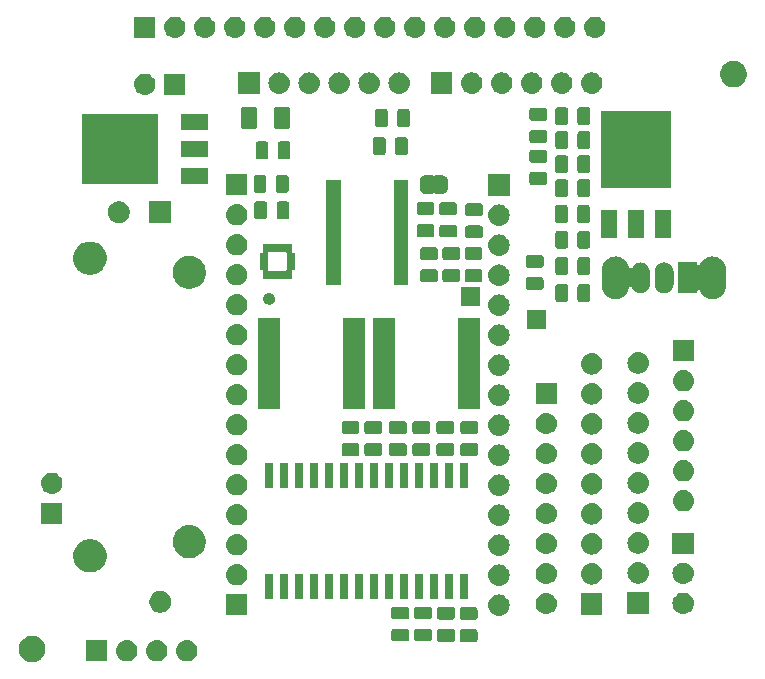
<source format=gbr>
G04 #@! TF.GenerationSoftware,KiCad,Pcbnew,(5.1.0)-1*
G04 #@! TF.CreationDate,2019-05-22T15:11:18+05:30*
G04 #@! TF.ProjectId,Console,436f6e73-6f6c-4652-9e6b-696361645f70,2.0.1*
G04 #@! TF.SameCoordinates,Original*
G04 #@! TF.FileFunction,Soldermask,Top*
G04 #@! TF.FilePolarity,Negative*
%FSLAX46Y46*%
G04 Gerber Fmt 4.6, Leading zero omitted, Abs format (unit mm)*
G04 Created by KiCad (PCBNEW (5.1.0)-1) date 2019-05-22 15:11:18*
%MOMM*%
%LPD*%
G04 APERTURE LIST*
%ADD10C,0.100000*%
G04 APERTURE END LIST*
D10*
G36*
X-57743324Y-113552216D02*
G01*
X-57634650Y-113573833D01*
X-57429913Y-113658638D01*
X-57337158Y-113720615D01*
X-57245656Y-113781755D01*
X-57088955Y-113938456D01*
X-57051972Y-113993805D01*
X-56965838Y-114122713D01*
X-56893144Y-114298211D01*
X-56881033Y-114327451D01*
X-56837800Y-114544796D01*
X-56837800Y-114766404D01*
X-56859416Y-114875076D01*
X-56879854Y-114977825D01*
X-56881033Y-114983749D01*
X-56965837Y-115188485D01*
X-57088955Y-115372744D01*
X-57245656Y-115529445D01*
X-57282374Y-115553979D01*
X-57429913Y-115652562D01*
X-57634650Y-115737367D01*
X-57743323Y-115758983D01*
X-57851996Y-115780600D01*
X-58073604Y-115780600D01*
X-58182277Y-115758983D01*
X-58290950Y-115737367D01*
X-58495687Y-115652562D01*
X-58643226Y-115553979D01*
X-58679944Y-115529445D01*
X-58836645Y-115372744D01*
X-58959763Y-115188485D01*
X-59044567Y-114983749D01*
X-59045745Y-114977825D01*
X-59066184Y-114875076D01*
X-59087800Y-114766404D01*
X-59087800Y-114544796D01*
X-59044567Y-114327451D01*
X-59032455Y-114298211D01*
X-58959762Y-114122713D01*
X-58873628Y-113993805D01*
X-58836645Y-113938456D01*
X-58679944Y-113781755D01*
X-58588442Y-113720615D01*
X-58495687Y-113658638D01*
X-58290950Y-113573833D01*
X-58182276Y-113552216D01*
X-58073604Y-113530600D01*
X-57851996Y-113530600D01*
X-57743324Y-113552216D01*
X-57743324Y-113552216D01*
G37*
G36*
X-44769558Y-113906718D02*
G01*
X-44703373Y-113913237D01*
X-44533534Y-113964757D01*
X-44377009Y-114048422D01*
X-44356687Y-114065100D01*
X-44239814Y-114161014D01*
X-44156552Y-114262471D01*
X-44127222Y-114298209D01*
X-44043557Y-114454734D01*
X-43992037Y-114624573D01*
X-43974641Y-114801200D01*
X-43992037Y-114977827D01*
X-44043557Y-115147666D01*
X-44127222Y-115304191D01*
X-44156552Y-115339929D01*
X-44239814Y-115441386D01*
X-44341271Y-115524648D01*
X-44377009Y-115553978D01*
X-44533534Y-115637643D01*
X-44703373Y-115689163D01*
X-44769558Y-115695682D01*
X-44835740Y-115702200D01*
X-44924260Y-115702200D01*
X-44990442Y-115695682D01*
X-45056627Y-115689163D01*
X-45226466Y-115637643D01*
X-45382991Y-115553978D01*
X-45418729Y-115524648D01*
X-45520186Y-115441386D01*
X-45603448Y-115339929D01*
X-45632778Y-115304191D01*
X-45716443Y-115147666D01*
X-45767963Y-114977827D01*
X-45785359Y-114801200D01*
X-45767963Y-114624573D01*
X-45716443Y-114454734D01*
X-45632778Y-114298209D01*
X-45603448Y-114262471D01*
X-45520186Y-114161014D01*
X-45403313Y-114065100D01*
X-45382991Y-114048422D01*
X-45226466Y-113964757D01*
X-45056627Y-113913237D01*
X-44990442Y-113906718D01*
X-44924260Y-113900200D01*
X-44835740Y-113900200D01*
X-44769558Y-113906718D01*
X-44769558Y-113906718D01*
G37*
G36*
X-51599000Y-115702200D02*
G01*
X-53401000Y-115702200D01*
X-53401000Y-113900200D01*
X-51599000Y-113900200D01*
X-51599000Y-115702200D01*
X-51599000Y-115702200D01*
G37*
G36*
X-47309558Y-113906718D02*
G01*
X-47243373Y-113913237D01*
X-47073534Y-113964757D01*
X-46917009Y-114048422D01*
X-46896687Y-114065100D01*
X-46779814Y-114161014D01*
X-46696552Y-114262471D01*
X-46667222Y-114298209D01*
X-46583557Y-114454734D01*
X-46532037Y-114624573D01*
X-46514641Y-114801200D01*
X-46532037Y-114977827D01*
X-46583557Y-115147666D01*
X-46667222Y-115304191D01*
X-46696552Y-115339929D01*
X-46779814Y-115441386D01*
X-46881271Y-115524648D01*
X-46917009Y-115553978D01*
X-47073534Y-115637643D01*
X-47243373Y-115689163D01*
X-47309558Y-115695682D01*
X-47375740Y-115702200D01*
X-47464260Y-115702200D01*
X-47530442Y-115695682D01*
X-47596627Y-115689163D01*
X-47766466Y-115637643D01*
X-47922991Y-115553978D01*
X-47958729Y-115524648D01*
X-48060186Y-115441386D01*
X-48143448Y-115339929D01*
X-48172778Y-115304191D01*
X-48256443Y-115147666D01*
X-48307963Y-114977827D01*
X-48325359Y-114801200D01*
X-48307963Y-114624573D01*
X-48256443Y-114454734D01*
X-48172778Y-114298209D01*
X-48143448Y-114262471D01*
X-48060186Y-114161014D01*
X-47943313Y-114065100D01*
X-47922991Y-114048422D01*
X-47766466Y-113964757D01*
X-47596627Y-113913237D01*
X-47530442Y-113906718D01*
X-47464260Y-113900200D01*
X-47375740Y-113900200D01*
X-47309558Y-113906718D01*
X-47309558Y-113906718D01*
G37*
G36*
X-49849558Y-113906718D02*
G01*
X-49783373Y-113913237D01*
X-49613534Y-113964757D01*
X-49457009Y-114048422D01*
X-49436687Y-114065100D01*
X-49319814Y-114161014D01*
X-49236552Y-114262471D01*
X-49207222Y-114298209D01*
X-49123557Y-114454734D01*
X-49072037Y-114624573D01*
X-49054641Y-114801200D01*
X-49072037Y-114977827D01*
X-49123557Y-115147666D01*
X-49207222Y-115304191D01*
X-49236552Y-115339929D01*
X-49319814Y-115441386D01*
X-49421271Y-115524648D01*
X-49457009Y-115553978D01*
X-49613534Y-115637643D01*
X-49783373Y-115689163D01*
X-49849558Y-115695682D01*
X-49915740Y-115702200D01*
X-50004260Y-115702200D01*
X-50070442Y-115695682D01*
X-50136627Y-115689163D01*
X-50306466Y-115637643D01*
X-50462991Y-115553978D01*
X-50498729Y-115524648D01*
X-50600186Y-115441386D01*
X-50683448Y-115339929D01*
X-50712778Y-115304191D01*
X-50796443Y-115147666D01*
X-50847963Y-114977827D01*
X-50865359Y-114801200D01*
X-50847963Y-114624573D01*
X-50796443Y-114454734D01*
X-50712778Y-114298209D01*
X-50683448Y-114262471D01*
X-50600186Y-114161014D01*
X-50483313Y-114065100D01*
X-50462991Y-114048422D01*
X-50306466Y-113964757D01*
X-50136627Y-113913237D01*
X-50070442Y-113906718D01*
X-50004260Y-113900200D01*
X-49915740Y-113900200D01*
X-49849558Y-113906718D01*
X-49849558Y-113906718D01*
G37*
G36*
X-20419532Y-112992665D02*
G01*
X-20380862Y-113004396D01*
X-20345223Y-113023446D01*
X-20313983Y-113049083D01*
X-20288346Y-113080323D01*
X-20269296Y-113115962D01*
X-20257565Y-113154632D01*
X-20253000Y-113200988D01*
X-20253000Y-113852212D01*
X-20257565Y-113898568D01*
X-20269296Y-113937238D01*
X-20288346Y-113972877D01*
X-20313983Y-114004117D01*
X-20345223Y-114029754D01*
X-20380862Y-114048804D01*
X-20419532Y-114060535D01*
X-20465888Y-114065100D01*
X-21542112Y-114065100D01*
X-21588468Y-114060535D01*
X-21627138Y-114048804D01*
X-21662777Y-114029754D01*
X-21694017Y-114004117D01*
X-21719654Y-113972877D01*
X-21738704Y-113937238D01*
X-21750435Y-113898568D01*
X-21755000Y-113852212D01*
X-21755000Y-113200988D01*
X-21750435Y-113154632D01*
X-21738704Y-113115962D01*
X-21719654Y-113080323D01*
X-21694017Y-113049083D01*
X-21662777Y-113023446D01*
X-21627138Y-113004396D01*
X-21588468Y-112992665D01*
X-21542112Y-112988100D01*
X-20465888Y-112988100D01*
X-20419532Y-112992665D01*
X-20419532Y-112992665D01*
G37*
G36*
X-22349932Y-112969565D02*
G01*
X-22311262Y-112981296D01*
X-22275623Y-113000346D01*
X-22244383Y-113025983D01*
X-22218746Y-113057223D01*
X-22199696Y-113092862D01*
X-22187965Y-113131532D01*
X-22183400Y-113177888D01*
X-22183400Y-113829112D01*
X-22187965Y-113875468D01*
X-22199696Y-113914138D01*
X-22218746Y-113949777D01*
X-22244383Y-113981017D01*
X-22275623Y-114006654D01*
X-22311262Y-114025704D01*
X-22349932Y-114037435D01*
X-22396288Y-114042000D01*
X-23472512Y-114042000D01*
X-23518868Y-114037435D01*
X-23557538Y-114025704D01*
X-23593177Y-114006654D01*
X-23624417Y-113981017D01*
X-23650054Y-113949777D01*
X-23669104Y-113914138D01*
X-23680835Y-113875468D01*
X-23685400Y-113829112D01*
X-23685400Y-113177888D01*
X-23680835Y-113131532D01*
X-23669104Y-113092862D01*
X-23650054Y-113057223D01*
X-23624417Y-113025983D01*
X-23593177Y-113000346D01*
X-23557538Y-112981296D01*
X-23518868Y-112969565D01*
X-23472512Y-112965000D01*
X-22396288Y-112965000D01*
X-22349932Y-112969565D01*
X-22349932Y-112969565D01*
G37*
G36*
X-26210732Y-112941865D02*
G01*
X-26172062Y-112953596D01*
X-26136423Y-112972646D01*
X-26105183Y-112998283D01*
X-26079546Y-113029523D01*
X-26060496Y-113065162D01*
X-26048765Y-113103832D01*
X-26044200Y-113150188D01*
X-26044200Y-113801412D01*
X-26048765Y-113847768D01*
X-26060496Y-113886438D01*
X-26079546Y-113922077D01*
X-26105183Y-113953317D01*
X-26136423Y-113978954D01*
X-26172062Y-113998004D01*
X-26210732Y-114009735D01*
X-26257088Y-114014300D01*
X-27333312Y-114014300D01*
X-27379668Y-114009735D01*
X-27418338Y-113998004D01*
X-27453977Y-113978954D01*
X-27485217Y-113953317D01*
X-27510854Y-113922077D01*
X-27529904Y-113886438D01*
X-27541635Y-113847768D01*
X-27546200Y-113801412D01*
X-27546200Y-113150188D01*
X-27541635Y-113103832D01*
X-27529904Y-113065162D01*
X-27510854Y-113029523D01*
X-27485217Y-112998283D01*
X-27453977Y-112972646D01*
X-27418338Y-112953596D01*
X-27379668Y-112941865D01*
X-27333312Y-112937300D01*
X-26257088Y-112937300D01*
X-26210732Y-112941865D01*
X-26210732Y-112941865D01*
G37*
G36*
X-24280332Y-112941865D02*
G01*
X-24241662Y-112953596D01*
X-24206023Y-112972646D01*
X-24174783Y-112998283D01*
X-24149146Y-113029523D01*
X-24130096Y-113065162D01*
X-24118365Y-113103832D01*
X-24113800Y-113150188D01*
X-24113800Y-113801412D01*
X-24118365Y-113847768D01*
X-24130096Y-113886438D01*
X-24149146Y-113922077D01*
X-24174783Y-113953317D01*
X-24206023Y-113978954D01*
X-24241662Y-113998004D01*
X-24280332Y-114009735D01*
X-24326688Y-114014300D01*
X-25402912Y-114014300D01*
X-25449268Y-114009735D01*
X-25487938Y-113998004D01*
X-25523577Y-113978954D01*
X-25554817Y-113953317D01*
X-25580454Y-113922077D01*
X-25599504Y-113886438D01*
X-25611235Y-113847768D01*
X-25615800Y-113801412D01*
X-25615800Y-113150188D01*
X-25611235Y-113103832D01*
X-25599504Y-113065162D01*
X-25580454Y-113029523D01*
X-25554817Y-112998283D01*
X-25523577Y-112972646D01*
X-25487938Y-112953596D01*
X-25449268Y-112941865D01*
X-25402912Y-112937300D01*
X-24326688Y-112937300D01*
X-24280332Y-112941865D01*
X-24280332Y-112941865D01*
G37*
G36*
X-20419532Y-111117665D02*
G01*
X-20380862Y-111129396D01*
X-20345223Y-111148446D01*
X-20313983Y-111174083D01*
X-20288346Y-111205323D01*
X-20269296Y-111240962D01*
X-20257565Y-111279632D01*
X-20253000Y-111325988D01*
X-20253000Y-111977212D01*
X-20257565Y-112023568D01*
X-20269296Y-112062238D01*
X-20288346Y-112097877D01*
X-20313983Y-112129117D01*
X-20345223Y-112154754D01*
X-20380862Y-112173804D01*
X-20419532Y-112185535D01*
X-20465888Y-112190100D01*
X-21542112Y-112190100D01*
X-21588468Y-112185535D01*
X-21627138Y-112173804D01*
X-21662777Y-112154754D01*
X-21694017Y-112129117D01*
X-21719654Y-112097877D01*
X-21738704Y-112062238D01*
X-21750435Y-112023568D01*
X-21755000Y-111977212D01*
X-21755000Y-111325988D01*
X-21750435Y-111279632D01*
X-21738704Y-111240962D01*
X-21719654Y-111205323D01*
X-21694017Y-111174083D01*
X-21662777Y-111148446D01*
X-21627138Y-111129396D01*
X-21588468Y-111117665D01*
X-21542112Y-111113100D01*
X-20465888Y-111113100D01*
X-20419532Y-111117665D01*
X-20419532Y-111117665D01*
G37*
G36*
X-22349932Y-111094565D02*
G01*
X-22311262Y-111106296D01*
X-22275623Y-111125346D01*
X-22244383Y-111150983D01*
X-22218746Y-111182223D01*
X-22199696Y-111217862D01*
X-22187965Y-111256532D01*
X-22183400Y-111302888D01*
X-22183400Y-111954112D01*
X-22187965Y-112000468D01*
X-22199696Y-112039138D01*
X-22218746Y-112074777D01*
X-22244383Y-112106017D01*
X-22275623Y-112131654D01*
X-22311262Y-112150704D01*
X-22349932Y-112162435D01*
X-22396288Y-112167000D01*
X-23472512Y-112167000D01*
X-23518868Y-112162435D01*
X-23557538Y-112150704D01*
X-23593177Y-112131654D01*
X-23624417Y-112106017D01*
X-23650054Y-112074777D01*
X-23669104Y-112039138D01*
X-23680835Y-112000468D01*
X-23685400Y-111954112D01*
X-23685400Y-111302888D01*
X-23680835Y-111256532D01*
X-23669104Y-111217862D01*
X-23650054Y-111182223D01*
X-23624417Y-111150983D01*
X-23593177Y-111125346D01*
X-23557538Y-111106296D01*
X-23518868Y-111094565D01*
X-23472512Y-111090000D01*
X-22396288Y-111090000D01*
X-22349932Y-111094565D01*
X-22349932Y-111094565D01*
G37*
G36*
X-24280332Y-111066865D02*
G01*
X-24241662Y-111078596D01*
X-24206023Y-111097646D01*
X-24174783Y-111123283D01*
X-24149146Y-111154523D01*
X-24130096Y-111190162D01*
X-24118365Y-111228832D01*
X-24113800Y-111275188D01*
X-24113800Y-111926412D01*
X-24118365Y-111972768D01*
X-24130096Y-112011438D01*
X-24149146Y-112047077D01*
X-24174783Y-112078317D01*
X-24206023Y-112103954D01*
X-24241662Y-112123004D01*
X-24280332Y-112134735D01*
X-24326688Y-112139300D01*
X-25402912Y-112139300D01*
X-25449268Y-112134735D01*
X-25487938Y-112123004D01*
X-25523577Y-112103954D01*
X-25554817Y-112078317D01*
X-25580454Y-112047077D01*
X-25599504Y-112011438D01*
X-25611235Y-111972768D01*
X-25615800Y-111926412D01*
X-25615800Y-111275188D01*
X-25611235Y-111228832D01*
X-25599504Y-111190162D01*
X-25580454Y-111154523D01*
X-25554817Y-111123283D01*
X-25523577Y-111097646D01*
X-25487938Y-111078596D01*
X-25449268Y-111066865D01*
X-25402912Y-111062300D01*
X-24326688Y-111062300D01*
X-24280332Y-111066865D01*
X-24280332Y-111066865D01*
G37*
G36*
X-26210732Y-111066865D02*
G01*
X-26172062Y-111078596D01*
X-26136423Y-111097646D01*
X-26105183Y-111123283D01*
X-26079546Y-111154523D01*
X-26060496Y-111190162D01*
X-26048765Y-111228832D01*
X-26044200Y-111275188D01*
X-26044200Y-111926412D01*
X-26048765Y-111972768D01*
X-26060496Y-112011438D01*
X-26079546Y-112047077D01*
X-26105183Y-112078317D01*
X-26136423Y-112103954D01*
X-26172062Y-112123004D01*
X-26210732Y-112134735D01*
X-26257088Y-112139300D01*
X-27333312Y-112139300D01*
X-27379668Y-112134735D01*
X-27418338Y-112123004D01*
X-27453977Y-112103954D01*
X-27485217Y-112078317D01*
X-27510854Y-112047077D01*
X-27529904Y-112011438D01*
X-27541635Y-111972768D01*
X-27546200Y-111926412D01*
X-27546200Y-111275188D01*
X-27541635Y-111228832D01*
X-27529904Y-111190162D01*
X-27510854Y-111154523D01*
X-27485217Y-111123283D01*
X-27453977Y-111097646D01*
X-27418338Y-111078596D01*
X-27379668Y-111066865D01*
X-27333312Y-111062300D01*
X-26257088Y-111062300D01*
X-26210732Y-111066865D01*
X-26210732Y-111066865D01*
G37*
G36*
X-18328158Y-110045918D02*
G01*
X-18261973Y-110052437D01*
X-18092134Y-110103957D01*
X-17935609Y-110187622D01*
X-17899871Y-110216952D01*
X-17798414Y-110300214D01*
X-17722924Y-110392200D01*
X-17685822Y-110437409D01*
X-17602157Y-110593934D01*
X-17550637Y-110763773D01*
X-17533241Y-110940400D01*
X-17550637Y-111117027D01*
X-17602157Y-111286866D01*
X-17685822Y-111443391D01*
X-17694189Y-111453586D01*
X-17798414Y-111580586D01*
X-17899568Y-111663600D01*
X-17935609Y-111693178D01*
X-18092134Y-111776843D01*
X-18261973Y-111828363D01*
X-18328157Y-111834881D01*
X-18394340Y-111841400D01*
X-18482860Y-111841400D01*
X-18549043Y-111834881D01*
X-18615227Y-111828363D01*
X-18785066Y-111776843D01*
X-18941591Y-111693178D01*
X-18977632Y-111663600D01*
X-19078786Y-111580586D01*
X-19183011Y-111453586D01*
X-19191378Y-111443391D01*
X-19275043Y-111286866D01*
X-19326563Y-111117027D01*
X-19343959Y-110940400D01*
X-19326563Y-110763773D01*
X-19275043Y-110593934D01*
X-19191378Y-110437409D01*
X-19154276Y-110392200D01*
X-19078786Y-110300214D01*
X-18977329Y-110216952D01*
X-18941591Y-110187622D01*
X-18785066Y-110103957D01*
X-18615227Y-110052437D01*
X-18549042Y-110045918D01*
X-18482860Y-110039400D01*
X-18394340Y-110039400D01*
X-18328158Y-110045918D01*
X-18328158Y-110045918D01*
G37*
G36*
X-39737200Y-110864600D02*
G01*
X-39736598Y-110876852D01*
X-39732841Y-110915000D01*
X-39736598Y-110953148D01*
X-39737200Y-110965400D01*
X-39737200Y-111816000D01*
X-41539200Y-111816000D01*
X-41539200Y-110965400D01*
X-41539802Y-110953148D01*
X-41543559Y-110915000D01*
X-41539802Y-110876852D01*
X-41539200Y-110864600D01*
X-41539200Y-110014000D01*
X-39737200Y-110014000D01*
X-39737200Y-110864600D01*
X-39737200Y-110864600D01*
G37*
G36*
X-9689000Y-111739800D02*
G01*
X-11491000Y-111739800D01*
X-11491000Y-109937800D01*
X-9689000Y-109937800D01*
X-9689000Y-111739800D01*
X-9689000Y-111739800D01*
G37*
G36*
X-14314958Y-109918918D02*
G01*
X-14248773Y-109925437D01*
X-14078934Y-109976957D01*
X-13922409Y-110060622D01*
X-13886671Y-110089952D01*
X-13785214Y-110173214D01*
X-13740438Y-110227775D01*
X-13672622Y-110310409D01*
X-13588957Y-110466934D01*
X-13537437Y-110636773D01*
X-13520041Y-110813400D01*
X-13537437Y-110990027D01*
X-13588957Y-111159866D01*
X-13672622Y-111316391D01*
X-13683645Y-111329822D01*
X-13785214Y-111453586D01*
X-13886671Y-111536848D01*
X-13922409Y-111566178D01*
X-14078934Y-111649843D01*
X-14248773Y-111701363D01*
X-14314958Y-111707882D01*
X-14381140Y-111714400D01*
X-14469660Y-111714400D01*
X-14535842Y-111707882D01*
X-14602027Y-111701363D01*
X-14771866Y-111649843D01*
X-14928391Y-111566178D01*
X-14964129Y-111536848D01*
X-15065586Y-111453586D01*
X-15167155Y-111329822D01*
X-15178178Y-111316391D01*
X-15261843Y-111159866D01*
X-15313363Y-110990027D01*
X-15330759Y-110813400D01*
X-15313363Y-110636773D01*
X-15261843Y-110466934D01*
X-15178178Y-110310409D01*
X-15110362Y-110227775D01*
X-15065586Y-110173214D01*
X-14964129Y-110089952D01*
X-14928391Y-110060622D01*
X-14771866Y-109976957D01*
X-14602027Y-109925437D01*
X-14535842Y-109918918D01*
X-14469660Y-109912400D01*
X-14381140Y-109912400D01*
X-14314958Y-109918918D01*
X-14314958Y-109918918D01*
G37*
G36*
X-2732557Y-109893519D02*
G01*
X-2666373Y-109900037D01*
X-2496534Y-109951557D01*
X-2340009Y-110035222D01*
X-2309059Y-110060622D01*
X-2202814Y-110147814D01*
X-2137193Y-110227775D01*
X-2090222Y-110285009D01*
X-2006557Y-110441534D01*
X-1955037Y-110611373D01*
X-1937641Y-110788000D01*
X-1955037Y-110964627D01*
X-2005019Y-111129396D01*
X-2006558Y-111134468D01*
X-2015386Y-111150983D01*
X-2090222Y-111290991D01*
X-2119552Y-111326729D01*
X-2202814Y-111428186D01*
X-2274494Y-111487011D01*
X-2340009Y-111540778D01*
X-2496534Y-111624443D01*
X-2666373Y-111675963D01*
X-2732557Y-111682481D01*
X-2798740Y-111689000D01*
X-2887260Y-111689000D01*
X-2953443Y-111682481D01*
X-3019627Y-111675963D01*
X-3189466Y-111624443D01*
X-3345991Y-111540778D01*
X-3411506Y-111487011D01*
X-3483186Y-111428186D01*
X-3566448Y-111326729D01*
X-3595778Y-111290991D01*
X-3670614Y-111150983D01*
X-3679442Y-111134468D01*
X-3680981Y-111129396D01*
X-3730963Y-110964627D01*
X-3748359Y-110788000D01*
X-3730963Y-110611373D01*
X-3679443Y-110441534D01*
X-3595778Y-110285009D01*
X-3548807Y-110227775D01*
X-3483186Y-110147814D01*
X-3376941Y-110060622D01*
X-3345991Y-110035222D01*
X-3189466Y-109951557D01*
X-3019627Y-109900037D01*
X-2953443Y-109893519D01*
X-2887260Y-109887000D01*
X-2798740Y-109887000D01*
X-2732557Y-109893519D01*
X-2732557Y-109893519D01*
G37*
G36*
X-5752000Y-111663600D02*
G01*
X-7554000Y-111663600D01*
X-7554000Y-109861600D01*
X-5752000Y-109861600D01*
X-5752000Y-111663600D01*
X-5752000Y-111663600D01*
G37*
G36*
X-46845096Y-109775985D02*
G01*
X-46676574Y-109845789D01*
X-46524909Y-109947128D01*
X-46395928Y-110076109D01*
X-46294589Y-110227774D01*
X-46224785Y-110396296D01*
X-46189200Y-110575197D01*
X-46189200Y-110757603D01*
X-46224785Y-110936504D01*
X-46294589Y-111105026D01*
X-46395928Y-111256691D01*
X-46524909Y-111385672D01*
X-46676574Y-111487011D01*
X-46845096Y-111556815D01*
X-47023997Y-111592400D01*
X-47206403Y-111592400D01*
X-47385304Y-111556815D01*
X-47553826Y-111487011D01*
X-47705491Y-111385672D01*
X-47834472Y-111256691D01*
X-47935811Y-111105026D01*
X-48005615Y-110936504D01*
X-48041200Y-110757603D01*
X-48041200Y-110575197D01*
X-48005615Y-110396296D01*
X-47935811Y-110227774D01*
X-47834472Y-110076109D01*
X-47705491Y-109947128D01*
X-47553826Y-109845789D01*
X-47385304Y-109775985D01*
X-47206403Y-109740400D01*
X-47023997Y-109740400D01*
X-46845096Y-109775985D01*
X-46845096Y-109775985D01*
G37*
G36*
X-37544000Y-110392200D02*
G01*
X-38246000Y-110392200D01*
X-38246000Y-108290200D01*
X-37544000Y-108290200D01*
X-37544000Y-110392200D01*
X-37544000Y-110392200D01*
G37*
G36*
X-36274000Y-110392200D02*
G01*
X-36976000Y-110392200D01*
X-36976000Y-108290200D01*
X-36274000Y-108290200D01*
X-36274000Y-110392200D01*
X-36274000Y-110392200D01*
G37*
G36*
X-35004000Y-110392200D02*
G01*
X-35706000Y-110392200D01*
X-35706000Y-108290200D01*
X-35004000Y-108290200D01*
X-35004000Y-110392200D01*
X-35004000Y-110392200D01*
G37*
G36*
X-33734000Y-110392200D02*
G01*
X-34436000Y-110392200D01*
X-34436000Y-108290200D01*
X-33734000Y-108290200D01*
X-33734000Y-110392200D01*
X-33734000Y-110392200D01*
G37*
G36*
X-32464000Y-110392200D02*
G01*
X-33166000Y-110392200D01*
X-33166000Y-108290200D01*
X-32464000Y-108290200D01*
X-32464000Y-110392200D01*
X-32464000Y-110392200D01*
G37*
G36*
X-31194000Y-110392200D02*
G01*
X-31896000Y-110392200D01*
X-31896000Y-108290200D01*
X-31194000Y-108290200D01*
X-31194000Y-110392200D01*
X-31194000Y-110392200D01*
G37*
G36*
X-21034000Y-110392200D02*
G01*
X-21736000Y-110392200D01*
X-21736000Y-108290200D01*
X-21034000Y-108290200D01*
X-21034000Y-110392200D01*
X-21034000Y-110392200D01*
G37*
G36*
X-23574000Y-110392200D02*
G01*
X-24276000Y-110392200D01*
X-24276000Y-108290200D01*
X-23574000Y-108290200D01*
X-23574000Y-110392200D01*
X-23574000Y-110392200D01*
G37*
G36*
X-22304000Y-110392200D02*
G01*
X-23006000Y-110392200D01*
X-23006000Y-108290200D01*
X-22304000Y-108290200D01*
X-22304000Y-110392200D01*
X-22304000Y-110392200D01*
G37*
G36*
X-28654000Y-110392200D02*
G01*
X-29356000Y-110392200D01*
X-29356000Y-108290200D01*
X-28654000Y-108290200D01*
X-28654000Y-110392200D01*
X-28654000Y-110392200D01*
G37*
G36*
X-29924000Y-110392200D02*
G01*
X-30626000Y-110392200D01*
X-30626000Y-108290200D01*
X-29924000Y-108290200D01*
X-29924000Y-110392200D01*
X-29924000Y-110392200D01*
G37*
G36*
X-27384000Y-110392200D02*
G01*
X-28086000Y-110392200D01*
X-28086000Y-108290200D01*
X-27384000Y-108290200D01*
X-27384000Y-110392200D01*
X-27384000Y-110392200D01*
G37*
G36*
X-26114000Y-110392200D02*
G01*
X-26816000Y-110392200D01*
X-26816000Y-108290200D01*
X-26114000Y-108290200D01*
X-26114000Y-110392200D01*
X-26114000Y-110392200D01*
G37*
G36*
X-24844000Y-110392200D02*
G01*
X-25546000Y-110392200D01*
X-25546000Y-108290200D01*
X-24844000Y-108290200D01*
X-24844000Y-110392200D01*
X-24844000Y-110392200D01*
G37*
G36*
X-18328158Y-107505918D02*
G01*
X-18261973Y-107512437D01*
X-18092134Y-107563957D01*
X-17935609Y-107647622D01*
X-17921154Y-107659485D01*
X-17798414Y-107760214D01*
X-17720932Y-107854628D01*
X-17685822Y-107897409D01*
X-17602157Y-108053934D01*
X-17550637Y-108223773D01*
X-17533241Y-108400400D01*
X-17550637Y-108577027D01*
X-17602157Y-108746866D01*
X-17685822Y-108903391D01*
X-17694189Y-108913586D01*
X-17798414Y-109040586D01*
X-17899568Y-109123600D01*
X-17935609Y-109153178D01*
X-18092134Y-109236843D01*
X-18261973Y-109288363D01*
X-18328157Y-109294881D01*
X-18394340Y-109301400D01*
X-18482860Y-109301400D01*
X-18549043Y-109294881D01*
X-18615227Y-109288363D01*
X-18785066Y-109236843D01*
X-18941591Y-109153178D01*
X-18977632Y-109123600D01*
X-19078786Y-109040586D01*
X-19183011Y-108913586D01*
X-19191378Y-108903391D01*
X-19275043Y-108746866D01*
X-19326563Y-108577027D01*
X-19343959Y-108400400D01*
X-19326563Y-108223773D01*
X-19275043Y-108053934D01*
X-19191378Y-107897409D01*
X-19156268Y-107854628D01*
X-19078786Y-107760214D01*
X-18956046Y-107659485D01*
X-18941591Y-107647622D01*
X-18785066Y-107563957D01*
X-18615227Y-107512437D01*
X-18549042Y-107505918D01*
X-18482860Y-107499400D01*
X-18394340Y-107499400D01*
X-18328158Y-107505918D01*
X-18328158Y-107505918D01*
G37*
G36*
X-40527758Y-107480518D02*
G01*
X-40461573Y-107487037D01*
X-40291734Y-107538557D01*
X-40135209Y-107622222D01*
X-40104259Y-107647622D01*
X-39998014Y-107734814D01*
X-39914752Y-107836271D01*
X-39885422Y-107872009D01*
X-39801757Y-108028534D01*
X-39750237Y-108198373D01*
X-39732841Y-108375000D01*
X-39750237Y-108551627D01*
X-39801757Y-108721466D01*
X-39885422Y-108877991D01*
X-39914633Y-108913585D01*
X-39998014Y-109015186D01*
X-40099471Y-109098448D01*
X-40135209Y-109127778D01*
X-40291734Y-109211443D01*
X-40461573Y-109262963D01*
X-40527758Y-109269482D01*
X-40593940Y-109276000D01*
X-40682460Y-109276000D01*
X-40748642Y-109269482D01*
X-40814827Y-109262963D01*
X-40984666Y-109211443D01*
X-41141191Y-109127778D01*
X-41176929Y-109098448D01*
X-41278386Y-109015186D01*
X-41361767Y-108913585D01*
X-41390978Y-108877991D01*
X-41474643Y-108721466D01*
X-41526163Y-108551627D01*
X-41543559Y-108375000D01*
X-41526163Y-108198373D01*
X-41474643Y-108028534D01*
X-41390978Y-107872009D01*
X-41361648Y-107836271D01*
X-41278386Y-107734814D01*
X-41172141Y-107647622D01*
X-41141191Y-107622222D01*
X-40984666Y-107538557D01*
X-40814827Y-107487037D01*
X-40748642Y-107480518D01*
X-40682460Y-107474000D01*
X-40593940Y-107474000D01*
X-40527758Y-107480518D01*
X-40527758Y-107480518D01*
G37*
G36*
X-10479558Y-107404318D02*
G01*
X-10413373Y-107410837D01*
X-10243534Y-107462357D01*
X-10087009Y-107546022D01*
X-10065154Y-107563958D01*
X-9949814Y-107658614D01*
X-9878913Y-107745009D01*
X-9837222Y-107795809D01*
X-9753557Y-107952334D01*
X-9702037Y-108122173D01*
X-9684641Y-108298800D01*
X-9702037Y-108475427D01*
X-9753557Y-108645266D01*
X-9837222Y-108801791D01*
X-9866552Y-108837529D01*
X-9949814Y-108938986D01*
X-10051271Y-109022248D01*
X-10087009Y-109051578D01*
X-10243534Y-109135243D01*
X-10413373Y-109186763D01*
X-10479557Y-109193281D01*
X-10545740Y-109199800D01*
X-10634260Y-109199800D01*
X-10700443Y-109193281D01*
X-10766627Y-109186763D01*
X-10936466Y-109135243D01*
X-11092991Y-109051578D01*
X-11128729Y-109022248D01*
X-11230186Y-108938986D01*
X-11313448Y-108837529D01*
X-11342778Y-108801791D01*
X-11426443Y-108645266D01*
X-11477963Y-108475427D01*
X-11495359Y-108298800D01*
X-11477963Y-108122173D01*
X-11426443Y-107952334D01*
X-11342778Y-107795809D01*
X-11301087Y-107745009D01*
X-11230186Y-107658614D01*
X-11114846Y-107563958D01*
X-11092991Y-107546022D01*
X-10936466Y-107462357D01*
X-10766627Y-107410837D01*
X-10700442Y-107404318D01*
X-10634260Y-107397800D01*
X-10545740Y-107397800D01*
X-10479558Y-107404318D01*
X-10479558Y-107404318D01*
G37*
G36*
X-14314958Y-107378918D02*
G01*
X-14248773Y-107385437D01*
X-14078934Y-107436957D01*
X-13922409Y-107520622D01*
X-13891459Y-107546022D01*
X-13785214Y-107633214D01*
X-13714313Y-107719609D01*
X-13672622Y-107770409D01*
X-13588957Y-107926934D01*
X-13537437Y-108096773D01*
X-13520041Y-108273400D01*
X-13537437Y-108450027D01*
X-13588957Y-108619866D01*
X-13672622Y-108776391D01*
X-13701952Y-108812129D01*
X-13785214Y-108913586D01*
X-13886671Y-108996848D01*
X-13922409Y-109026178D01*
X-14078934Y-109109843D01*
X-14248773Y-109161363D01*
X-14314958Y-109167882D01*
X-14381140Y-109174400D01*
X-14469660Y-109174400D01*
X-14535842Y-109167882D01*
X-14602027Y-109161363D01*
X-14771866Y-109109843D01*
X-14928391Y-109026178D01*
X-14964129Y-108996848D01*
X-15065586Y-108913586D01*
X-15148848Y-108812129D01*
X-15178178Y-108776391D01*
X-15261843Y-108619866D01*
X-15313363Y-108450027D01*
X-15330759Y-108273400D01*
X-15313363Y-108096773D01*
X-15261843Y-107926934D01*
X-15178178Y-107770409D01*
X-15136487Y-107719609D01*
X-15065586Y-107633214D01*
X-14959341Y-107546022D01*
X-14928391Y-107520622D01*
X-14771866Y-107436957D01*
X-14602027Y-107385437D01*
X-14535842Y-107378918D01*
X-14469660Y-107372400D01*
X-14381140Y-107372400D01*
X-14314958Y-107378918D01*
X-14314958Y-107378918D01*
G37*
G36*
X-2732557Y-107353519D02*
G01*
X-2666373Y-107360037D01*
X-2496534Y-107411557D01*
X-2496532Y-107411558D01*
X-2461989Y-107430022D01*
X-2340009Y-107495222D01*
X-2309059Y-107520622D01*
X-2202814Y-107607814D01*
X-2160409Y-107659486D01*
X-2090222Y-107745009D01*
X-2006557Y-107901534D01*
X-1955037Y-108071373D01*
X-1937641Y-108248000D01*
X-1955037Y-108424627D01*
X-2006557Y-108594466D01*
X-2090222Y-108750991D01*
X-2119552Y-108786729D01*
X-2202814Y-108888186D01*
X-2304271Y-108971448D01*
X-2340009Y-109000778D01*
X-2496534Y-109084443D01*
X-2666373Y-109135963D01*
X-2732557Y-109142481D01*
X-2798740Y-109149000D01*
X-2887260Y-109149000D01*
X-2953443Y-109142481D01*
X-3019627Y-109135963D01*
X-3189466Y-109084443D01*
X-3345991Y-109000778D01*
X-3381729Y-108971448D01*
X-3483186Y-108888186D01*
X-3566448Y-108786729D01*
X-3595778Y-108750991D01*
X-3679443Y-108594466D01*
X-3730963Y-108424627D01*
X-3748359Y-108248000D01*
X-3730963Y-108071373D01*
X-3679443Y-107901534D01*
X-3595778Y-107745009D01*
X-3525591Y-107659486D01*
X-3483186Y-107607814D01*
X-3376941Y-107520622D01*
X-3345991Y-107495222D01*
X-3224011Y-107430022D01*
X-3189468Y-107411558D01*
X-3189466Y-107411557D01*
X-3019627Y-107360037D01*
X-2953443Y-107353519D01*
X-2887260Y-107347000D01*
X-2798740Y-107347000D01*
X-2732557Y-107353519D01*
X-2732557Y-107353519D01*
G37*
G36*
X-6542557Y-107328119D02*
G01*
X-6476373Y-107334637D01*
X-6306534Y-107386157D01*
X-6150009Y-107469822D01*
X-6119059Y-107495222D01*
X-6012814Y-107582414D01*
X-5949564Y-107659486D01*
X-5900222Y-107719609D01*
X-5816557Y-107876134D01*
X-5765037Y-108045973D01*
X-5747641Y-108222600D01*
X-5765037Y-108399227D01*
X-5816557Y-108569066D01*
X-5900222Y-108725591D01*
X-5929552Y-108761329D01*
X-6012814Y-108862786D01*
X-6114271Y-108946048D01*
X-6150009Y-108975378D01*
X-6306534Y-109059043D01*
X-6476373Y-109110563D01*
X-6542558Y-109117082D01*
X-6608740Y-109123600D01*
X-6697260Y-109123600D01*
X-6763442Y-109117082D01*
X-6829627Y-109110563D01*
X-6999466Y-109059043D01*
X-7155991Y-108975378D01*
X-7191729Y-108946048D01*
X-7293186Y-108862786D01*
X-7376448Y-108761329D01*
X-7405778Y-108725591D01*
X-7489443Y-108569066D01*
X-7540963Y-108399227D01*
X-7558359Y-108222600D01*
X-7540963Y-108045973D01*
X-7489443Y-107876134D01*
X-7405778Y-107719609D01*
X-7356436Y-107659486D01*
X-7293186Y-107582414D01*
X-7186941Y-107495222D01*
X-7155991Y-107469822D01*
X-6999466Y-107386157D01*
X-6829627Y-107334637D01*
X-6763443Y-107328119D01*
X-6697260Y-107321600D01*
X-6608740Y-107321600D01*
X-6542557Y-107328119D01*
X-6542557Y-107328119D01*
G37*
G36*
X-52746767Y-105401293D02*
G01*
X-52656543Y-105419239D01*
X-52550933Y-105462985D01*
X-52401579Y-105524849D01*
X-52325437Y-105575725D01*
X-52172114Y-105678172D01*
X-51976972Y-105873314D01*
X-51935471Y-105935425D01*
X-51823649Y-106102779D01*
X-51791056Y-106181466D01*
X-51726221Y-106337989D01*
X-51718039Y-106357744D01*
X-51664200Y-106628412D01*
X-51664200Y-106904388D01*
X-51718039Y-107175056D01*
X-51823649Y-107430021D01*
X-51828284Y-107436958D01*
X-51976972Y-107659486D01*
X-52172114Y-107854628D01*
X-52318339Y-107952332D01*
X-52401579Y-108007951D01*
X-52512587Y-108053932D01*
X-52656543Y-108113561D01*
X-52746767Y-108131507D01*
X-52927212Y-108167400D01*
X-53203188Y-108167400D01*
X-53383633Y-108131507D01*
X-53473857Y-108113561D01*
X-53617813Y-108053932D01*
X-53728821Y-108007951D01*
X-53812061Y-107952332D01*
X-53958286Y-107854628D01*
X-54153428Y-107659486D01*
X-54302116Y-107436958D01*
X-54306751Y-107430021D01*
X-54412361Y-107175056D01*
X-54466200Y-106904388D01*
X-54466200Y-106628412D01*
X-54412361Y-106357744D01*
X-54404178Y-106337989D01*
X-54339344Y-106181466D01*
X-54306751Y-106102779D01*
X-54194929Y-105935425D01*
X-54153428Y-105873314D01*
X-53958286Y-105678172D01*
X-53804963Y-105575725D01*
X-53728821Y-105524849D01*
X-53579467Y-105462985D01*
X-53473857Y-105419239D01*
X-53383633Y-105401293D01*
X-53203188Y-105365400D01*
X-52927212Y-105365400D01*
X-52746767Y-105401293D01*
X-52746767Y-105401293D01*
G37*
G36*
X-44373375Y-104196000D02*
G01*
X-44256543Y-104219239D01*
X-44150933Y-104262985D01*
X-44001579Y-104324849D01*
X-44001578Y-104324850D01*
X-43772114Y-104478172D01*
X-43576972Y-104673314D01*
X-43474525Y-104826637D01*
X-43423649Y-104902779D01*
X-43373455Y-105023958D01*
X-43338800Y-105107621D01*
X-43318039Y-105157744D01*
X-43267398Y-105412332D01*
X-43264200Y-105428414D01*
X-43264200Y-105704386D01*
X-43318039Y-105975057D01*
X-43343707Y-106037025D01*
X-43423649Y-106230021D01*
X-43444876Y-106261789D01*
X-43576972Y-106459486D01*
X-43772114Y-106654628D01*
X-43893897Y-106736000D01*
X-44001579Y-106807951D01*
X-44150933Y-106869815D01*
X-44256543Y-106913561D01*
X-44346767Y-106931507D01*
X-44527212Y-106967400D01*
X-44803188Y-106967400D01*
X-44983633Y-106931507D01*
X-45073857Y-106913561D01*
X-45179467Y-106869815D01*
X-45328821Y-106807951D01*
X-45436503Y-106736000D01*
X-45558286Y-106654628D01*
X-45753428Y-106459486D01*
X-45885524Y-106261789D01*
X-45906751Y-106230021D01*
X-45986693Y-106037025D01*
X-46012361Y-105975057D01*
X-46066200Y-105704386D01*
X-46066200Y-105428414D01*
X-46063001Y-105412332D01*
X-46012361Y-105157744D01*
X-45991599Y-105107621D01*
X-45956945Y-105023958D01*
X-45906751Y-104902779D01*
X-45855875Y-104826637D01*
X-45753428Y-104673314D01*
X-45558286Y-104478172D01*
X-45328822Y-104324850D01*
X-45328821Y-104324849D01*
X-45179467Y-104262985D01*
X-45073857Y-104219239D01*
X-44957025Y-104196000D01*
X-44803188Y-104165400D01*
X-44527212Y-104165400D01*
X-44373375Y-104196000D01*
X-44373375Y-104196000D01*
G37*
G36*
X-18328157Y-104965919D02*
G01*
X-18261973Y-104972437D01*
X-18092134Y-105023957D01*
X-17935609Y-105107622D01*
X-17899871Y-105136952D01*
X-17798414Y-105220214D01*
X-17715152Y-105321671D01*
X-17685822Y-105357409D01*
X-17602157Y-105513934D01*
X-17550637Y-105683773D01*
X-17533241Y-105860400D01*
X-17550637Y-106037027D01*
X-17602157Y-106206866D01*
X-17685822Y-106363391D01*
X-17694189Y-106373586D01*
X-17798414Y-106500586D01*
X-17899568Y-106583600D01*
X-17935609Y-106613178D01*
X-18092134Y-106696843D01*
X-18261973Y-106748363D01*
X-18328158Y-106754882D01*
X-18394340Y-106761400D01*
X-18482860Y-106761400D01*
X-18549042Y-106754882D01*
X-18615227Y-106748363D01*
X-18785066Y-106696843D01*
X-18941591Y-106613178D01*
X-18977632Y-106583600D01*
X-19078786Y-106500586D01*
X-19183011Y-106373586D01*
X-19191378Y-106363391D01*
X-19275043Y-106206866D01*
X-19326563Y-106037027D01*
X-19343959Y-105860400D01*
X-19326563Y-105683773D01*
X-19275043Y-105513934D01*
X-19191378Y-105357409D01*
X-19162048Y-105321671D01*
X-19078786Y-105220214D01*
X-18977329Y-105136952D01*
X-18941591Y-105107622D01*
X-18785066Y-105023957D01*
X-18615227Y-104972437D01*
X-18549043Y-104965919D01*
X-18482860Y-104959400D01*
X-18394340Y-104959400D01*
X-18328157Y-104965919D01*
X-18328157Y-104965919D01*
G37*
G36*
X-40527757Y-104940519D02*
G01*
X-40461573Y-104947037D01*
X-40291734Y-104998557D01*
X-40135209Y-105082222D01*
X-40104259Y-105107622D01*
X-39998014Y-105194814D01*
X-39914752Y-105296271D01*
X-39885422Y-105332009D01*
X-39801757Y-105488534D01*
X-39750237Y-105658373D01*
X-39732841Y-105835000D01*
X-39750237Y-106011627D01*
X-39801757Y-106181466D01*
X-39885422Y-106337991D01*
X-39914633Y-106373585D01*
X-39998014Y-106475186D01*
X-40099471Y-106558448D01*
X-40135209Y-106587778D01*
X-40291734Y-106671443D01*
X-40461573Y-106722963D01*
X-40527758Y-106729482D01*
X-40593940Y-106736000D01*
X-40682460Y-106736000D01*
X-40748642Y-106729482D01*
X-40814827Y-106722963D01*
X-40984666Y-106671443D01*
X-41141191Y-106587778D01*
X-41176929Y-106558448D01*
X-41278386Y-106475186D01*
X-41361767Y-106373585D01*
X-41390978Y-106337991D01*
X-41474643Y-106181466D01*
X-41526163Y-106011627D01*
X-41543559Y-105835000D01*
X-41526163Y-105658373D01*
X-41474643Y-105488534D01*
X-41390978Y-105332009D01*
X-41361648Y-105296271D01*
X-41278386Y-105194814D01*
X-41172141Y-105107622D01*
X-41141191Y-105082222D01*
X-40984666Y-104998557D01*
X-40814827Y-104947037D01*
X-40748643Y-104940519D01*
X-40682460Y-104934000D01*
X-40593940Y-104934000D01*
X-40527757Y-104940519D01*
X-40527757Y-104940519D01*
G37*
G36*
X-10479558Y-104864318D02*
G01*
X-10413373Y-104870837D01*
X-10243534Y-104922357D01*
X-10087009Y-105006022D01*
X-10065154Y-105023958D01*
X-9949814Y-105118614D01*
X-9866552Y-105220071D01*
X-9837222Y-105255809D01*
X-9753557Y-105412334D01*
X-9702037Y-105582173D01*
X-9684641Y-105758800D01*
X-9702037Y-105935427D01*
X-9753557Y-106105266D01*
X-9837222Y-106261791D01*
X-9866552Y-106297529D01*
X-9949814Y-106398986D01*
X-10051271Y-106482248D01*
X-10087009Y-106511578D01*
X-10243534Y-106595243D01*
X-10413373Y-106646763D01*
X-10479558Y-106653282D01*
X-10545740Y-106659800D01*
X-10634260Y-106659800D01*
X-10700442Y-106653282D01*
X-10766627Y-106646763D01*
X-10936466Y-106595243D01*
X-11092991Y-106511578D01*
X-11128729Y-106482248D01*
X-11230186Y-106398986D01*
X-11313448Y-106297529D01*
X-11342778Y-106261791D01*
X-11426443Y-106105266D01*
X-11477963Y-105935427D01*
X-11495359Y-105758800D01*
X-11477963Y-105582173D01*
X-11426443Y-105412334D01*
X-11342778Y-105255809D01*
X-11313448Y-105220071D01*
X-11230186Y-105118614D01*
X-11114846Y-105023958D01*
X-11092991Y-105006022D01*
X-10936466Y-104922357D01*
X-10766627Y-104870837D01*
X-10700442Y-104864318D01*
X-10634260Y-104857800D01*
X-10545740Y-104857800D01*
X-10479558Y-104864318D01*
X-10479558Y-104864318D01*
G37*
G36*
X-14314957Y-104838919D02*
G01*
X-14248773Y-104845437D01*
X-14078934Y-104896957D01*
X-13922409Y-104980622D01*
X-13891459Y-105006022D01*
X-13785214Y-105093214D01*
X-13714313Y-105179609D01*
X-13672622Y-105230409D01*
X-13588957Y-105386934D01*
X-13537437Y-105556773D01*
X-13520041Y-105733400D01*
X-13537437Y-105910027D01*
X-13588957Y-106079866D01*
X-13672622Y-106236391D01*
X-13701952Y-106272129D01*
X-13785214Y-106373586D01*
X-13886671Y-106456848D01*
X-13922409Y-106486178D01*
X-14078934Y-106569843D01*
X-14248773Y-106621363D01*
X-14314957Y-106627881D01*
X-14381140Y-106634400D01*
X-14469660Y-106634400D01*
X-14535843Y-106627881D01*
X-14602027Y-106621363D01*
X-14771866Y-106569843D01*
X-14928391Y-106486178D01*
X-14964129Y-106456848D01*
X-15065586Y-106373586D01*
X-15148848Y-106272129D01*
X-15178178Y-106236391D01*
X-15261843Y-106079866D01*
X-15313363Y-105910027D01*
X-15330759Y-105733400D01*
X-15313363Y-105556773D01*
X-15261843Y-105386934D01*
X-15178178Y-105230409D01*
X-15136487Y-105179609D01*
X-15065586Y-105093214D01*
X-14959341Y-105006022D01*
X-14928391Y-104980622D01*
X-14771866Y-104896957D01*
X-14602027Y-104845437D01*
X-14535843Y-104838919D01*
X-14469660Y-104832400D01*
X-14381140Y-104832400D01*
X-14314957Y-104838919D01*
X-14314957Y-104838919D01*
G37*
G36*
X-1942000Y-106609000D02*
G01*
X-3744000Y-106609000D01*
X-3744000Y-104807000D01*
X-1942000Y-104807000D01*
X-1942000Y-106609000D01*
X-1942000Y-106609000D01*
G37*
G36*
X-6542558Y-104788118D02*
G01*
X-6476373Y-104794637D01*
X-6306534Y-104846157D01*
X-6150009Y-104929822D01*
X-6129033Y-104947037D01*
X-6012814Y-105042414D01*
X-5929552Y-105143871D01*
X-5900222Y-105179609D01*
X-5816557Y-105336134D01*
X-5765037Y-105505973D01*
X-5747641Y-105682600D01*
X-5765037Y-105859227D01*
X-5816557Y-106029066D01*
X-5900222Y-106185591D01*
X-5917682Y-106206866D01*
X-6012814Y-106322786D01*
X-6114271Y-106406048D01*
X-6150009Y-106435378D01*
X-6306534Y-106519043D01*
X-6476373Y-106570563D01*
X-6542557Y-106577081D01*
X-6608740Y-106583600D01*
X-6697260Y-106583600D01*
X-6763443Y-106577081D01*
X-6829627Y-106570563D01*
X-6999466Y-106519043D01*
X-7155991Y-106435378D01*
X-7191729Y-106406048D01*
X-7293186Y-106322786D01*
X-7388318Y-106206866D01*
X-7405778Y-106185591D01*
X-7489443Y-106029066D01*
X-7540963Y-105859227D01*
X-7558359Y-105682600D01*
X-7540963Y-105505973D01*
X-7489443Y-105336134D01*
X-7405778Y-105179609D01*
X-7376448Y-105143871D01*
X-7293186Y-105042414D01*
X-7176967Y-104947037D01*
X-7155991Y-104929822D01*
X-6999466Y-104846157D01*
X-6829627Y-104794637D01*
X-6763442Y-104788118D01*
X-6697260Y-104781600D01*
X-6608740Y-104781600D01*
X-6542558Y-104788118D01*
X-6542558Y-104788118D01*
G37*
G36*
X-18328157Y-102425919D02*
G01*
X-18261973Y-102432437D01*
X-18092134Y-102483957D01*
X-17935609Y-102567622D01*
X-17899871Y-102596952D01*
X-17798414Y-102680214D01*
X-17715152Y-102781671D01*
X-17685822Y-102817409D01*
X-17602157Y-102973934D01*
X-17550637Y-103143773D01*
X-17533241Y-103320400D01*
X-17550637Y-103497027D01*
X-17602157Y-103666866D01*
X-17685822Y-103823391D01*
X-17694189Y-103833586D01*
X-17798414Y-103960586D01*
X-17899568Y-104043600D01*
X-17935609Y-104073178D01*
X-18092134Y-104156843D01*
X-18261973Y-104208363D01*
X-18328157Y-104214881D01*
X-18394340Y-104221400D01*
X-18482860Y-104221400D01*
X-18549043Y-104214881D01*
X-18615227Y-104208363D01*
X-18785066Y-104156843D01*
X-18941591Y-104073178D01*
X-18977632Y-104043600D01*
X-19078786Y-103960586D01*
X-19183011Y-103833586D01*
X-19191378Y-103823391D01*
X-19275043Y-103666866D01*
X-19326563Y-103497027D01*
X-19343959Y-103320400D01*
X-19326563Y-103143773D01*
X-19275043Y-102973934D01*
X-19191378Y-102817409D01*
X-19162048Y-102781671D01*
X-19078786Y-102680214D01*
X-18977329Y-102596952D01*
X-18941591Y-102567622D01*
X-18785066Y-102483957D01*
X-18615227Y-102432437D01*
X-18549043Y-102425919D01*
X-18482860Y-102419400D01*
X-18394340Y-102419400D01*
X-18328157Y-102425919D01*
X-18328157Y-102425919D01*
G37*
G36*
X-40527758Y-102400518D02*
G01*
X-40461573Y-102407037D01*
X-40291734Y-102458557D01*
X-40135209Y-102542222D01*
X-40104259Y-102567622D01*
X-39998014Y-102654814D01*
X-39914752Y-102756271D01*
X-39885422Y-102792009D01*
X-39801757Y-102948534D01*
X-39750237Y-103118373D01*
X-39732841Y-103295000D01*
X-39750237Y-103471627D01*
X-39801757Y-103641466D01*
X-39885422Y-103797991D01*
X-39914633Y-103833585D01*
X-39998014Y-103935186D01*
X-40099471Y-104018448D01*
X-40135209Y-104047778D01*
X-40291734Y-104131443D01*
X-40461573Y-104182963D01*
X-40527758Y-104189482D01*
X-40593940Y-104196000D01*
X-40682460Y-104196000D01*
X-40748643Y-104189481D01*
X-40814827Y-104182963D01*
X-40984666Y-104131443D01*
X-41141191Y-104047778D01*
X-41176929Y-104018448D01*
X-41278386Y-103935186D01*
X-41361767Y-103833585D01*
X-41390978Y-103797991D01*
X-41474643Y-103641466D01*
X-41526163Y-103471627D01*
X-41543559Y-103295000D01*
X-41526163Y-103118373D01*
X-41474643Y-102948534D01*
X-41390978Y-102792009D01*
X-41361648Y-102756271D01*
X-41278386Y-102654814D01*
X-41172141Y-102567622D01*
X-41141191Y-102542222D01*
X-40984666Y-102458557D01*
X-40814827Y-102407037D01*
X-40748643Y-102400519D01*
X-40682460Y-102394000D01*
X-40593940Y-102394000D01*
X-40527758Y-102400518D01*
X-40527758Y-102400518D01*
G37*
G36*
X-10479557Y-102324319D02*
G01*
X-10413373Y-102330837D01*
X-10243534Y-102382357D01*
X-10087009Y-102466022D01*
X-10065154Y-102483958D01*
X-9949814Y-102578614D01*
X-9866552Y-102680071D01*
X-9837222Y-102715809D01*
X-9753557Y-102872334D01*
X-9702037Y-103042173D01*
X-9684641Y-103218800D01*
X-9702037Y-103395427D01*
X-9753557Y-103565266D01*
X-9837222Y-103721791D01*
X-9866552Y-103757529D01*
X-9949814Y-103858986D01*
X-10051271Y-103942248D01*
X-10087009Y-103971578D01*
X-10243534Y-104055243D01*
X-10413373Y-104106763D01*
X-10479557Y-104113281D01*
X-10545740Y-104119800D01*
X-10634260Y-104119800D01*
X-10700443Y-104113281D01*
X-10766627Y-104106763D01*
X-10936466Y-104055243D01*
X-11092991Y-103971578D01*
X-11128729Y-103942248D01*
X-11230186Y-103858986D01*
X-11313448Y-103757529D01*
X-11342778Y-103721791D01*
X-11426443Y-103565266D01*
X-11477963Y-103395427D01*
X-11495359Y-103218800D01*
X-11477963Y-103042173D01*
X-11426443Y-102872334D01*
X-11342778Y-102715809D01*
X-11313448Y-102680071D01*
X-11230186Y-102578614D01*
X-11114846Y-102483958D01*
X-11092991Y-102466022D01*
X-10936466Y-102382357D01*
X-10766627Y-102330837D01*
X-10700443Y-102324319D01*
X-10634260Y-102317800D01*
X-10545740Y-102317800D01*
X-10479557Y-102324319D01*
X-10479557Y-102324319D01*
G37*
G36*
X-14314958Y-102298918D02*
G01*
X-14248773Y-102305437D01*
X-14078934Y-102356957D01*
X-13922409Y-102440622D01*
X-13891459Y-102466022D01*
X-13785214Y-102553214D01*
X-13714313Y-102639609D01*
X-13672622Y-102690409D01*
X-13588957Y-102846934D01*
X-13537437Y-103016773D01*
X-13520041Y-103193400D01*
X-13537437Y-103370027D01*
X-13588957Y-103539866D01*
X-13672622Y-103696391D01*
X-13701952Y-103732129D01*
X-13785214Y-103833586D01*
X-13886671Y-103916848D01*
X-13922409Y-103946178D01*
X-14078934Y-104029843D01*
X-14248773Y-104081363D01*
X-14314958Y-104087882D01*
X-14381140Y-104094400D01*
X-14469660Y-104094400D01*
X-14535842Y-104087882D01*
X-14602027Y-104081363D01*
X-14771866Y-104029843D01*
X-14928391Y-103946178D01*
X-14964129Y-103916848D01*
X-15065586Y-103833586D01*
X-15148848Y-103732129D01*
X-15178178Y-103696391D01*
X-15261843Y-103539866D01*
X-15313363Y-103370027D01*
X-15330759Y-103193400D01*
X-15313363Y-103016773D01*
X-15261843Y-102846934D01*
X-15178178Y-102690409D01*
X-15136487Y-102639609D01*
X-15065586Y-102553214D01*
X-14959341Y-102466022D01*
X-14928391Y-102440622D01*
X-14771866Y-102356957D01*
X-14602027Y-102305437D01*
X-14535842Y-102298918D01*
X-14469660Y-102292400D01*
X-14381140Y-102292400D01*
X-14314958Y-102298918D01*
X-14314958Y-102298918D01*
G37*
G36*
X-55409000Y-104069000D02*
G01*
X-57211000Y-104069000D01*
X-57211000Y-102267000D01*
X-55409000Y-102267000D01*
X-55409000Y-104069000D01*
X-55409000Y-104069000D01*
G37*
G36*
X-6542558Y-102248118D02*
G01*
X-6476373Y-102254637D01*
X-6306534Y-102306157D01*
X-6150009Y-102389822D01*
X-6129033Y-102407037D01*
X-6012814Y-102502414D01*
X-5929552Y-102603871D01*
X-5900222Y-102639609D01*
X-5816557Y-102796134D01*
X-5765037Y-102965973D01*
X-5747641Y-103142600D01*
X-5765037Y-103319227D01*
X-5816557Y-103489066D01*
X-5900222Y-103645591D01*
X-5917682Y-103666866D01*
X-6012814Y-103782786D01*
X-6114271Y-103866048D01*
X-6150009Y-103895378D01*
X-6306534Y-103979043D01*
X-6476373Y-104030563D01*
X-6542557Y-104037081D01*
X-6608740Y-104043600D01*
X-6697260Y-104043600D01*
X-6763443Y-104037081D01*
X-6829627Y-104030563D01*
X-6999466Y-103979043D01*
X-7155991Y-103895378D01*
X-7191729Y-103866048D01*
X-7293186Y-103782786D01*
X-7388318Y-103666866D01*
X-7405778Y-103645591D01*
X-7489443Y-103489066D01*
X-7540963Y-103319227D01*
X-7558359Y-103142600D01*
X-7540963Y-102965973D01*
X-7489443Y-102796134D01*
X-7405778Y-102639609D01*
X-7376448Y-102603871D01*
X-7293186Y-102502414D01*
X-7176967Y-102407037D01*
X-7155991Y-102389822D01*
X-6999466Y-102306157D01*
X-6829627Y-102254637D01*
X-6763442Y-102248118D01*
X-6697260Y-102241600D01*
X-6608740Y-102241600D01*
X-6542558Y-102248118D01*
X-6542558Y-102248118D01*
G37*
G36*
X-2707157Y-101206719D02*
G01*
X-2640973Y-101213237D01*
X-2471134Y-101264757D01*
X-2471132Y-101264758D01*
X-2417201Y-101293585D01*
X-2314609Y-101348422D01*
X-2278871Y-101377752D01*
X-2177414Y-101461014D01*
X-2100775Y-101554400D01*
X-2064822Y-101598209D01*
X-1981157Y-101754734D01*
X-1929637Y-101924573D01*
X-1912241Y-102101200D01*
X-1929637Y-102277827D01*
X-1981157Y-102447666D01*
X-2064822Y-102604191D01*
X-2093889Y-102639609D01*
X-2177414Y-102741386D01*
X-2244126Y-102796134D01*
X-2314609Y-102853978D01*
X-2471134Y-102937643D01*
X-2640973Y-102989163D01*
X-2707158Y-102995682D01*
X-2773340Y-103002200D01*
X-2861860Y-103002200D01*
X-2928042Y-102995682D01*
X-2994227Y-102989163D01*
X-3164066Y-102937643D01*
X-3320591Y-102853978D01*
X-3391074Y-102796134D01*
X-3457786Y-102741386D01*
X-3541311Y-102639609D01*
X-3570378Y-102604191D01*
X-3654043Y-102447666D01*
X-3705563Y-102277827D01*
X-3722959Y-102101200D01*
X-3705563Y-101924573D01*
X-3654043Y-101754734D01*
X-3570378Y-101598209D01*
X-3534425Y-101554400D01*
X-3457786Y-101461014D01*
X-3356329Y-101377752D01*
X-3320591Y-101348422D01*
X-3217999Y-101293585D01*
X-3164068Y-101264758D01*
X-3164066Y-101264757D01*
X-2994227Y-101213237D01*
X-2928043Y-101206719D01*
X-2861860Y-101200200D01*
X-2773340Y-101200200D01*
X-2707157Y-101206719D01*
X-2707157Y-101206719D01*
G37*
G36*
X-18328158Y-99885918D02*
G01*
X-18261973Y-99892437D01*
X-18092134Y-99943957D01*
X-17935609Y-100027622D01*
X-17899871Y-100056952D01*
X-17798414Y-100140214D01*
X-17715152Y-100241671D01*
X-17685822Y-100277409D01*
X-17602157Y-100433934D01*
X-17550637Y-100603773D01*
X-17533241Y-100780400D01*
X-17550637Y-100957027D01*
X-17602157Y-101126866D01*
X-17685822Y-101283391D01*
X-17694189Y-101293586D01*
X-17798414Y-101420586D01*
X-17899568Y-101503600D01*
X-17935609Y-101533178D01*
X-17935611Y-101533179D01*
X-18057272Y-101598209D01*
X-18092134Y-101616843D01*
X-18261973Y-101668363D01*
X-18328158Y-101674882D01*
X-18394340Y-101681400D01*
X-18482860Y-101681400D01*
X-18549042Y-101674882D01*
X-18615227Y-101668363D01*
X-18785066Y-101616843D01*
X-18819927Y-101598209D01*
X-18941589Y-101533179D01*
X-18941591Y-101533178D01*
X-18977632Y-101503600D01*
X-19078786Y-101420586D01*
X-19183011Y-101293586D01*
X-19191378Y-101283391D01*
X-19275043Y-101126866D01*
X-19326563Y-100957027D01*
X-19343959Y-100780400D01*
X-19326563Y-100603773D01*
X-19275043Y-100433934D01*
X-19191378Y-100277409D01*
X-19162048Y-100241671D01*
X-19078786Y-100140214D01*
X-18977329Y-100056952D01*
X-18941591Y-100027622D01*
X-18785066Y-99943957D01*
X-18615227Y-99892437D01*
X-18549042Y-99885918D01*
X-18482860Y-99879400D01*
X-18394340Y-99879400D01*
X-18328158Y-99885918D01*
X-18328158Y-99885918D01*
G37*
G36*
X-40527757Y-99860519D02*
G01*
X-40461573Y-99867037D01*
X-40291734Y-99918557D01*
X-40135209Y-100002222D01*
X-40104259Y-100027622D01*
X-39998014Y-100114814D01*
X-39914752Y-100216271D01*
X-39885422Y-100252009D01*
X-39801757Y-100408534D01*
X-39750237Y-100578373D01*
X-39732841Y-100755000D01*
X-39750237Y-100931627D01*
X-39801757Y-101101466D01*
X-39885422Y-101257991D01*
X-39914633Y-101293585D01*
X-39998014Y-101395186D01*
X-40099471Y-101478448D01*
X-40135209Y-101507778D01*
X-40291734Y-101591443D01*
X-40461573Y-101642963D01*
X-40527757Y-101649481D01*
X-40593940Y-101656000D01*
X-40682460Y-101656000D01*
X-40748643Y-101649481D01*
X-40814827Y-101642963D01*
X-40984666Y-101591443D01*
X-41141191Y-101507778D01*
X-41176929Y-101478448D01*
X-41278386Y-101395186D01*
X-41361767Y-101293585D01*
X-41390978Y-101257991D01*
X-41474643Y-101101466D01*
X-41526163Y-100931627D01*
X-41543559Y-100755000D01*
X-41526163Y-100578373D01*
X-41474643Y-100408534D01*
X-41390978Y-100252009D01*
X-41361648Y-100216271D01*
X-41278386Y-100114814D01*
X-41172141Y-100027622D01*
X-41141191Y-100002222D01*
X-40984666Y-99918557D01*
X-40814827Y-99867037D01*
X-40748643Y-99860519D01*
X-40682460Y-99854000D01*
X-40593940Y-99854000D01*
X-40527757Y-99860519D01*
X-40527757Y-99860519D01*
G37*
G36*
X-10479557Y-99784319D02*
G01*
X-10413373Y-99790837D01*
X-10243534Y-99842357D01*
X-10087009Y-99926022D01*
X-10065154Y-99943958D01*
X-9949814Y-100038614D01*
X-9878913Y-100125009D01*
X-9837222Y-100175809D01*
X-9753557Y-100332334D01*
X-9702037Y-100502173D01*
X-9684641Y-100678800D01*
X-9702037Y-100855427D01*
X-9753557Y-101025266D01*
X-9837222Y-101181791D01*
X-9852330Y-101200200D01*
X-9949814Y-101318986D01*
X-10051271Y-101402248D01*
X-10087009Y-101431578D01*
X-10243534Y-101515243D01*
X-10413373Y-101566763D01*
X-10479557Y-101573281D01*
X-10545740Y-101579800D01*
X-10634260Y-101579800D01*
X-10700443Y-101573281D01*
X-10766627Y-101566763D01*
X-10936466Y-101515243D01*
X-11092991Y-101431578D01*
X-11128729Y-101402248D01*
X-11230186Y-101318986D01*
X-11327670Y-101200200D01*
X-11342778Y-101181791D01*
X-11426443Y-101025266D01*
X-11477963Y-100855427D01*
X-11495359Y-100678800D01*
X-11477963Y-100502173D01*
X-11426443Y-100332334D01*
X-11342778Y-100175809D01*
X-11301087Y-100125009D01*
X-11230186Y-100038614D01*
X-11114846Y-99943958D01*
X-11092991Y-99926022D01*
X-10936466Y-99842357D01*
X-10766627Y-99790837D01*
X-10700443Y-99784319D01*
X-10634260Y-99777800D01*
X-10545740Y-99777800D01*
X-10479557Y-99784319D01*
X-10479557Y-99784319D01*
G37*
G36*
X-14314957Y-99758919D02*
G01*
X-14248773Y-99765437D01*
X-14078934Y-99816957D01*
X-13922409Y-99900622D01*
X-13891459Y-99926022D01*
X-13785214Y-100013214D01*
X-13714313Y-100099609D01*
X-13672622Y-100150409D01*
X-13588957Y-100306934D01*
X-13537437Y-100476773D01*
X-13520041Y-100653400D01*
X-13537437Y-100830027D01*
X-13588957Y-100999866D01*
X-13672622Y-101156391D01*
X-13701952Y-101192129D01*
X-13785214Y-101293586D01*
X-13886671Y-101376848D01*
X-13922409Y-101406178D01*
X-14078934Y-101489843D01*
X-14248773Y-101541363D01*
X-14314958Y-101547882D01*
X-14381140Y-101554400D01*
X-14469660Y-101554400D01*
X-14535842Y-101547882D01*
X-14602027Y-101541363D01*
X-14771866Y-101489843D01*
X-14928391Y-101406178D01*
X-14964129Y-101376848D01*
X-15065586Y-101293586D01*
X-15148848Y-101192129D01*
X-15178178Y-101156391D01*
X-15261843Y-100999866D01*
X-15313363Y-100830027D01*
X-15330759Y-100653400D01*
X-15313363Y-100476773D01*
X-15261843Y-100306934D01*
X-15178178Y-100150409D01*
X-15136487Y-100099609D01*
X-15065586Y-100013214D01*
X-14959341Y-99926022D01*
X-14928391Y-99900622D01*
X-14771866Y-99816957D01*
X-14602027Y-99765437D01*
X-14535843Y-99758919D01*
X-14469660Y-99752400D01*
X-14381140Y-99752400D01*
X-14314957Y-99758919D01*
X-14314957Y-99758919D01*
G37*
G36*
X-56199558Y-99733518D02*
G01*
X-56133373Y-99740037D01*
X-55963534Y-99791557D01*
X-55807009Y-99875222D01*
X-55776059Y-99900622D01*
X-55669814Y-99987814D01*
X-55607136Y-100064189D01*
X-55557222Y-100125009D01*
X-55473557Y-100281534D01*
X-55422037Y-100451373D01*
X-55404641Y-100628000D01*
X-55422037Y-100804627D01*
X-55473557Y-100974466D01*
X-55557222Y-101130991D01*
X-55586552Y-101166729D01*
X-55669814Y-101268186D01*
X-55767582Y-101348421D01*
X-55807009Y-101380778D01*
X-55963534Y-101464443D01*
X-56133373Y-101515963D01*
X-56199558Y-101522482D01*
X-56265740Y-101529000D01*
X-56354260Y-101529000D01*
X-56420442Y-101522482D01*
X-56486627Y-101515963D01*
X-56656466Y-101464443D01*
X-56812991Y-101380778D01*
X-56852418Y-101348421D01*
X-56950186Y-101268186D01*
X-57033448Y-101166729D01*
X-57062778Y-101130991D01*
X-57146443Y-100974466D01*
X-57197963Y-100804627D01*
X-57215359Y-100628000D01*
X-57197963Y-100451373D01*
X-57146443Y-100281534D01*
X-57062778Y-100125009D01*
X-57012864Y-100064189D01*
X-56950186Y-99987814D01*
X-56843941Y-99900622D01*
X-56812991Y-99875222D01*
X-56656466Y-99791557D01*
X-56486627Y-99740037D01*
X-56420442Y-99733518D01*
X-56354260Y-99727000D01*
X-56265740Y-99727000D01*
X-56199558Y-99733518D01*
X-56199558Y-99733518D01*
G37*
G36*
X-6542557Y-99708119D02*
G01*
X-6476373Y-99714637D01*
X-6306534Y-99766157D01*
X-6150009Y-99849822D01*
X-6119059Y-99875222D01*
X-6012814Y-99962414D01*
X-5929552Y-100063871D01*
X-5900222Y-100099609D01*
X-5816557Y-100256134D01*
X-5765037Y-100425973D01*
X-5747641Y-100602600D01*
X-5765037Y-100779227D01*
X-5816557Y-100949066D01*
X-5900222Y-101105591D01*
X-5929552Y-101141329D01*
X-6012814Y-101242786D01*
X-6114271Y-101326048D01*
X-6150009Y-101355378D01*
X-6306534Y-101439043D01*
X-6476373Y-101490563D01*
X-6542558Y-101497082D01*
X-6608740Y-101503600D01*
X-6697260Y-101503600D01*
X-6763442Y-101497082D01*
X-6829627Y-101490563D01*
X-6999466Y-101439043D01*
X-7155991Y-101355378D01*
X-7191729Y-101326048D01*
X-7293186Y-101242786D01*
X-7376448Y-101141329D01*
X-7405778Y-101105591D01*
X-7489443Y-100949066D01*
X-7540963Y-100779227D01*
X-7558359Y-100602600D01*
X-7540963Y-100425973D01*
X-7489443Y-100256134D01*
X-7405778Y-100099609D01*
X-7376448Y-100063871D01*
X-7293186Y-99962414D01*
X-7186941Y-99875222D01*
X-7155991Y-99849822D01*
X-6999466Y-99766157D01*
X-6829627Y-99714637D01*
X-6763443Y-99708119D01*
X-6697260Y-99701600D01*
X-6608740Y-99701600D01*
X-6542557Y-99708119D01*
X-6542557Y-99708119D01*
G37*
G36*
X-35004000Y-100992200D02*
G01*
X-35706000Y-100992200D01*
X-35706000Y-98890200D01*
X-35004000Y-98890200D01*
X-35004000Y-100992200D01*
X-35004000Y-100992200D01*
G37*
G36*
X-29924000Y-100992200D02*
G01*
X-30626000Y-100992200D01*
X-30626000Y-98890200D01*
X-29924000Y-98890200D01*
X-29924000Y-100992200D01*
X-29924000Y-100992200D01*
G37*
G36*
X-21034000Y-100992200D02*
G01*
X-21736000Y-100992200D01*
X-21736000Y-98890200D01*
X-21034000Y-98890200D01*
X-21034000Y-100992200D01*
X-21034000Y-100992200D01*
G37*
G36*
X-22304000Y-100992200D02*
G01*
X-23006000Y-100992200D01*
X-23006000Y-98890200D01*
X-22304000Y-98890200D01*
X-22304000Y-100992200D01*
X-22304000Y-100992200D01*
G37*
G36*
X-23574000Y-100992200D02*
G01*
X-24276000Y-100992200D01*
X-24276000Y-98890200D01*
X-23574000Y-98890200D01*
X-23574000Y-100992200D01*
X-23574000Y-100992200D01*
G37*
G36*
X-24844000Y-100992200D02*
G01*
X-25546000Y-100992200D01*
X-25546000Y-98890200D01*
X-24844000Y-98890200D01*
X-24844000Y-100992200D01*
X-24844000Y-100992200D01*
G37*
G36*
X-26114000Y-100992200D02*
G01*
X-26816000Y-100992200D01*
X-26816000Y-98890200D01*
X-26114000Y-98890200D01*
X-26114000Y-100992200D01*
X-26114000Y-100992200D01*
G37*
G36*
X-37544000Y-100992200D02*
G01*
X-38246000Y-100992200D01*
X-38246000Y-98890200D01*
X-37544000Y-98890200D01*
X-37544000Y-100992200D01*
X-37544000Y-100992200D01*
G37*
G36*
X-33734000Y-100992200D02*
G01*
X-34436000Y-100992200D01*
X-34436000Y-98890200D01*
X-33734000Y-98890200D01*
X-33734000Y-100992200D01*
X-33734000Y-100992200D01*
G37*
G36*
X-32464000Y-100992200D02*
G01*
X-33166000Y-100992200D01*
X-33166000Y-98890200D01*
X-32464000Y-98890200D01*
X-32464000Y-100992200D01*
X-32464000Y-100992200D01*
G37*
G36*
X-31194000Y-100992200D02*
G01*
X-31896000Y-100992200D01*
X-31896000Y-98890200D01*
X-31194000Y-98890200D01*
X-31194000Y-100992200D01*
X-31194000Y-100992200D01*
G37*
G36*
X-27384000Y-100992200D02*
G01*
X-28086000Y-100992200D01*
X-28086000Y-98890200D01*
X-27384000Y-98890200D01*
X-27384000Y-100992200D01*
X-27384000Y-100992200D01*
G37*
G36*
X-28654000Y-100992200D02*
G01*
X-29356000Y-100992200D01*
X-29356000Y-98890200D01*
X-28654000Y-98890200D01*
X-28654000Y-100992200D01*
X-28654000Y-100992200D01*
G37*
G36*
X-36274000Y-100992200D02*
G01*
X-36976000Y-100992200D01*
X-36976000Y-98890200D01*
X-36274000Y-98890200D01*
X-36274000Y-100992200D01*
X-36274000Y-100992200D01*
G37*
G36*
X-2707158Y-98666718D02*
G01*
X-2640973Y-98673237D01*
X-2471134Y-98724757D01*
X-2471132Y-98724758D01*
X-2417201Y-98753585D01*
X-2314609Y-98808422D01*
X-2278871Y-98837752D01*
X-2177414Y-98921014D01*
X-2100775Y-99014400D01*
X-2064822Y-99058209D01*
X-1981157Y-99214734D01*
X-1929637Y-99384573D01*
X-1912241Y-99561200D01*
X-1929637Y-99737827D01*
X-1981157Y-99907666D01*
X-2064822Y-100064191D01*
X-2093889Y-100099609D01*
X-2177414Y-100201386D01*
X-2244126Y-100256134D01*
X-2314609Y-100313978D01*
X-2471134Y-100397643D01*
X-2640973Y-100449163D01*
X-2707157Y-100455681D01*
X-2773340Y-100462200D01*
X-2861860Y-100462200D01*
X-2928043Y-100455681D01*
X-2994227Y-100449163D01*
X-3164066Y-100397643D01*
X-3320591Y-100313978D01*
X-3391074Y-100256134D01*
X-3457786Y-100201386D01*
X-3541311Y-100099609D01*
X-3570378Y-100064191D01*
X-3654043Y-99907666D01*
X-3705563Y-99737827D01*
X-3722959Y-99561200D01*
X-3705563Y-99384573D01*
X-3654043Y-99214734D01*
X-3570378Y-99058209D01*
X-3534425Y-99014400D01*
X-3457786Y-98921014D01*
X-3356329Y-98837752D01*
X-3320591Y-98808422D01*
X-3217999Y-98753585D01*
X-3164068Y-98724758D01*
X-3164066Y-98724757D01*
X-2994227Y-98673237D01*
X-2928042Y-98666718D01*
X-2861860Y-98660200D01*
X-2773340Y-98660200D01*
X-2707158Y-98666718D01*
X-2707158Y-98666718D01*
G37*
G36*
X-18328157Y-97345919D02*
G01*
X-18261973Y-97352437D01*
X-18092134Y-97403957D01*
X-18092132Y-97403958D01*
X-18057604Y-97422414D01*
X-17935609Y-97487622D01*
X-17899871Y-97516952D01*
X-17798414Y-97600214D01*
X-17715152Y-97701671D01*
X-17685822Y-97737409D01*
X-17602157Y-97893934D01*
X-17550637Y-98063773D01*
X-17533241Y-98240400D01*
X-17550637Y-98417027D01*
X-17602157Y-98586866D01*
X-17685822Y-98743391D01*
X-17694189Y-98753586D01*
X-17798414Y-98880586D01*
X-17899568Y-98963600D01*
X-17935609Y-98993178D01*
X-17935611Y-98993179D01*
X-18057272Y-99058209D01*
X-18092134Y-99076843D01*
X-18261973Y-99128363D01*
X-18328157Y-99134881D01*
X-18394340Y-99141400D01*
X-18482860Y-99141400D01*
X-18549043Y-99134881D01*
X-18615227Y-99128363D01*
X-18785066Y-99076843D01*
X-18819927Y-99058209D01*
X-18941589Y-98993179D01*
X-18941591Y-98993178D01*
X-18977632Y-98963600D01*
X-19078786Y-98880586D01*
X-19183011Y-98753586D01*
X-19191378Y-98743391D01*
X-19275043Y-98586866D01*
X-19326563Y-98417027D01*
X-19343959Y-98240400D01*
X-19326563Y-98063773D01*
X-19275043Y-97893934D01*
X-19191378Y-97737409D01*
X-19162048Y-97701671D01*
X-19078786Y-97600214D01*
X-18977329Y-97516952D01*
X-18941591Y-97487622D01*
X-18819596Y-97422414D01*
X-18785068Y-97403958D01*
X-18785066Y-97403957D01*
X-18615227Y-97352437D01*
X-18549043Y-97345919D01*
X-18482860Y-97339400D01*
X-18394340Y-97339400D01*
X-18328157Y-97345919D01*
X-18328157Y-97345919D01*
G37*
G36*
X-40543571Y-97318961D02*
G01*
X-40461573Y-97327037D01*
X-40291734Y-97378557D01*
X-40291732Y-97378558D01*
X-40230604Y-97411232D01*
X-40135209Y-97462222D01*
X-40104259Y-97487622D01*
X-39998014Y-97574814D01*
X-39914752Y-97676271D01*
X-39885422Y-97712009D01*
X-39801757Y-97868534D01*
X-39750237Y-98038373D01*
X-39732841Y-98215000D01*
X-39750237Y-98391627D01*
X-39801757Y-98561466D01*
X-39885422Y-98717991D01*
X-39914633Y-98753585D01*
X-39998014Y-98855186D01*
X-40099471Y-98938448D01*
X-40135209Y-98967778D01*
X-40291734Y-99051443D01*
X-40461573Y-99102963D01*
X-40527758Y-99109482D01*
X-40593940Y-99116000D01*
X-40682460Y-99116000D01*
X-40748642Y-99109482D01*
X-40814827Y-99102963D01*
X-40984666Y-99051443D01*
X-41141191Y-98967778D01*
X-41176929Y-98938448D01*
X-41278386Y-98855186D01*
X-41361767Y-98753585D01*
X-41390978Y-98717991D01*
X-41474643Y-98561466D01*
X-41526163Y-98391627D01*
X-41543559Y-98215000D01*
X-41526163Y-98038373D01*
X-41474643Y-97868534D01*
X-41390978Y-97712009D01*
X-41361648Y-97676271D01*
X-41278386Y-97574814D01*
X-41172141Y-97487622D01*
X-41141191Y-97462222D01*
X-41045796Y-97411232D01*
X-40984668Y-97378558D01*
X-40984666Y-97378557D01*
X-40814827Y-97327037D01*
X-40732829Y-97318961D01*
X-40682460Y-97314000D01*
X-40593940Y-97314000D01*
X-40543571Y-97318961D01*
X-40543571Y-97318961D01*
G37*
G36*
X-10479558Y-97244318D02*
G01*
X-10413373Y-97250837D01*
X-10243534Y-97302357D01*
X-10243532Y-97302358D01*
X-10229570Y-97309821D01*
X-10087009Y-97386022D01*
X-10065154Y-97403958D01*
X-9949814Y-97498614D01*
X-9866552Y-97600071D01*
X-9837222Y-97635809D01*
X-9753557Y-97792334D01*
X-9702037Y-97962173D01*
X-9684641Y-98138800D01*
X-9702037Y-98315427D01*
X-9753557Y-98485266D01*
X-9837222Y-98641791D01*
X-9852330Y-98660200D01*
X-9949814Y-98778986D01*
X-10051271Y-98862248D01*
X-10087009Y-98891578D01*
X-10243534Y-98975243D01*
X-10413373Y-99026763D01*
X-10479558Y-99033282D01*
X-10545740Y-99039800D01*
X-10634260Y-99039800D01*
X-10700442Y-99033282D01*
X-10766627Y-99026763D01*
X-10936466Y-98975243D01*
X-11092991Y-98891578D01*
X-11128729Y-98862248D01*
X-11230186Y-98778986D01*
X-11327670Y-98660200D01*
X-11342778Y-98641791D01*
X-11426443Y-98485266D01*
X-11477963Y-98315427D01*
X-11495359Y-98138800D01*
X-11477963Y-97962173D01*
X-11426443Y-97792334D01*
X-11342778Y-97635809D01*
X-11313448Y-97600071D01*
X-11230186Y-97498614D01*
X-11114846Y-97403958D01*
X-11092991Y-97386022D01*
X-10950430Y-97309821D01*
X-10936468Y-97302358D01*
X-10936466Y-97302357D01*
X-10766627Y-97250837D01*
X-10700442Y-97244318D01*
X-10634260Y-97237800D01*
X-10545740Y-97237800D01*
X-10479558Y-97244318D01*
X-10479558Y-97244318D01*
G37*
G36*
X-14314958Y-97218918D02*
G01*
X-14248773Y-97225437D01*
X-14078934Y-97276957D01*
X-13922409Y-97360622D01*
X-13891459Y-97386022D01*
X-13785214Y-97473214D01*
X-13714313Y-97559609D01*
X-13672622Y-97610409D01*
X-13588957Y-97766934D01*
X-13537437Y-97936773D01*
X-13520041Y-98113400D01*
X-13537437Y-98290027D01*
X-13588957Y-98459866D01*
X-13672622Y-98616391D01*
X-13701952Y-98652129D01*
X-13785214Y-98753586D01*
X-13886671Y-98836848D01*
X-13922409Y-98866178D01*
X-14078934Y-98949843D01*
X-14248773Y-99001363D01*
X-14314957Y-99007881D01*
X-14381140Y-99014400D01*
X-14469660Y-99014400D01*
X-14535843Y-99007881D01*
X-14602027Y-99001363D01*
X-14771866Y-98949843D01*
X-14928391Y-98866178D01*
X-14964129Y-98836848D01*
X-15065586Y-98753586D01*
X-15148848Y-98652129D01*
X-15178178Y-98616391D01*
X-15261843Y-98459866D01*
X-15313363Y-98290027D01*
X-15330759Y-98113400D01*
X-15313363Y-97936773D01*
X-15261843Y-97766934D01*
X-15178178Y-97610409D01*
X-15136487Y-97559609D01*
X-15065586Y-97473214D01*
X-14959341Y-97386022D01*
X-14928391Y-97360622D01*
X-14771866Y-97276957D01*
X-14602027Y-97225437D01*
X-14535842Y-97218918D01*
X-14469660Y-97212400D01*
X-14381140Y-97212400D01*
X-14314958Y-97218918D01*
X-14314958Y-97218918D01*
G37*
G36*
X-6542558Y-97168118D02*
G01*
X-6476373Y-97174637D01*
X-6306534Y-97226157D01*
X-6150009Y-97309822D01*
X-6129033Y-97327037D01*
X-6012814Y-97422414D01*
X-5929552Y-97523871D01*
X-5900222Y-97559609D01*
X-5816557Y-97716134D01*
X-5765037Y-97885973D01*
X-5747641Y-98062600D01*
X-5765037Y-98239227D01*
X-5816557Y-98409066D01*
X-5900222Y-98565591D01*
X-5917682Y-98586866D01*
X-6012814Y-98702786D01*
X-6114271Y-98786048D01*
X-6150009Y-98815378D01*
X-6306534Y-98899043D01*
X-6476373Y-98950563D01*
X-6542557Y-98957081D01*
X-6608740Y-98963600D01*
X-6697260Y-98963600D01*
X-6763443Y-98957081D01*
X-6829627Y-98950563D01*
X-6999466Y-98899043D01*
X-7155991Y-98815378D01*
X-7191729Y-98786048D01*
X-7293186Y-98702786D01*
X-7388318Y-98586866D01*
X-7405778Y-98565591D01*
X-7489443Y-98409066D01*
X-7540963Y-98239227D01*
X-7558359Y-98062600D01*
X-7540963Y-97885973D01*
X-7489443Y-97716134D01*
X-7405778Y-97559609D01*
X-7376448Y-97523871D01*
X-7293186Y-97422414D01*
X-7176967Y-97327037D01*
X-7155991Y-97309822D01*
X-6999466Y-97226157D01*
X-6829627Y-97174637D01*
X-6763442Y-97168118D01*
X-6697260Y-97161600D01*
X-6608740Y-97161600D01*
X-6542558Y-97168118D01*
X-6542558Y-97168118D01*
G37*
G36*
X-20368732Y-97249265D02*
G01*
X-20330062Y-97260996D01*
X-20294423Y-97280046D01*
X-20263183Y-97305683D01*
X-20237546Y-97336923D01*
X-20218496Y-97372562D01*
X-20206765Y-97411232D01*
X-20202200Y-97457588D01*
X-20202200Y-98108812D01*
X-20206765Y-98155168D01*
X-20218496Y-98193838D01*
X-20237546Y-98229477D01*
X-20263183Y-98260717D01*
X-20294423Y-98286354D01*
X-20330062Y-98305404D01*
X-20368732Y-98317135D01*
X-20415088Y-98321700D01*
X-21491312Y-98321700D01*
X-21537668Y-98317135D01*
X-21576338Y-98305404D01*
X-21611977Y-98286354D01*
X-21643217Y-98260717D01*
X-21668854Y-98229477D01*
X-21687904Y-98193838D01*
X-21699635Y-98155168D01*
X-21704200Y-98108812D01*
X-21704200Y-97457588D01*
X-21699635Y-97411232D01*
X-21687904Y-97372562D01*
X-21668854Y-97336923D01*
X-21643217Y-97305683D01*
X-21611977Y-97280046D01*
X-21576338Y-97260996D01*
X-21537668Y-97249265D01*
X-21491312Y-97244700D01*
X-20415088Y-97244700D01*
X-20368732Y-97249265D01*
X-20368732Y-97249265D01*
G37*
G36*
X-24432732Y-97244665D02*
G01*
X-24394062Y-97256396D01*
X-24358423Y-97275446D01*
X-24327183Y-97301083D01*
X-24301546Y-97332323D01*
X-24282496Y-97367962D01*
X-24270765Y-97406632D01*
X-24266200Y-97452988D01*
X-24266200Y-98104212D01*
X-24270765Y-98150568D01*
X-24282496Y-98189238D01*
X-24301546Y-98224877D01*
X-24327183Y-98256117D01*
X-24358423Y-98281754D01*
X-24394062Y-98300804D01*
X-24432732Y-98312535D01*
X-24479088Y-98317100D01*
X-25555312Y-98317100D01*
X-25601668Y-98312535D01*
X-25640338Y-98300804D01*
X-25675977Y-98281754D01*
X-25707217Y-98256117D01*
X-25732854Y-98224877D01*
X-25751904Y-98189238D01*
X-25763635Y-98150568D01*
X-25768200Y-98104212D01*
X-25768200Y-97452988D01*
X-25763635Y-97406632D01*
X-25751904Y-97367962D01*
X-25732854Y-97332323D01*
X-25707217Y-97301083D01*
X-25675977Y-97275446D01*
X-25640338Y-97256396D01*
X-25601668Y-97244665D01*
X-25555312Y-97240100D01*
X-24479088Y-97240100D01*
X-24432732Y-97244665D01*
X-24432732Y-97244665D01*
G37*
G36*
X-28496732Y-97244665D02*
G01*
X-28458062Y-97256396D01*
X-28422423Y-97275446D01*
X-28391183Y-97301083D01*
X-28365546Y-97332323D01*
X-28346496Y-97367962D01*
X-28334765Y-97406632D01*
X-28330200Y-97452988D01*
X-28330200Y-98104212D01*
X-28334765Y-98150568D01*
X-28346496Y-98189238D01*
X-28365546Y-98224877D01*
X-28391183Y-98256117D01*
X-28422423Y-98281754D01*
X-28458062Y-98300804D01*
X-28496732Y-98312535D01*
X-28543088Y-98317100D01*
X-29619312Y-98317100D01*
X-29665668Y-98312535D01*
X-29704338Y-98300804D01*
X-29739977Y-98281754D01*
X-29771217Y-98256117D01*
X-29796854Y-98224877D01*
X-29815904Y-98189238D01*
X-29827635Y-98150568D01*
X-29832200Y-98104212D01*
X-29832200Y-97452988D01*
X-29827635Y-97406632D01*
X-29815904Y-97367962D01*
X-29796854Y-97332323D01*
X-29771217Y-97301083D01*
X-29739977Y-97275446D01*
X-29704338Y-97256396D01*
X-29665668Y-97244665D01*
X-29619312Y-97240100D01*
X-28543088Y-97240100D01*
X-28496732Y-97244665D01*
X-28496732Y-97244665D01*
G37*
G36*
X-22400732Y-97244665D02*
G01*
X-22362062Y-97256396D01*
X-22326423Y-97275446D01*
X-22295183Y-97301083D01*
X-22269546Y-97332323D01*
X-22250496Y-97367962D01*
X-22238765Y-97406632D01*
X-22234200Y-97452988D01*
X-22234200Y-98104212D01*
X-22238765Y-98150568D01*
X-22250496Y-98189238D01*
X-22269546Y-98224877D01*
X-22295183Y-98256117D01*
X-22326423Y-98281754D01*
X-22362062Y-98300804D01*
X-22400732Y-98312535D01*
X-22447088Y-98317100D01*
X-23523312Y-98317100D01*
X-23569668Y-98312535D01*
X-23608338Y-98300804D01*
X-23643977Y-98281754D01*
X-23675217Y-98256117D01*
X-23700854Y-98224877D01*
X-23719904Y-98189238D01*
X-23731635Y-98150568D01*
X-23736200Y-98104212D01*
X-23736200Y-97452988D01*
X-23731635Y-97406632D01*
X-23719904Y-97367962D01*
X-23700854Y-97332323D01*
X-23675217Y-97301083D01*
X-23643977Y-97275446D01*
X-23608338Y-97256396D01*
X-23569668Y-97244665D01*
X-23523312Y-97240100D01*
X-22447088Y-97240100D01*
X-22400732Y-97244665D01*
X-22400732Y-97244665D01*
G37*
G36*
X-26413932Y-97244665D02*
G01*
X-26375262Y-97256396D01*
X-26339623Y-97275446D01*
X-26308383Y-97301083D01*
X-26282746Y-97332323D01*
X-26263696Y-97367962D01*
X-26251965Y-97406632D01*
X-26247400Y-97452988D01*
X-26247400Y-98104212D01*
X-26251965Y-98150568D01*
X-26263696Y-98189238D01*
X-26282746Y-98224877D01*
X-26308383Y-98256117D01*
X-26339623Y-98281754D01*
X-26375262Y-98300804D01*
X-26413932Y-98312535D01*
X-26460288Y-98317100D01*
X-27536512Y-98317100D01*
X-27582868Y-98312535D01*
X-27621538Y-98300804D01*
X-27657177Y-98281754D01*
X-27688417Y-98256117D01*
X-27714054Y-98224877D01*
X-27733104Y-98189238D01*
X-27744835Y-98150568D01*
X-27749400Y-98104212D01*
X-27749400Y-97452988D01*
X-27744835Y-97406632D01*
X-27733104Y-97367962D01*
X-27714054Y-97332323D01*
X-27688417Y-97301083D01*
X-27657177Y-97275446D01*
X-27621538Y-97256396D01*
X-27582868Y-97244665D01*
X-27536512Y-97240100D01*
X-26460288Y-97240100D01*
X-26413932Y-97244665D01*
X-26413932Y-97244665D01*
G37*
G36*
X-30427132Y-97244665D02*
G01*
X-30388462Y-97256396D01*
X-30352823Y-97275446D01*
X-30321583Y-97301083D01*
X-30295946Y-97332323D01*
X-30276896Y-97367962D01*
X-30265165Y-97406632D01*
X-30260600Y-97452988D01*
X-30260600Y-98104212D01*
X-30265165Y-98150568D01*
X-30276896Y-98189238D01*
X-30295946Y-98224877D01*
X-30321583Y-98256117D01*
X-30352823Y-98281754D01*
X-30388462Y-98300804D01*
X-30427132Y-98312535D01*
X-30473488Y-98317100D01*
X-31549712Y-98317100D01*
X-31596068Y-98312535D01*
X-31634738Y-98300804D01*
X-31670377Y-98281754D01*
X-31701617Y-98256117D01*
X-31727254Y-98224877D01*
X-31746304Y-98189238D01*
X-31758035Y-98150568D01*
X-31762600Y-98104212D01*
X-31762600Y-97452988D01*
X-31758035Y-97406632D01*
X-31746304Y-97367962D01*
X-31727254Y-97332323D01*
X-31701617Y-97301083D01*
X-31670377Y-97275446D01*
X-31634738Y-97256396D01*
X-31596068Y-97244665D01*
X-31549712Y-97240100D01*
X-30473488Y-97240100D01*
X-30427132Y-97244665D01*
X-30427132Y-97244665D01*
G37*
G36*
X-2707158Y-96126718D02*
G01*
X-2640973Y-96133237D01*
X-2471134Y-96184757D01*
X-2471132Y-96184758D01*
X-2417201Y-96213585D01*
X-2314609Y-96268422D01*
X-2305902Y-96275568D01*
X-2177414Y-96381014D01*
X-2100775Y-96474400D01*
X-2064822Y-96518209D01*
X-1981157Y-96674734D01*
X-1929637Y-96844573D01*
X-1912241Y-97021200D01*
X-1929637Y-97197827D01*
X-1981157Y-97367666D01*
X-2064822Y-97524191D01*
X-2093889Y-97559609D01*
X-2177414Y-97661386D01*
X-2244126Y-97716134D01*
X-2314609Y-97773978D01*
X-2471134Y-97857643D01*
X-2640973Y-97909163D01*
X-2707157Y-97915681D01*
X-2773340Y-97922200D01*
X-2861860Y-97922200D01*
X-2928043Y-97915681D01*
X-2994227Y-97909163D01*
X-3164066Y-97857643D01*
X-3320591Y-97773978D01*
X-3391074Y-97716134D01*
X-3457786Y-97661386D01*
X-3541311Y-97559609D01*
X-3570378Y-97524191D01*
X-3654043Y-97367666D01*
X-3705563Y-97197827D01*
X-3722959Y-97021200D01*
X-3705563Y-96844573D01*
X-3654043Y-96674734D01*
X-3570378Y-96518209D01*
X-3534425Y-96474400D01*
X-3457786Y-96381014D01*
X-3329298Y-96275568D01*
X-3320591Y-96268422D01*
X-3217999Y-96213585D01*
X-3164068Y-96184758D01*
X-3164066Y-96184757D01*
X-2994227Y-96133237D01*
X-2928042Y-96126718D01*
X-2861860Y-96120200D01*
X-2773340Y-96120200D01*
X-2707158Y-96126718D01*
X-2707158Y-96126718D01*
G37*
G36*
X-18328157Y-94805919D02*
G01*
X-18261973Y-94812437D01*
X-18092134Y-94863957D01*
X-17935609Y-94947622D01*
X-17899871Y-94976952D01*
X-17798414Y-95060214D01*
X-17715152Y-95161671D01*
X-17685822Y-95197409D01*
X-17602157Y-95353934D01*
X-17550637Y-95523773D01*
X-17533241Y-95700400D01*
X-17550637Y-95877027D01*
X-17602157Y-96046866D01*
X-17685822Y-96203391D01*
X-17707013Y-96229212D01*
X-17798414Y-96340586D01*
X-17897137Y-96421605D01*
X-17935609Y-96453178D01*
X-17935611Y-96453179D01*
X-18057272Y-96518209D01*
X-18092134Y-96536843D01*
X-18261973Y-96588363D01*
X-18328158Y-96594882D01*
X-18394340Y-96601400D01*
X-18482860Y-96601400D01*
X-18549042Y-96594882D01*
X-18615227Y-96588363D01*
X-18785066Y-96536843D01*
X-18819927Y-96518209D01*
X-18941589Y-96453179D01*
X-18941591Y-96453178D01*
X-18980063Y-96421605D01*
X-19078786Y-96340586D01*
X-19170187Y-96229212D01*
X-19191378Y-96203391D01*
X-19275043Y-96046866D01*
X-19326563Y-95877027D01*
X-19343959Y-95700400D01*
X-19326563Y-95523773D01*
X-19275043Y-95353934D01*
X-19191378Y-95197409D01*
X-19162048Y-95161671D01*
X-19078786Y-95060214D01*
X-18977329Y-94976952D01*
X-18941591Y-94947622D01*
X-18785066Y-94863957D01*
X-18615227Y-94812437D01*
X-18549043Y-94805919D01*
X-18482860Y-94799400D01*
X-18394340Y-94799400D01*
X-18328157Y-94805919D01*
X-18328157Y-94805919D01*
G37*
G36*
X-40527757Y-94780519D02*
G01*
X-40461573Y-94787037D01*
X-40291734Y-94838557D01*
X-40135209Y-94922222D01*
X-40104259Y-94947622D01*
X-39998014Y-95034814D01*
X-39914752Y-95136271D01*
X-39885422Y-95172009D01*
X-39801757Y-95328534D01*
X-39750237Y-95498373D01*
X-39732841Y-95675000D01*
X-39750237Y-95851627D01*
X-39801757Y-96021466D01*
X-39885422Y-96177991D01*
X-39914633Y-96213585D01*
X-39998014Y-96315186D01*
X-40083958Y-96385717D01*
X-40135209Y-96427778D01*
X-40291734Y-96511443D01*
X-40461573Y-96562963D01*
X-40527757Y-96569481D01*
X-40593940Y-96576000D01*
X-40682460Y-96576000D01*
X-40748643Y-96569481D01*
X-40814827Y-96562963D01*
X-40984666Y-96511443D01*
X-41141191Y-96427778D01*
X-41192442Y-96385717D01*
X-41278386Y-96315186D01*
X-41361767Y-96213585D01*
X-41390978Y-96177991D01*
X-41474643Y-96021466D01*
X-41526163Y-95851627D01*
X-41543559Y-95675000D01*
X-41526163Y-95498373D01*
X-41474643Y-95328534D01*
X-41390978Y-95172009D01*
X-41361648Y-95136271D01*
X-41278386Y-95034814D01*
X-41172141Y-94947622D01*
X-41141191Y-94922222D01*
X-40984666Y-94838557D01*
X-40814827Y-94787037D01*
X-40748643Y-94780519D01*
X-40682460Y-94774000D01*
X-40593940Y-94774000D01*
X-40527757Y-94780519D01*
X-40527757Y-94780519D01*
G37*
G36*
X-10479558Y-94704318D02*
G01*
X-10413373Y-94710837D01*
X-10243534Y-94762357D01*
X-10087009Y-94846022D01*
X-10065154Y-94863958D01*
X-9949814Y-94958614D01*
X-9866552Y-95060071D01*
X-9837222Y-95095809D01*
X-9753557Y-95252334D01*
X-9702037Y-95422173D01*
X-9684641Y-95598800D01*
X-9702037Y-95775427D01*
X-9753557Y-95945266D01*
X-9837222Y-96101791D01*
X-9852330Y-96120200D01*
X-9949814Y-96238986D01*
X-10047115Y-96318838D01*
X-10087009Y-96351578D01*
X-10243534Y-96435243D01*
X-10413373Y-96486763D01*
X-10479558Y-96493282D01*
X-10545740Y-96499800D01*
X-10634260Y-96499800D01*
X-10700442Y-96493282D01*
X-10766627Y-96486763D01*
X-10936466Y-96435243D01*
X-11092991Y-96351578D01*
X-11132885Y-96318838D01*
X-11230186Y-96238986D01*
X-11327670Y-96120200D01*
X-11342778Y-96101791D01*
X-11426443Y-95945266D01*
X-11477963Y-95775427D01*
X-11495359Y-95598800D01*
X-11477963Y-95422173D01*
X-11426443Y-95252334D01*
X-11342778Y-95095809D01*
X-11313448Y-95060071D01*
X-11230186Y-94958614D01*
X-11114846Y-94863958D01*
X-11092991Y-94846022D01*
X-10936466Y-94762357D01*
X-10766627Y-94710837D01*
X-10700442Y-94704318D01*
X-10634260Y-94697800D01*
X-10545740Y-94697800D01*
X-10479558Y-94704318D01*
X-10479558Y-94704318D01*
G37*
G36*
X-14314957Y-94678919D02*
G01*
X-14248773Y-94685437D01*
X-14078934Y-94736957D01*
X-13922409Y-94820622D01*
X-13891459Y-94846022D01*
X-13785214Y-94933214D01*
X-13714313Y-95019609D01*
X-13672622Y-95070409D01*
X-13588957Y-95226934D01*
X-13537437Y-95396773D01*
X-13520041Y-95573400D01*
X-13537437Y-95750027D01*
X-13588957Y-95919866D01*
X-13672622Y-96076391D01*
X-13701952Y-96112129D01*
X-13785214Y-96213586D01*
X-13866346Y-96280168D01*
X-13922409Y-96326178D01*
X-14078934Y-96409843D01*
X-14248773Y-96461363D01*
X-14314958Y-96467882D01*
X-14381140Y-96474400D01*
X-14469660Y-96474400D01*
X-14535842Y-96467882D01*
X-14602027Y-96461363D01*
X-14771866Y-96409843D01*
X-14928391Y-96326178D01*
X-14984454Y-96280168D01*
X-15065586Y-96213586D01*
X-15148848Y-96112129D01*
X-15178178Y-96076391D01*
X-15261843Y-95919866D01*
X-15313363Y-95750027D01*
X-15330759Y-95573400D01*
X-15313363Y-95396773D01*
X-15261843Y-95226934D01*
X-15178178Y-95070409D01*
X-15136487Y-95019609D01*
X-15065586Y-94933214D01*
X-14959341Y-94846022D01*
X-14928391Y-94820622D01*
X-14771866Y-94736957D01*
X-14602027Y-94685437D01*
X-14535843Y-94678919D01*
X-14469660Y-94672400D01*
X-14381140Y-94672400D01*
X-14314957Y-94678919D01*
X-14314957Y-94678919D01*
G37*
G36*
X-20368732Y-95374265D02*
G01*
X-20330062Y-95385996D01*
X-20294423Y-95405046D01*
X-20263183Y-95430683D01*
X-20237546Y-95461923D01*
X-20218496Y-95497562D01*
X-20206765Y-95536232D01*
X-20202200Y-95582588D01*
X-20202200Y-96233812D01*
X-20206765Y-96280168D01*
X-20218496Y-96318838D01*
X-20237546Y-96354477D01*
X-20263183Y-96385717D01*
X-20294423Y-96411354D01*
X-20330062Y-96430404D01*
X-20368732Y-96442135D01*
X-20415088Y-96446700D01*
X-21491312Y-96446700D01*
X-21537668Y-96442135D01*
X-21576338Y-96430404D01*
X-21611977Y-96411354D01*
X-21643217Y-96385717D01*
X-21668854Y-96354477D01*
X-21687904Y-96318838D01*
X-21699635Y-96280168D01*
X-21704200Y-96233812D01*
X-21704200Y-95582588D01*
X-21699635Y-95536232D01*
X-21687904Y-95497562D01*
X-21668854Y-95461923D01*
X-21643217Y-95430683D01*
X-21611977Y-95405046D01*
X-21576338Y-95385996D01*
X-21537668Y-95374265D01*
X-21491312Y-95369700D01*
X-20415088Y-95369700D01*
X-20368732Y-95374265D01*
X-20368732Y-95374265D01*
G37*
G36*
X-28496732Y-95369665D02*
G01*
X-28458062Y-95381396D01*
X-28422423Y-95400446D01*
X-28391183Y-95426083D01*
X-28365546Y-95457323D01*
X-28346496Y-95492962D01*
X-28334765Y-95531632D01*
X-28330200Y-95577988D01*
X-28330200Y-96229212D01*
X-28334765Y-96275568D01*
X-28346496Y-96314238D01*
X-28365546Y-96349877D01*
X-28391183Y-96381117D01*
X-28422423Y-96406754D01*
X-28458062Y-96425804D01*
X-28496732Y-96437535D01*
X-28543088Y-96442100D01*
X-29619312Y-96442100D01*
X-29665668Y-96437535D01*
X-29704338Y-96425804D01*
X-29739977Y-96406754D01*
X-29771217Y-96381117D01*
X-29796854Y-96349877D01*
X-29815904Y-96314238D01*
X-29827635Y-96275568D01*
X-29832200Y-96229212D01*
X-29832200Y-95577988D01*
X-29827635Y-95531632D01*
X-29815904Y-95492962D01*
X-29796854Y-95457323D01*
X-29771217Y-95426083D01*
X-29739977Y-95400446D01*
X-29704338Y-95381396D01*
X-29665668Y-95369665D01*
X-29619312Y-95365100D01*
X-28543088Y-95365100D01*
X-28496732Y-95369665D01*
X-28496732Y-95369665D01*
G37*
G36*
X-30427132Y-95369665D02*
G01*
X-30388462Y-95381396D01*
X-30352823Y-95400446D01*
X-30321583Y-95426083D01*
X-30295946Y-95457323D01*
X-30276896Y-95492962D01*
X-30265165Y-95531632D01*
X-30260600Y-95577988D01*
X-30260600Y-96229212D01*
X-30265165Y-96275568D01*
X-30276896Y-96314238D01*
X-30295946Y-96349877D01*
X-30321583Y-96381117D01*
X-30352823Y-96406754D01*
X-30388462Y-96425804D01*
X-30427132Y-96437535D01*
X-30473488Y-96442100D01*
X-31549712Y-96442100D01*
X-31596068Y-96437535D01*
X-31634738Y-96425804D01*
X-31670377Y-96406754D01*
X-31701617Y-96381117D01*
X-31727254Y-96349877D01*
X-31746304Y-96314238D01*
X-31758035Y-96275568D01*
X-31762600Y-96229212D01*
X-31762600Y-95577988D01*
X-31758035Y-95531632D01*
X-31746304Y-95492962D01*
X-31727254Y-95457323D01*
X-31701617Y-95426083D01*
X-31670377Y-95400446D01*
X-31634738Y-95381396D01*
X-31596068Y-95369665D01*
X-31549712Y-95365100D01*
X-30473488Y-95365100D01*
X-30427132Y-95369665D01*
X-30427132Y-95369665D01*
G37*
G36*
X-26413932Y-95369665D02*
G01*
X-26375262Y-95381396D01*
X-26339623Y-95400446D01*
X-26308383Y-95426083D01*
X-26282746Y-95457323D01*
X-26263696Y-95492962D01*
X-26251965Y-95531632D01*
X-26247400Y-95577988D01*
X-26247400Y-96229212D01*
X-26251965Y-96275568D01*
X-26263696Y-96314238D01*
X-26282746Y-96349877D01*
X-26308383Y-96381117D01*
X-26339623Y-96406754D01*
X-26375262Y-96425804D01*
X-26413932Y-96437535D01*
X-26460288Y-96442100D01*
X-27536512Y-96442100D01*
X-27582868Y-96437535D01*
X-27621538Y-96425804D01*
X-27657177Y-96406754D01*
X-27688417Y-96381117D01*
X-27714054Y-96349877D01*
X-27733104Y-96314238D01*
X-27744835Y-96275568D01*
X-27749400Y-96229212D01*
X-27749400Y-95577988D01*
X-27744835Y-95531632D01*
X-27733104Y-95492962D01*
X-27714054Y-95457323D01*
X-27688417Y-95426083D01*
X-27657177Y-95400446D01*
X-27621538Y-95381396D01*
X-27582868Y-95369665D01*
X-27536512Y-95365100D01*
X-26460288Y-95365100D01*
X-26413932Y-95369665D01*
X-26413932Y-95369665D01*
G37*
G36*
X-22400732Y-95369665D02*
G01*
X-22362062Y-95381396D01*
X-22326423Y-95400446D01*
X-22295183Y-95426083D01*
X-22269546Y-95457323D01*
X-22250496Y-95492962D01*
X-22238765Y-95531632D01*
X-22234200Y-95577988D01*
X-22234200Y-96229212D01*
X-22238765Y-96275568D01*
X-22250496Y-96314238D01*
X-22269546Y-96349877D01*
X-22295183Y-96381117D01*
X-22326423Y-96406754D01*
X-22362062Y-96425804D01*
X-22400732Y-96437535D01*
X-22447088Y-96442100D01*
X-23523312Y-96442100D01*
X-23569668Y-96437535D01*
X-23608338Y-96425804D01*
X-23643977Y-96406754D01*
X-23675217Y-96381117D01*
X-23700854Y-96349877D01*
X-23719904Y-96314238D01*
X-23731635Y-96275568D01*
X-23736200Y-96229212D01*
X-23736200Y-95577988D01*
X-23731635Y-95531632D01*
X-23719904Y-95492962D01*
X-23700854Y-95457323D01*
X-23675217Y-95426083D01*
X-23643977Y-95400446D01*
X-23608338Y-95381396D01*
X-23569668Y-95369665D01*
X-23523312Y-95365100D01*
X-22447088Y-95365100D01*
X-22400732Y-95369665D01*
X-22400732Y-95369665D01*
G37*
G36*
X-24432732Y-95369665D02*
G01*
X-24394062Y-95381396D01*
X-24358423Y-95400446D01*
X-24327183Y-95426083D01*
X-24301546Y-95457323D01*
X-24282496Y-95492962D01*
X-24270765Y-95531632D01*
X-24266200Y-95577988D01*
X-24266200Y-96229212D01*
X-24270765Y-96275568D01*
X-24282496Y-96314238D01*
X-24301546Y-96349877D01*
X-24327183Y-96381117D01*
X-24358423Y-96406754D01*
X-24394062Y-96425804D01*
X-24432732Y-96437535D01*
X-24479088Y-96442100D01*
X-25555312Y-96442100D01*
X-25601668Y-96437535D01*
X-25640338Y-96425804D01*
X-25675977Y-96406754D01*
X-25707217Y-96381117D01*
X-25732854Y-96349877D01*
X-25751904Y-96314238D01*
X-25763635Y-96275568D01*
X-25768200Y-96229212D01*
X-25768200Y-95577988D01*
X-25763635Y-95531632D01*
X-25751904Y-95492962D01*
X-25732854Y-95457323D01*
X-25707217Y-95426083D01*
X-25675977Y-95400446D01*
X-25640338Y-95381396D01*
X-25601668Y-95369665D01*
X-25555312Y-95365100D01*
X-24479088Y-95365100D01*
X-24432732Y-95369665D01*
X-24432732Y-95369665D01*
G37*
G36*
X-6542558Y-94628118D02*
G01*
X-6476373Y-94634637D01*
X-6306534Y-94686157D01*
X-6150009Y-94769822D01*
X-6129033Y-94787037D01*
X-6012814Y-94882414D01*
X-5929552Y-94983871D01*
X-5900222Y-95019609D01*
X-5816557Y-95176134D01*
X-5765037Y-95345973D01*
X-5747641Y-95522600D01*
X-5765037Y-95699227D01*
X-5816557Y-95869066D01*
X-5900222Y-96025591D01*
X-5917682Y-96046866D01*
X-6012814Y-96162786D01*
X-6114271Y-96246048D01*
X-6150009Y-96275378D01*
X-6306534Y-96359043D01*
X-6476373Y-96410563D01*
X-6542558Y-96417082D01*
X-6608740Y-96423600D01*
X-6697260Y-96423600D01*
X-6763442Y-96417082D01*
X-6829627Y-96410563D01*
X-6999466Y-96359043D01*
X-7155991Y-96275378D01*
X-7191729Y-96246048D01*
X-7293186Y-96162786D01*
X-7388318Y-96046866D01*
X-7405778Y-96025591D01*
X-7489443Y-95869066D01*
X-7540963Y-95699227D01*
X-7558359Y-95522600D01*
X-7540963Y-95345973D01*
X-7489443Y-95176134D01*
X-7405778Y-95019609D01*
X-7376448Y-94983871D01*
X-7293186Y-94882414D01*
X-7176967Y-94787037D01*
X-7155991Y-94769822D01*
X-6999466Y-94686157D01*
X-6829627Y-94634637D01*
X-6763442Y-94628118D01*
X-6697260Y-94621600D01*
X-6608740Y-94621600D01*
X-6542558Y-94628118D01*
X-6542558Y-94628118D01*
G37*
G36*
X-2707157Y-93586719D02*
G01*
X-2640973Y-93593237D01*
X-2471134Y-93644757D01*
X-2471132Y-93644758D01*
X-2392872Y-93686589D01*
X-2314609Y-93728422D01*
X-2278871Y-93757752D01*
X-2177414Y-93841014D01*
X-2118191Y-93913179D01*
X-2064822Y-93978209D01*
X-1981157Y-94134734D01*
X-1929637Y-94304573D01*
X-1912241Y-94481200D01*
X-1929637Y-94657827D01*
X-1981157Y-94827666D01*
X-2064822Y-94984191D01*
X-2093889Y-95019609D01*
X-2177414Y-95121386D01*
X-2244126Y-95176134D01*
X-2314609Y-95233978D01*
X-2471134Y-95317643D01*
X-2640973Y-95369163D01*
X-2698959Y-95374874D01*
X-2773340Y-95382200D01*
X-2861860Y-95382200D01*
X-2936241Y-95374874D01*
X-2994227Y-95369163D01*
X-3164066Y-95317643D01*
X-3320591Y-95233978D01*
X-3391074Y-95176134D01*
X-3457786Y-95121386D01*
X-3541311Y-95019609D01*
X-3570378Y-94984191D01*
X-3654043Y-94827666D01*
X-3705563Y-94657827D01*
X-3722959Y-94481200D01*
X-3705563Y-94304573D01*
X-3654043Y-94134734D01*
X-3570378Y-93978209D01*
X-3517009Y-93913179D01*
X-3457786Y-93841014D01*
X-3356329Y-93757752D01*
X-3320591Y-93728422D01*
X-3242328Y-93686589D01*
X-3164068Y-93644758D01*
X-3164066Y-93644757D01*
X-2994227Y-93593237D01*
X-2928043Y-93586719D01*
X-2861860Y-93580200D01*
X-2773340Y-93580200D01*
X-2707157Y-93586719D01*
X-2707157Y-93586719D01*
G37*
G36*
X-27227200Y-94369800D02*
G01*
X-29079200Y-94369800D01*
X-29079200Y-86667800D01*
X-27227200Y-86667800D01*
X-27227200Y-94369800D01*
X-27227200Y-94369800D01*
G37*
G36*
X-29787600Y-94369800D02*
G01*
X-31639600Y-94369800D01*
X-31639600Y-86667800D01*
X-29787600Y-86667800D01*
X-29787600Y-94369800D01*
X-29787600Y-94369800D01*
G37*
G36*
X-20027200Y-94369800D02*
G01*
X-21879200Y-94369800D01*
X-21879200Y-86667800D01*
X-20027200Y-86667800D01*
X-20027200Y-94369800D01*
X-20027200Y-94369800D01*
G37*
G36*
X-36987600Y-94369800D02*
G01*
X-38839600Y-94369800D01*
X-38839600Y-86667800D01*
X-36987600Y-86667800D01*
X-36987600Y-94369800D01*
X-36987600Y-94369800D01*
G37*
G36*
X-18328158Y-92265918D02*
G01*
X-18261973Y-92272437D01*
X-18092134Y-92323957D01*
X-17935609Y-92407622D01*
X-17899871Y-92436952D01*
X-17798414Y-92520214D01*
X-17715152Y-92621671D01*
X-17685822Y-92657409D01*
X-17602157Y-92813934D01*
X-17550637Y-92983773D01*
X-17533241Y-93160400D01*
X-17550637Y-93337027D01*
X-17602157Y-93506866D01*
X-17685822Y-93663391D01*
X-17715033Y-93698985D01*
X-17798414Y-93800586D01*
X-17899568Y-93883600D01*
X-17935609Y-93913178D01*
X-17935611Y-93913179D01*
X-18057272Y-93978209D01*
X-18092134Y-93996843D01*
X-18261973Y-94048363D01*
X-18328157Y-94054881D01*
X-18394340Y-94061400D01*
X-18482860Y-94061400D01*
X-18549043Y-94054881D01*
X-18615227Y-94048363D01*
X-18785066Y-93996843D01*
X-18819927Y-93978209D01*
X-18941589Y-93913179D01*
X-18941591Y-93913178D01*
X-18977632Y-93883600D01*
X-19078786Y-93800586D01*
X-19162167Y-93698985D01*
X-19191378Y-93663391D01*
X-19275043Y-93506866D01*
X-19326563Y-93337027D01*
X-19343959Y-93160400D01*
X-19326563Y-92983773D01*
X-19275043Y-92813934D01*
X-19191378Y-92657409D01*
X-19162048Y-92621671D01*
X-19078786Y-92520214D01*
X-18977329Y-92436952D01*
X-18941591Y-92407622D01*
X-18785066Y-92323957D01*
X-18615227Y-92272437D01*
X-18549042Y-92265918D01*
X-18482860Y-92259400D01*
X-18394340Y-92259400D01*
X-18328158Y-92265918D01*
X-18328158Y-92265918D01*
G37*
G36*
X-40527758Y-92240518D02*
G01*
X-40461573Y-92247037D01*
X-40291734Y-92298557D01*
X-40135209Y-92382222D01*
X-40104259Y-92407622D01*
X-39998014Y-92494814D01*
X-39914752Y-92596271D01*
X-39885422Y-92632009D01*
X-39801757Y-92788534D01*
X-39750237Y-92958373D01*
X-39732841Y-93135000D01*
X-39750237Y-93311627D01*
X-39801757Y-93481466D01*
X-39885422Y-93637991D01*
X-39914752Y-93673729D01*
X-39998014Y-93775186D01*
X-40099471Y-93858448D01*
X-40135209Y-93887778D01*
X-40291734Y-93971443D01*
X-40461573Y-94022963D01*
X-40527757Y-94029481D01*
X-40593940Y-94036000D01*
X-40682460Y-94036000D01*
X-40748643Y-94029481D01*
X-40814827Y-94022963D01*
X-40984666Y-93971443D01*
X-41141191Y-93887778D01*
X-41176929Y-93858448D01*
X-41278386Y-93775186D01*
X-41361648Y-93673729D01*
X-41390978Y-93637991D01*
X-41474643Y-93481466D01*
X-41526163Y-93311627D01*
X-41543559Y-93135000D01*
X-41526163Y-92958373D01*
X-41474643Y-92788534D01*
X-41390978Y-92632009D01*
X-41361648Y-92596271D01*
X-41278386Y-92494814D01*
X-41172141Y-92407622D01*
X-41141191Y-92382222D01*
X-40984666Y-92298557D01*
X-40814827Y-92247037D01*
X-40748642Y-92240518D01*
X-40682460Y-92234000D01*
X-40593940Y-92234000D01*
X-40527758Y-92240518D01*
X-40527758Y-92240518D01*
G37*
G36*
X-10479557Y-92164319D02*
G01*
X-10413373Y-92170837D01*
X-10243534Y-92222357D01*
X-10087009Y-92306022D01*
X-10065154Y-92323958D01*
X-9949814Y-92418614D01*
X-9868415Y-92517800D01*
X-9837222Y-92555809D01*
X-9753557Y-92712334D01*
X-9702037Y-92882173D01*
X-9684641Y-93058800D01*
X-9702037Y-93235427D01*
X-9753557Y-93405266D01*
X-9837222Y-93561791D01*
X-9852330Y-93580200D01*
X-9949814Y-93698986D01*
X-10051271Y-93782248D01*
X-10087009Y-93811578D01*
X-10243534Y-93895243D01*
X-10413373Y-93946763D01*
X-10479558Y-93953282D01*
X-10545740Y-93959800D01*
X-10634260Y-93959800D01*
X-10700442Y-93953282D01*
X-10766627Y-93946763D01*
X-10936466Y-93895243D01*
X-11092991Y-93811578D01*
X-11128729Y-93782248D01*
X-11230186Y-93698986D01*
X-11327670Y-93580200D01*
X-11342778Y-93561791D01*
X-11426443Y-93405266D01*
X-11477963Y-93235427D01*
X-11495359Y-93058800D01*
X-11477963Y-92882173D01*
X-11426443Y-92712334D01*
X-11342778Y-92555809D01*
X-11311585Y-92517800D01*
X-11230186Y-92418614D01*
X-11114846Y-92323958D01*
X-11092991Y-92306022D01*
X-10936466Y-92222357D01*
X-10766627Y-92170837D01*
X-10700443Y-92164319D01*
X-10634260Y-92157800D01*
X-10545740Y-92157800D01*
X-10479557Y-92164319D01*
X-10479557Y-92164319D01*
G37*
G36*
X-13524400Y-93934400D02*
G01*
X-15326400Y-93934400D01*
X-15326400Y-92132400D01*
X-13524400Y-92132400D01*
X-13524400Y-93934400D01*
X-13524400Y-93934400D01*
G37*
G36*
X-6542557Y-92088119D02*
G01*
X-6476373Y-92094637D01*
X-6306534Y-92146157D01*
X-6150009Y-92229822D01*
X-6129033Y-92247037D01*
X-6012814Y-92342414D01*
X-5949306Y-92419800D01*
X-5900222Y-92479609D01*
X-5816557Y-92636134D01*
X-5765037Y-92805973D01*
X-5747641Y-92982600D01*
X-5765037Y-93159227D01*
X-5816557Y-93329066D01*
X-5900222Y-93485591D01*
X-5917682Y-93506866D01*
X-6012814Y-93622786D01*
X-6114271Y-93706048D01*
X-6150009Y-93735378D01*
X-6150011Y-93735379D01*
X-6304208Y-93817800D01*
X-6306534Y-93819043D01*
X-6476373Y-93870563D01*
X-6542557Y-93877081D01*
X-6608740Y-93883600D01*
X-6697260Y-93883600D01*
X-6763443Y-93877081D01*
X-6829627Y-93870563D01*
X-6999466Y-93819043D01*
X-7001791Y-93817800D01*
X-7155989Y-93735379D01*
X-7155991Y-93735378D01*
X-7191729Y-93706048D01*
X-7293186Y-93622786D01*
X-7388318Y-93506866D01*
X-7405778Y-93485591D01*
X-7489443Y-93329066D01*
X-7540963Y-93159227D01*
X-7558359Y-92982600D01*
X-7540963Y-92805973D01*
X-7489443Y-92636134D01*
X-7405778Y-92479609D01*
X-7356694Y-92419800D01*
X-7293186Y-92342414D01*
X-7176967Y-92247037D01*
X-7155991Y-92229822D01*
X-6999466Y-92146157D01*
X-6829627Y-92094637D01*
X-6763443Y-92088119D01*
X-6697260Y-92081600D01*
X-6608740Y-92081600D01*
X-6542557Y-92088119D01*
X-6542557Y-92088119D01*
G37*
G36*
X-2707157Y-91046719D02*
G01*
X-2640973Y-91053237D01*
X-2471134Y-91104757D01*
X-2471132Y-91104758D01*
X-2392872Y-91146589D01*
X-2314609Y-91188422D01*
X-2278871Y-91217752D01*
X-2177414Y-91301014D01*
X-2118191Y-91373179D01*
X-2064822Y-91438209D01*
X-1981157Y-91594734D01*
X-1929637Y-91764573D01*
X-1912241Y-91941200D01*
X-1929637Y-92117827D01*
X-1981157Y-92287666D01*
X-2064822Y-92444191D01*
X-2093889Y-92479609D01*
X-2177414Y-92581386D01*
X-2244126Y-92636134D01*
X-2314609Y-92693978D01*
X-2471134Y-92777643D01*
X-2640973Y-92829163D01*
X-2707158Y-92835682D01*
X-2773340Y-92842200D01*
X-2861860Y-92842200D01*
X-2928042Y-92835682D01*
X-2994227Y-92829163D01*
X-3164066Y-92777643D01*
X-3320591Y-92693978D01*
X-3391074Y-92636134D01*
X-3457786Y-92581386D01*
X-3541311Y-92479609D01*
X-3570378Y-92444191D01*
X-3654043Y-92287666D01*
X-3705563Y-92117827D01*
X-3722959Y-91941200D01*
X-3705563Y-91764573D01*
X-3654043Y-91594734D01*
X-3570378Y-91438209D01*
X-3517009Y-91373179D01*
X-3457786Y-91301014D01*
X-3356329Y-91217752D01*
X-3320591Y-91188422D01*
X-3242328Y-91146589D01*
X-3164068Y-91104758D01*
X-3164066Y-91104757D01*
X-2994227Y-91053237D01*
X-2928043Y-91046719D01*
X-2861860Y-91040200D01*
X-2773340Y-91040200D01*
X-2707157Y-91046719D01*
X-2707157Y-91046719D01*
G37*
G36*
X-18328158Y-89725918D02*
G01*
X-18261973Y-89732437D01*
X-18092134Y-89783957D01*
X-17935609Y-89867622D01*
X-17899871Y-89896952D01*
X-17798414Y-89980214D01*
X-17715152Y-90081671D01*
X-17685822Y-90117409D01*
X-17602157Y-90273934D01*
X-17550637Y-90443773D01*
X-17533241Y-90620400D01*
X-17550637Y-90797027D01*
X-17602157Y-90966866D01*
X-17685822Y-91123391D01*
X-17715033Y-91158985D01*
X-17798414Y-91260586D01*
X-17899568Y-91343600D01*
X-17935609Y-91373178D01*
X-17935611Y-91373179D01*
X-18057272Y-91438209D01*
X-18092134Y-91456843D01*
X-18261973Y-91508363D01*
X-18328158Y-91514882D01*
X-18394340Y-91521400D01*
X-18482860Y-91521400D01*
X-18549042Y-91514882D01*
X-18615227Y-91508363D01*
X-18785066Y-91456843D01*
X-18819927Y-91438209D01*
X-18941589Y-91373179D01*
X-18941591Y-91373178D01*
X-18977632Y-91343600D01*
X-19078786Y-91260586D01*
X-19162167Y-91158985D01*
X-19191378Y-91123391D01*
X-19275043Y-90966866D01*
X-19326563Y-90797027D01*
X-19343959Y-90620400D01*
X-19326563Y-90443773D01*
X-19275043Y-90273934D01*
X-19191378Y-90117409D01*
X-19162048Y-90081671D01*
X-19078786Y-89980214D01*
X-18977329Y-89896952D01*
X-18941591Y-89867622D01*
X-18785066Y-89783957D01*
X-18615227Y-89732437D01*
X-18549042Y-89725918D01*
X-18482860Y-89719400D01*
X-18394340Y-89719400D01*
X-18328158Y-89725918D01*
X-18328158Y-89725918D01*
G37*
G36*
X-40527757Y-89700519D02*
G01*
X-40461573Y-89707037D01*
X-40291734Y-89758557D01*
X-40135209Y-89842222D01*
X-40104259Y-89867622D01*
X-39998014Y-89954814D01*
X-39914752Y-90056271D01*
X-39885422Y-90092009D01*
X-39801757Y-90248534D01*
X-39750237Y-90418373D01*
X-39732841Y-90595000D01*
X-39750237Y-90771627D01*
X-39801757Y-90941466D01*
X-39885422Y-91097991D01*
X-39914752Y-91133729D01*
X-39998014Y-91235186D01*
X-40099471Y-91318448D01*
X-40135209Y-91347778D01*
X-40291734Y-91431443D01*
X-40461573Y-91482963D01*
X-40527757Y-91489481D01*
X-40593940Y-91496000D01*
X-40682460Y-91496000D01*
X-40748643Y-91489481D01*
X-40814827Y-91482963D01*
X-40984666Y-91431443D01*
X-41141191Y-91347778D01*
X-41176929Y-91318448D01*
X-41278386Y-91235186D01*
X-41361648Y-91133729D01*
X-41390978Y-91097991D01*
X-41474643Y-90941466D01*
X-41526163Y-90771627D01*
X-41543559Y-90595000D01*
X-41526163Y-90418373D01*
X-41474643Y-90248534D01*
X-41390978Y-90092009D01*
X-41361648Y-90056271D01*
X-41278386Y-89954814D01*
X-41172141Y-89867622D01*
X-41141191Y-89842222D01*
X-40984666Y-89758557D01*
X-40814827Y-89707037D01*
X-40748643Y-89700519D01*
X-40682460Y-89694000D01*
X-40593940Y-89694000D01*
X-40527757Y-89700519D01*
X-40527757Y-89700519D01*
G37*
G36*
X-10479558Y-89624318D02*
G01*
X-10413373Y-89630837D01*
X-10243534Y-89682357D01*
X-10087009Y-89766022D01*
X-10065154Y-89783958D01*
X-9949814Y-89878614D01*
X-9866552Y-89980071D01*
X-9837222Y-90015809D01*
X-9753557Y-90172334D01*
X-9702037Y-90342173D01*
X-9684641Y-90518800D01*
X-9702037Y-90695427D01*
X-9753557Y-90865266D01*
X-9837222Y-91021791D01*
X-9852330Y-91040200D01*
X-9949814Y-91158986D01*
X-10051271Y-91242248D01*
X-10087009Y-91271578D01*
X-10243534Y-91355243D01*
X-10413373Y-91406763D01*
X-10479557Y-91413281D01*
X-10545740Y-91419800D01*
X-10634260Y-91419800D01*
X-10700443Y-91413281D01*
X-10766627Y-91406763D01*
X-10936466Y-91355243D01*
X-11092991Y-91271578D01*
X-11128729Y-91242248D01*
X-11230186Y-91158986D01*
X-11327670Y-91040200D01*
X-11342778Y-91021791D01*
X-11426443Y-90865266D01*
X-11477963Y-90695427D01*
X-11495359Y-90518800D01*
X-11477963Y-90342173D01*
X-11426443Y-90172334D01*
X-11342778Y-90015809D01*
X-11313448Y-89980071D01*
X-11230186Y-89878614D01*
X-11114846Y-89783958D01*
X-11092991Y-89766022D01*
X-10936466Y-89682357D01*
X-10766627Y-89630837D01*
X-10700442Y-89624318D01*
X-10634260Y-89617800D01*
X-10545740Y-89617800D01*
X-10479558Y-89624318D01*
X-10479558Y-89624318D01*
G37*
G36*
X-6542557Y-89548119D02*
G01*
X-6476373Y-89554637D01*
X-6306534Y-89606157D01*
X-6150009Y-89689822D01*
X-6129033Y-89707037D01*
X-6012814Y-89802414D01*
X-5929552Y-89903871D01*
X-5900222Y-89939609D01*
X-5816557Y-90096134D01*
X-5765037Y-90265973D01*
X-5747641Y-90442600D01*
X-5765037Y-90619227D01*
X-5816557Y-90789066D01*
X-5900222Y-90945591D01*
X-5917682Y-90966866D01*
X-6012814Y-91082786D01*
X-6114271Y-91166048D01*
X-6150009Y-91195378D01*
X-6306534Y-91279043D01*
X-6476373Y-91330563D01*
X-6542557Y-91337081D01*
X-6608740Y-91343600D01*
X-6697260Y-91343600D01*
X-6763443Y-91337081D01*
X-6829627Y-91330563D01*
X-6999466Y-91279043D01*
X-7155991Y-91195378D01*
X-7191729Y-91166048D01*
X-7293186Y-91082786D01*
X-7388318Y-90966866D01*
X-7405778Y-90945591D01*
X-7489443Y-90789066D01*
X-7540963Y-90619227D01*
X-7558359Y-90442600D01*
X-7540963Y-90265973D01*
X-7489443Y-90096134D01*
X-7405778Y-89939609D01*
X-7376448Y-89903871D01*
X-7293186Y-89802414D01*
X-7176967Y-89707037D01*
X-7155991Y-89689822D01*
X-6999466Y-89606157D01*
X-6829627Y-89554637D01*
X-6763443Y-89548119D01*
X-6697260Y-89541600D01*
X-6608740Y-89541600D01*
X-6542557Y-89548119D01*
X-6542557Y-89548119D01*
G37*
G36*
X-1916600Y-90302200D02*
G01*
X-3718600Y-90302200D01*
X-3718600Y-88500200D01*
X-1916600Y-88500200D01*
X-1916600Y-90302200D01*
X-1916600Y-90302200D01*
G37*
G36*
X-18328157Y-87185919D02*
G01*
X-18261973Y-87192437D01*
X-18092134Y-87243957D01*
X-17935609Y-87327622D01*
X-17899871Y-87356952D01*
X-17798414Y-87440214D01*
X-17715152Y-87541671D01*
X-17685822Y-87577409D01*
X-17602157Y-87733934D01*
X-17550637Y-87903773D01*
X-17533241Y-88080400D01*
X-17550637Y-88257027D01*
X-17602157Y-88426866D01*
X-17685822Y-88583391D01*
X-17714061Y-88617800D01*
X-17798414Y-88720586D01*
X-17899871Y-88803848D01*
X-17935609Y-88833178D01*
X-18092134Y-88916843D01*
X-18261973Y-88968363D01*
X-18328157Y-88974881D01*
X-18394340Y-88981400D01*
X-18482860Y-88981400D01*
X-18549043Y-88974881D01*
X-18615227Y-88968363D01*
X-18785066Y-88916843D01*
X-18941591Y-88833178D01*
X-18977329Y-88803848D01*
X-19078786Y-88720586D01*
X-19163139Y-88617800D01*
X-19191378Y-88583391D01*
X-19275043Y-88426866D01*
X-19326563Y-88257027D01*
X-19343959Y-88080400D01*
X-19326563Y-87903773D01*
X-19275043Y-87733934D01*
X-19191378Y-87577409D01*
X-19162048Y-87541671D01*
X-19078786Y-87440214D01*
X-18977329Y-87356952D01*
X-18941591Y-87327622D01*
X-18785066Y-87243957D01*
X-18615227Y-87192437D01*
X-18549043Y-87185919D01*
X-18482860Y-87179400D01*
X-18394340Y-87179400D01*
X-18328157Y-87185919D01*
X-18328157Y-87185919D01*
G37*
G36*
X-40527758Y-87160518D02*
G01*
X-40461573Y-87167037D01*
X-40291734Y-87218557D01*
X-40291732Y-87218558D01*
X-40244214Y-87243957D01*
X-40135209Y-87302222D01*
X-40104259Y-87327622D01*
X-39998014Y-87414814D01*
X-39914752Y-87516271D01*
X-39885422Y-87552009D01*
X-39801757Y-87708534D01*
X-39750237Y-87878373D01*
X-39732841Y-88055000D01*
X-39750237Y-88231627D01*
X-39801757Y-88401466D01*
X-39885422Y-88557991D01*
X-39914752Y-88593729D01*
X-39998014Y-88695186D01*
X-40099471Y-88778448D01*
X-40135209Y-88807778D01*
X-40291734Y-88891443D01*
X-40461573Y-88942963D01*
X-40527758Y-88949482D01*
X-40593940Y-88956000D01*
X-40682460Y-88956000D01*
X-40748642Y-88949482D01*
X-40814827Y-88942963D01*
X-40984666Y-88891443D01*
X-41141191Y-88807778D01*
X-41176929Y-88778448D01*
X-41278386Y-88695186D01*
X-41361648Y-88593729D01*
X-41390978Y-88557991D01*
X-41474643Y-88401466D01*
X-41526163Y-88231627D01*
X-41543559Y-88055000D01*
X-41526163Y-87878373D01*
X-41474643Y-87708534D01*
X-41390978Y-87552009D01*
X-41361648Y-87516271D01*
X-41278386Y-87414814D01*
X-41172141Y-87327622D01*
X-41141191Y-87302222D01*
X-41032186Y-87243957D01*
X-40984668Y-87218558D01*
X-40984666Y-87218557D01*
X-40814827Y-87167037D01*
X-40748642Y-87160518D01*
X-40682460Y-87154000D01*
X-40593940Y-87154000D01*
X-40527758Y-87160518D01*
X-40527758Y-87160518D01*
G37*
G36*
X-14488000Y-87586000D02*
G01*
X-16090000Y-87586000D01*
X-16090000Y-85984000D01*
X-14488000Y-85984000D01*
X-14488000Y-87586000D01*
X-14488000Y-87586000D01*
G37*
G36*
X-18328157Y-84645919D02*
G01*
X-18261973Y-84652437D01*
X-18092134Y-84703957D01*
X-17935609Y-84787622D01*
X-17899871Y-84816952D01*
X-17798414Y-84900214D01*
X-17715152Y-85001671D01*
X-17685822Y-85037409D01*
X-17602157Y-85193934D01*
X-17550637Y-85363773D01*
X-17533241Y-85540400D01*
X-17550637Y-85717027D01*
X-17602157Y-85886866D01*
X-17685822Y-86043391D01*
X-17715152Y-86079129D01*
X-17798414Y-86180586D01*
X-17899871Y-86263848D01*
X-17935609Y-86293178D01*
X-18092134Y-86376843D01*
X-18261973Y-86428363D01*
X-18328157Y-86434881D01*
X-18394340Y-86441400D01*
X-18482860Y-86441400D01*
X-18549043Y-86434881D01*
X-18615227Y-86428363D01*
X-18785066Y-86376843D01*
X-18941591Y-86293178D01*
X-18977329Y-86263848D01*
X-19078786Y-86180586D01*
X-19162048Y-86079129D01*
X-19191378Y-86043391D01*
X-19275043Y-85886866D01*
X-19326563Y-85717027D01*
X-19343959Y-85540400D01*
X-19326563Y-85363773D01*
X-19275043Y-85193934D01*
X-19191378Y-85037409D01*
X-19162048Y-85001671D01*
X-19078786Y-84900214D01*
X-18977329Y-84816952D01*
X-18941591Y-84787622D01*
X-18785066Y-84703957D01*
X-18615227Y-84652437D01*
X-18549043Y-84645919D01*
X-18482860Y-84639400D01*
X-18394340Y-84639400D01*
X-18328157Y-84645919D01*
X-18328157Y-84645919D01*
G37*
G36*
X-40527757Y-84620519D02*
G01*
X-40461573Y-84627037D01*
X-40291734Y-84678557D01*
X-40135209Y-84762222D01*
X-40104259Y-84787622D01*
X-39998014Y-84874814D01*
X-39929949Y-84957753D01*
X-39885422Y-85012009D01*
X-39801757Y-85168534D01*
X-39750237Y-85338373D01*
X-39732841Y-85515000D01*
X-39750237Y-85691627D01*
X-39801757Y-85861466D01*
X-39885422Y-86017991D01*
X-39914752Y-86053729D01*
X-39998014Y-86155186D01*
X-40099471Y-86238448D01*
X-40135209Y-86267778D01*
X-40291734Y-86351443D01*
X-40461573Y-86402963D01*
X-40527758Y-86409482D01*
X-40593940Y-86416000D01*
X-40682460Y-86416000D01*
X-40748642Y-86409482D01*
X-40814827Y-86402963D01*
X-40984666Y-86351443D01*
X-41141191Y-86267778D01*
X-41176929Y-86238448D01*
X-41278386Y-86155186D01*
X-41361648Y-86053729D01*
X-41390978Y-86017991D01*
X-41474643Y-85861466D01*
X-41526163Y-85691627D01*
X-41543559Y-85515000D01*
X-41526163Y-85338373D01*
X-41474643Y-85168534D01*
X-41390978Y-85012009D01*
X-41346451Y-84957753D01*
X-41278386Y-84874814D01*
X-41172141Y-84787622D01*
X-41141191Y-84762222D01*
X-40984666Y-84678557D01*
X-40814827Y-84627037D01*
X-40748643Y-84620519D01*
X-40682460Y-84614000D01*
X-40593940Y-84614000D01*
X-40527757Y-84620519D01*
X-40527757Y-84620519D01*
G37*
G36*
X-20050600Y-85630200D02*
G01*
X-21652600Y-85630200D01*
X-21652600Y-84028200D01*
X-20050600Y-84028200D01*
X-20050600Y-85630200D01*
X-20050600Y-85630200D01*
G37*
G36*
X-37749157Y-84526214D02*
G01*
X-37749154Y-84526215D01*
X-37749155Y-84526215D01*
X-37658161Y-84563906D01*
X-37616937Y-84591451D01*
X-37576270Y-84618624D01*
X-37506624Y-84688270D01*
X-37496142Y-84703958D01*
X-37457211Y-84762221D01*
X-37451905Y-84770163D01*
X-37414214Y-84861157D01*
X-37395000Y-84957753D01*
X-37395000Y-85056247D01*
X-37414214Y-85152843D01*
X-37432314Y-85196539D01*
X-37451906Y-85243839D01*
X-37506625Y-85325731D01*
X-37576269Y-85395375D01*
X-37658161Y-85450094D01*
X-37658162Y-85450095D01*
X-37658163Y-85450095D01*
X-37749157Y-85487786D01*
X-37845753Y-85507000D01*
X-37944247Y-85507000D01*
X-38040843Y-85487786D01*
X-38131837Y-85450095D01*
X-38131838Y-85450095D01*
X-38131839Y-85450094D01*
X-38213731Y-85395375D01*
X-38283375Y-85325731D01*
X-38338094Y-85243839D01*
X-38357686Y-85196539D01*
X-38375786Y-85152843D01*
X-38395000Y-85056247D01*
X-38395000Y-84957753D01*
X-38375786Y-84861157D01*
X-38338095Y-84770163D01*
X-38332788Y-84762221D01*
X-38293858Y-84703958D01*
X-38283376Y-84688270D01*
X-38213730Y-84618624D01*
X-38173063Y-84591451D01*
X-38131839Y-84563906D01*
X-38040845Y-84526215D01*
X-38040846Y-84526215D01*
X-38040843Y-84526214D01*
X-37944247Y-84507000D01*
X-37845753Y-84507000D01*
X-37749157Y-84526214D01*
X-37749157Y-84526214D01*
G37*
G36*
X-10878432Y-83777965D02*
G01*
X-10839762Y-83789696D01*
X-10804123Y-83808746D01*
X-10772883Y-83834383D01*
X-10747246Y-83865623D01*
X-10728196Y-83901262D01*
X-10716465Y-83939932D01*
X-10711900Y-83986288D01*
X-10711900Y-85062512D01*
X-10716465Y-85108868D01*
X-10728196Y-85147538D01*
X-10747246Y-85183177D01*
X-10772883Y-85214417D01*
X-10804123Y-85240054D01*
X-10839762Y-85259104D01*
X-10878432Y-85270835D01*
X-10924788Y-85275400D01*
X-11576012Y-85275400D01*
X-11622368Y-85270835D01*
X-11661038Y-85259104D01*
X-11696677Y-85240054D01*
X-11727917Y-85214417D01*
X-11753554Y-85183177D01*
X-11772604Y-85147538D01*
X-11784335Y-85108868D01*
X-11788900Y-85062512D01*
X-11788900Y-83986288D01*
X-11784335Y-83939932D01*
X-11772604Y-83901262D01*
X-11753554Y-83865623D01*
X-11727917Y-83834383D01*
X-11696677Y-83808746D01*
X-11661038Y-83789696D01*
X-11622368Y-83777965D01*
X-11576012Y-83773400D01*
X-10924788Y-83773400D01*
X-10878432Y-83777965D01*
X-10878432Y-83777965D01*
G37*
G36*
X-12753432Y-83777965D02*
G01*
X-12714762Y-83789696D01*
X-12679123Y-83808746D01*
X-12647883Y-83834383D01*
X-12622246Y-83865623D01*
X-12603196Y-83901262D01*
X-12591465Y-83939932D01*
X-12586900Y-83986288D01*
X-12586900Y-85062512D01*
X-12591465Y-85108868D01*
X-12603196Y-85147538D01*
X-12622246Y-85183177D01*
X-12647883Y-85214417D01*
X-12679123Y-85240054D01*
X-12714762Y-85259104D01*
X-12753432Y-85270835D01*
X-12799788Y-85275400D01*
X-13451012Y-85275400D01*
X-13497368Y-85270835D01*
X-13536038Y-85259104D01*
X-13571677Y-85240054D01*
X-13602917Y-85214417D01*
X-13628554Y-85183177D01*
X-13647604Y-85147538D01*
X-13659335Y-85108868D01*
X-13663900Y-85062512D01*
X-13663900Y-83986288D01*
X-13659335Y-83939932D01*
X-13647604Y-83901262D01*
X-13628554Y-83865623D01*
X-13602917Y-83834383D01*
X-13571677Y-83808746D01*
X-13536038Y-83789696D01*
X-13497368Y-83777965D01*
X-13451012Y-83773400D01*
X-12799788Y-83773400D01*
X-12753432Y-83777965D01*
X-12753432Y-83777965D01*
G37*
G36*
X-132365Y-81444654D02*
G01*
X84600Y-81510470D01*
X84602Y-81510471D01*
X284555Y-81617347D01*
X459818Y-81761182D01*
X603653Y-81936445D01*
X702833Y-82122000D01*
X710530Y-82136400D01*
X776346Y-82353365D01*
X777021Y-82360215D01*
X793000Y-82522455D01*
X793000Y-83935545D01*
X783874Y-84028200D01*
X776346Y-84104635D01*
X714005Y-84310146D01*
X710529Y-84321602D01*
X603653Y-84521555D01*
X568896Y-84563906D01*
X459818Y-84696818D01*
X349173Y-84787621D01*
X284553Y-84840653D01*
X84601Y-84947529D01*
X84599Y-84947530D01*
X-132366Y-85013346D01*
X-358000Y-85035569D01*
X-583635Y-85013346D01*
X-800600Y-84947530D01*
X-800602Y-84947529D01*
X-1000555Y-84840653D01*
X-1096817Y-84761652D01*
X-1175818Y-84696818D01*
X-1319652Y-84521554D01*
X-1327431Y-84507000D01*
X-1421762Y-84330520D01*
X-1435375Y-84310146D01*
X-1452702Y-84292819D01*
X-1473077Y-84279205D01*
X-1495715Y-84269827D01*
X-1519749Y-84265047D01*
X-1544253Y-84265047D01*
X-1568286Y-84269827D01*
X-1590925Y-84279205D01*
X-1611299Y-84292818D01*
X-1628626Y-84310145D01*
X-1642240Y-84330520D01*
X-1651618Y-84353158D01*
X-1656398Y-84377192D01*
X-1657000Y-84389444D01*
X-1657000Y-84530000D01*
X-3259000Y-84530000D01*
X-3259000Y-81928000D01*
X-1657000Y-81928000D01*
X-1657000Y-82068555D01*
X-1654598Y-82092941D01*
X-1647485Y-82116390D01*
X-1635934Y-82138001D01*
X-1620389Y-82156943D01*
X-1601447Y-82172488D01*
X-1579836Y-82184039D01*
X-1556387Y-82191152D01*
X-1532001Y-82193554D01*
X-1507615Y-82191152D01*
X-1484166Y-82184039D01*
X-1462555Y-82172488D01*
X-1443613Y-82156943D01*
X-1421762Y-82127479D01*
X-1319652Y-81936446D01*
X-1175817Y-81761182D01*
X-1000554Y-81617347D01*
X-800601Y-81510471D01*
X-800599Y-81510470D01*
X-583634Y-81444654D01*
X-358000Y-81422431D01*
X-132365Y-81444654D01*
X-132365Y-81444654D01*
G37*
G36*
X-8332365Y-81444654D02*
G01*
X-8115400Y-81510470D01*
X-8115398Y-81510471D01*
X-7915445Y-81617347D01*
X-7740182Y-81761182D01*
X-7596347Y-81936445D01*
X-7497167Y-82122000D01*
X-7489470Y-82136400D01*
X-7429281Y-82334815D01*
X-7423014Y-82355475D01*
X-7419092Y-82375196D01*
X-7409716Y-82397835D01*
X-7396103Y-82418210D01*
X-7378777Y-82435538D01*
X-7358403Y-82449153D01*
X-7335764Y-82458531D01*
X-7311731Y-82463313D01*
X-7287227Y-82463314D01*
X-7263194Y-82458534D01*
X-7240555Y-82449158D01*
X-7220180Y-82435545D01*
X-7202852Y-82418219D01*
X-7189235Y-82397841D01*
X-7127228Y-82281835D01*
X-7027132Y-82159867D01*
X-6905164Y-82059771D01*
X-6766012Y-81985392D01*
X-6715681Y-81970125D01*
X-6615022Y-81939590D01*
X-6458000Y-81924125D01*
X-6300977Y-81939590D01*
X-6200318Y-81970125D01*
X-6149987Y-81985392D01*
X-6010835Y-82059771D01*
X-5888867Y-82159867D01*
X-5788771Y-82281835D01*
X-5714392Y-82420987D01*
X-5702714Y-82459485D01*
X-5668590Y-82571977D01*
X-5666661Y-82591561D01*
X-5658026Y-82679232D01*
X-5657000Y-82689655D01*
X-5657000Y-83768345D01*
X-5668590Y-83886023D01*
X-5684846Y-83939612D01*
X-5714392Y-84037013D01*
X-5761870Y-84125837D01*
X-5788771Y-84176165D01*
X-5888867Y-84298133D01*
X-5985202Y-84377192D01*
X-6010836Y-84398229D01*
X-6149988Y-84472608D01*
X-6200319Y-84487875D01*
X-6300978Y-84518410D01*
X-6458000Y-84533875D01*
X-6615023Y-84518410D01*
X-6715682Y-84487875D01*
X-6766013Y-84472608D01*
X-6905165Y-84398229D01*
X-6960084Y-84353158D01*
X-7027133Y-84298133D01*
X-7127229Y-84176164D01*
X-7139462Y-84153277D01*
X-7189235Y-84060160D01*
X-7202849Y-84039786D01*
X-7220176Y-84022459D01*
X-7240550Y-84008845D01*
X-7263189Y-83999468D01*
X-7287223Y-83994688D01*
X-7311727Y-83994688D01*
X-7335760Y-83999469D01*
X-7358399Y-84008846D01*
X-7378773Y-84022460D01*
X-7396100Y-84039787D01*
X-7409714Y-84060161D01*
X-7419091Y-84082800D01*
X-7423012Y-84102517D01*
X-7423654Y-84104633D01*
X-7423654Y-84104635D01*
X-7489470Y-84321599D01*
X-7489471Y-84321602D01*
X-7596347Y-84521555D01*
X-7631104Y-84563906D01*
X-7740182Y-84696818D01*
X-7850827Y-84787621D01*
X-7915447Y-84840653D01*
X-8115399Y-84947529D01*
X-8115401Y-84947530D01*
X-8332366Y-85013346D01*
X-8558000Y-85035569D01*
X-8783635Y-85013346D01*
X-9000600Y-84947530D01*
X-9000602Y-84947529D01*
X-9200555Y-84840653D01*
X-9296817Y-84761652D01*
X-9375818Y-84696818D01*
X-9519652Y-84521554D01*
X-9527431Y-84507000D01*
X-9626529Y-84321601D01*
X-9630004Y-84310145D01*
X-9692346Y-84104634D01*
X-9700439Y-84022460D01*
X-9709000Y-83935544D01*
X-9709000Y-82522455D01*
X-9693021Y-82360215D01*
X-9692346Y-82353365D01*
X-9626530Y-82136400D01*
X-9615834Y-82116390D01*
X-9519652Y-81936446D01*
X-9375817Y-81761182D01*
X-9200554Y-81617347D01*
X-9000601Y-81510471D01*
X-9000599Y-81510470D01*
X-8783634Y-81444654D01*
X-8558000Y-81422431D01*
X-8332365Y-81444654D01*
X-8332365Y-81444654D01*
G37*
G36*
X-4300977Y-81939590D02*
G01*
X-4200318Y-81970125D01*
X-4149987Y-81985392D01*
X-4010835Y-82059771D01*
X-3888867Y-82159867D01*
X-3788771Y-82281835D01*
X-3714392Y-82420987D01*
X-3702714Y-82459485D01*
X-3668590Y-82571977D01*
X-3666661Y-82591561D01*
X-3658026Y-82679232D01*
X-3657000Y-82689655D01*
X-3657000Y-83768345D01*
X-3668590Y-83886023D01*
X-3684846Y-83939612D01*
X-3714392Y-84037013D01*
X-3761870Y-84125837D01*
X-3788771Y-84176165D01*
X-3888867Y-84298133D01*
X-3985202Y-84377192D01*
X-4010836Y-84398229D01*
X-4149988Y-84472608D01*
X-4200319Y-84487875D01*
X-4300978Y-84518410D01*
X-4458000Y-84533875D01*
X-4615023Y-84518410D01*
X-4715682Y-84487875D01*
X-4766013Y-84472608D01*
X-4905165Y-84398229D01*
X-4960084Y-84353158D01*
X-5027133Y-84298133D01*
X-5127229Y-84176164D01*
X-5201608Y-84037012D01*
X-5220040Y-83976250D01*
X-5247410Y-83886022D01*
X-5256897Y-83789696D01*
X-5259000Y-83768345D01*
X-5258999Y-82689654D01*
X-5249338Y-82591561D01*
X-5247409Y-82571977D01*
X-5213285Y-82459485D01*
X-5201607Y-82420987D01*
X-5127228Y-82281835D01*
X-5027132Y-82159867D01*
X-4905164Y-82059771D01*
X-4766012Y-81985392D01*
X-4715681Y-81970125D01*
X-4615022Y-81939590D01*
X-4458000Y-81924125D01*
X-4300977Y-81939590D01*
X-4300977Y-81939590D01*
G37*
G36*
X-14831532Y-83173065D02*
G01*
X-14792862Y-83184796D01*
X-14757223Y-83203846D01*
X-14725983Y-83229483D01*
X-14700346Y-83260723D01*
X-14681296Y-83296362D01*
X-14669565Y-83335032D01*
X-14665000Y-83381388D01*
X-14665000Y-84032612D01*
X-14669565Y-84078968D01*
X-14681296Y-84117638D01*
X-14700346Y-84153277D01*
X-14725983Y-84184517D01*
X-14757223Y-84210154D01*
X-14792862Y-84229204D01*
X-14831532Y-84240935D01*
X-14877888Y-84245500D01*
X-15954112Y-84245500D01*
X-16000468Y-84240935D01*
X-16039138Y-84229204D01*
X-16074777Y-84210154D01*
X-16106017Y-84184517D01*
X-16131654Y-84153277D01*
X-16150704Y-84117638D01*
X-16162435Y-84078968D01*
X-16167000Y-84032612D01*
X-16167000Y-83381388D01*
X-16162435Y-83335032D01*
X-16150704Y-83296362D01*
X-16131654Y-83260723D01*
X-16106017Y-83229483D01*
X-16074777Y-83203846D01*
X-16039138Y-83184796D01*
X-16000468Y-83173065D01*
X-15954112Y-83168500D01*
X-14877888Y-83168500D01*
X-14831532Y-83173065D01*
X-14831532Y-83173065D01*
G37*
G36*
X-44346767Y-81401293D02*
G01*
X-44256543Y-81419239D01*
X-44158061Y-81460032D01*
X-44001579Y-81524849D01*
X-44001578Y-81524850D01*
X-43772114Y-81678172D01*
X-43576972Y-81873314D01*
X-43474525Y-82026637D01*
X-43423649Y-82102779D01*
X-43363653Y-82247621D01*
X-43318039Y-82357743D01*
X-43310064Y-82397835D01*
X-43264200Y-82628412D01*
X-43264200Y-82904388D01*
X-43278246Y-82975000D01*
X-43318039Y-83175057D01*
X-43340583Y-83229483D01*
X-43423649Y-83430021D01*
X-43447313Y-83465437D01*
X-43576972Y-83659486D01*
X-43772114Y-83854628D01*
X-43842114Y-83901400D01*
X-44001579Y-84007951D01*
X-44085350Y-84042650D01*
X-44256543Y-84113561D01*
X-44318260Y-84125837D01*
X-44527212Y-84167400D01*
X-44803188Y-84167400D01*
X-45012140Y-84125837D01*
X-45073857Y-84113561D01*
X-45245050Y-84042650D01*
X-45328821Y-84007951D01*
X-45488286Y-83901400D01*
X-45558286Y-83854628D01*
X-45753428Y-83659486D01*
X-45883087Y-83465437D01*
X-45906751Y-83430021D01*
X-45989817Y-83229483D01*
X-46012361Y-83175057D01*
X-46052154Y-82975000D01*
X-46066200Y-82904388D01*
X-46066200Y-82628412D01*
X-46020336Y-82397835D01*
X-46012361Y-82357743D01*
X-45966747Y-82247621D01*
X-45906751Y-82102779D01*
X-45855875Y-82026637D01*
X-45753428Y-81873314D01*
X-45558286Y-81678172D01*
X-45328822Y-81524850D01*
X-45328821Y-81524849D01*
X-45172339Y-81460032D01*
X-45073857Y-81419239D01*
X-44983633Y-81401293D01*
X-44803188Y-81365400D01*
X-44527212Y-81365400D01*
X-44346767Y-81401293D01*
X-44346767Y-81401293D01*
G37*
G36*
X-18328157Y-82105919D02*
G01*
X-18261973Y-82112437D01*
X-18092134Y-82163957D01*
X-18092132Y-82163958D01*
X-18041256Y-82191152D01*
X-17935609Y-82247622D01*
X-17931692Y-82250837D01*
X-17798414Y-82360214D01*
X-17725425Y-82449153D01*
X-17685822Y-82497409D01*
X-17671397Y-82524396D01*
X-17609304Y-82640562D01*
X-17602157Y-82653934D01*
X-17550637Y-82823773D01*
X-17533241Y-83000400D01*
X-17550637Y-83177027D01*
X-17602157Y-83346866D01*
X-17602158Y-83346868D01*
X-17622659Y-83385222D01*
X-17685822Y-83503391D01*
X-17702832Y-83524117D01*
X-17798414Y-83640586D01*
X-17899871Y-83723848D01*
X-17935609Y-83753178D01*
X-18092134Y-83836843D01*
X-18261973Y-83888363D01*
X-18309694Y-83893063D01*
X-18394340Y-83901400D01*
X-18482860Y-83901400D01*
X-18567506Y-83893063D01*
X-18615227Y-83888363D01*
X-18785066Y-83836843D01*
X-18941591Y-83753178D01*
X-18977329Y-83723848D01*
X-19078786Y-83640586D01*
X-19174368Y-83524117D01*
X-19191378Y-83503391D01*
X-19254541Y-83385222D01*
X-19275042Y-83346868D01*
X-19275043Y-83346866D01*
X-19326563Y-83177027D01*
X-19343959Y-83000400D01*
X-19326563Y-82823773D01*
X-19275043Y-82653934D01*
X-19267895Y-82640562D01*
X-19205803Y-82524396D01*
X-19191378Y-82497409D01*
X-19151775Y-82449153D01*
X-19078786Y-82360214D01*
X-18945508Y-82250837D01*
X-18941591Y-82247622D01*
X-18835944Y-82191152D01*
X-18785068Y-82163958D01*
X-18785066Y-82163957D01*
X-18615227Y-82112437D01*
X-18549043Y-82105919D01*
X-18482860Y-82099400D01*
X-18394340Y-82099400D01*
X-18328157Y-82105919D01*
X-18328157Y-82105919D01*
G37*
G36*
X-40527758Y-82080518D02*
G01*
X-40461573Y-82087037D01*
X-40291734Y-82138557D01*
X-40135209Y-82222222D01*
X-40104259Y-82247622D01*
X-39998014Y-82334814D01*
X-39927295Y-82420987D01*
X-39885422Y-82472009D01*
X-39885421Y-82472011D01*
X-39831986Y-82571979D01*
X-39801757Y-82628534D01*
X-39750237Y-82798373D01*
X-39732841Y-82975000D01*
X-39750237Y-83151627D01*
X-39801449Y-83320450D01*
X-39801758Y-83321468D01*
X-39829291Y-83372978D01*
X-39885422Y-83477991D01*
X-39908605Y-83506239D01*
X-39998014Y-83615186D01*
X-40099471Y-83698448D01*
X-40135209Y-83727778D01*
X-40135211Y-83727779D01*
X-40251048Y-83789696D01*
X-40291734Y-83811443D01*
X-40461573Y-83862963D01*
X-40527757Y-83869481D01*
X-40593940Y-83876000D01*
X-40682460Y-83876000D01*
X-40748643Y-83869481D01*
X-40814827Y-83862963D01*
X-40984666Y-83811443D01*
X-41025351Y-83789696D01*
X-41141189Y-83727779D01*
X-41141191Y-83727778D01*
X-41176929Y-83698448D01*
X-41278386Y-83615186D01*
X-41367795Y-83506239D01*
X-41390978Y-83477991D01*
X-41447109Y-83372978D01*
X-41474642Y-83321468D01*
X-41474951Y-83320450D01*
X-41526163Y-83151627D01*
X-41543559Y-82975000D01*
X-41526163Y-82798373D01*
X-41474643Y-82628534D01*
X-41444413Y-82571979D01*
X-41390979Y-82472011D01*
X-41390978Y-82472009D01*
X-41349105Y-82420987D01*
X-41278386Y-82334814D01*
X-41172141Y-82247622D01*
X-41141191Y-82222222D01*
X-40984666Y-82138557D01*
X-40814827Y-82087037D01*
X-40748642Y-82080518D01*
X-40682460Y-82074000D01*
X-40593940Y-82074000D01*
X-40527758Y-82080518D01*
X-40527758Y-82080518D01*
G37*
G36*
X-31838200Y-83869600D02*
G01*
X-33040200Y-83869600D01*
X-33040200Y-74917600D01*
X-31838200Y-74917600D01*
X-31838200Y-83869600D01*
X-31838200Y-83869600D01*
G37*
G36*
X-26138200Y-83869600D02*
G01*
X-27340200Y-83869600D01*
X-27340200Y-74917600D01*
X-26138200Y-74917600D01*
X-26138200Y-83869600D01*
X-26138200Y-83869600D01*
G37*
G36*
X-20013132Y-82517265D02*
G01*
X-19974462Y-82528996D01*
X-19938823Y-82548046D01*
X-19907583Y-82573683D01*
X-19881946Y-82604923D01*
X-19862896Y-82640562D01*
X-19851165Y-82679232D01*
X-19846600Y-82725588D01*
X-19846600Y-83376812D01*
X-19851165Y-83423168D01*
X-19862896Y-83461838D01*
X-19881946Y-83497477D01*
X-19907583Y-83528717D01*
X-19938823Y-83554354D01*
X-19974462Y-83573404D01*
X-20013132Y-83585135D01*
X-20059488Y-83589700D01*
X-21135712Y-83589700D01*
X-21182068Y-83585135D01*
X-21220738Y-83573404D01*
X-21256377Y-83554354D01*
X-21287617Y-83528717D01*
X-21313254Y-83497477D01*
X-21332304Y-83461838D01*
X-21344035Y-83423168D01*
X-21348600Y-83376812D01*
X-21348600Y-82725588D01*
X-21344035Y-82679232D01*
X-21332304Y-82640562D01*
X-21313254Y-82604923D01*
X-21287617Y-82573683D01*
X-21256377Y-82548046D01*
X-21220738Y-82528996D01*
X-21182068Y-82517265D01*
X-21135712Y-82512700D01*
X-20059488Y-82512700D01*
X-20013132Y-82517265D01*
X-20013132Y-82517265D01*
G37*
G36*
X-21892732Y-82512665D02*
G01*
X-21854062Y-82524396D01*
X-21818423Y-82543446D01*
X-21787183Y-82569083D01*
X-21761546Y-82600323D01*
X-21742496Y-82635962D01*
X-21730765Y-82674632D01*
X-21726200Y-82720988D01*
X-21726200Y-83372212D01*
X-21730765Y-83418568D01*
X-21742496Y-83457238D01*
X-21761546Y-83492877D01*
X-21787183Y-83524117D01*
X-21818423Y-83549754D01*
X-21854062Y-83568804D01*
X-21892732Y-83580535D01*
X-21939088Y-83585100D01*
X-23015312Y-83585100D01*
X-23061668Y-83580535D01*
X-23100338Y-83568804D01*
X-23135977Y-83549754D01*
X-23167217Y-83524117D01*
X-23192854Y-83492877D01*
X-23211904Y-83457238D01*
X-23223635Y-83418568D01*
X-23228200Y-83372212D01*
X-23228200Y-82720988D01*
X-23223635Y-82674632D01*
X-23211904Y-82635962D01*
X-23192854Y-82600323D01*
X-23167217Y-82569083D01*
X-23135977Y-82543446D01*
X-23100338Y-82524396D01*
X-23061668Y-82512665D01*
X-23015312Y-82508100D01*
X-21939088Y-82508100D01*
X-21892732Y-82512665D01*
X-21892732Y-82512665D01*
G37*
G36*
X-23772332Y-82512665D02*
G01*
X-23733662Y-82524396D01*
X-23698023Y-82543446D01*
X-23666783Y-82569083D01*
X-23641146Y-82600323D01*
X-23622096Y-82635962D01*
X-23610365Y-82674632D01*
X-23605800Y-82720988D01*
X-23605800Y-83372212D01*
X-23610365Y-83418568D01*
X-23622096Y-83457238D01*
X-23641146Y-83492877D01*
X-23666783Y-83524117D01*
X-23698023Y-83549754D01*
X-23733662Y-83568804D01*
X-23772332Y-83580535D01*
X-23818688Y-83585100D01*
X-24894912Y-83585100D01*
X-24941268Y-83580535D01*
X-24979938Y-83568804D01*
X-25015577Y-83549754D01*
X-25046817Y-83524117D01*
X-25072454Y-83492877D01*
X-25091504Y-83457238D01*
X-25103235Y-83418568D01*
X-25107800Y-83372212D01*
X-25107800Y-82720988D01*
X-25103235Y-82674632D01*
X-25091504Y-82635962D01*
X-25072454Y-82600323D01*
X-25046817Y-82569083D01*
X-25015577Y-82543446D01*
X-24979938Y-82524396D01*
X-24941268Y-82512665D01*
X-24894912Y-82508100D01*
X-23818688Y-82508100D01*
X-23772332Y-82512665D01*
X-23772332Y-82512665D01*
G37*
G36*
X-35964800Y-80997001D02*
G01*
X-35962398Y-81021387D01*
X-35955285Y-81044836D01*
X-35943734Y-81066447D01*
X-35928189Y-81085389D01*
X-35909247Y-81100934D01*
X-35887636Y-81112485D01*
X-35864187Y-81119598D01*
X-35839801Y-81122000D01*
X-35689800Y-81122000D01*
X-35689800Y-82574000D01*
X-35839801Y-82574000D01*
X-35864187Y-82576402D01*
X-35887636Y-82583515D01*
X-35909247Y-82595066D01*
X-35928189Y-82610611D01*
X-35943734Y-82629553D01*
X-35955285Y-82651164D01*
X-35962398Y-82674613D01*
X-35964800Y-82698999D01*
X-35964800Y-83349000D01*
X-38416800Y-83349000D01*
X-38416800Y-82698999D01*
X-38419202Y-82674613D01*
X-38426315Y-82651164D01*
X-38437866Y-82629553D01*
X-38453411Y-82610611D01*
X-38472353Y-82595066D01*
X-38493964Y-82583515D01*
X-38517413Y-82576402D01*
X-38541799Y-82574000D01*
X-38691800Y-82574000D01*
X-38691800Y-81173999D01*
X-37989800Y-81173999D01*
X-37989800Y-82522001D01*
X-37987398Y-82546387D01*
X-37980285Y-82569836D01*
X-37968734Y-82591447D01*
X-37953189Y-82610389D01*
X-37934247Y-82625934D01*
X-37912636Y-82637485D01*
X-37889187Y-82644598D01*
X-37864801Y-82647000D01*
X-36516799Y-82647000D01*
X-36492413Y-82644598D01*
X-36468964Y-82637485D01*
X-36447353Y-82625934D01*
X-36428411Y-82610389D01*
X-36412866Y-82591447D01*
X-36401315Y-82569836D01*
X-36394202Y-82546387D01*
X-36391800Y-82522001D01*
X-36391800Y-81173999D01*
X-36394202Y-81149613D01*
X-36401315Y-81126164D01*
X-36412866Y-81104553D01*
X-36428411Y-81085611D01*
X-36447353Y-81070066D01*
X-36468964Y-81058515D01*
X-36492413Y-81051402D01*
X-36516799Y-81049000D01*
X-37864801Y-81049000D01*
X-37889187Y-81051402D01*
X-37912636Y-81058515D01*
X-37934247Y-81070066D01*
X-37953189Y-81085611D01*
X-37968734Y-81104553D01*
X-37980285Y-81126164D01*
X-37987398Y-81149613D01*
X-37989800Y-81173999D01*
X-38691800Y-81173999D01*
X-38691800Y-81122000D01*
X-38541799Y-81122000D01*
X-38517413Y-81119598D01*
X-38493964Y-81112485D01*
X-38472353Y-81100934D01*
X-38453411Y-81085389D01*
X-38437866Y-81066447D01*
X-38426315Y-81044836D01*
X-38419202Y-81021387D01*
X-38416800Y-80997001D01*
X-38416800Y-80347000D01*
X-35964800Y-80347000D01*
X-35964800Y-80997001D01*
X-35964800Y-80997001D01*
G37*
G36*
X-12753432Y-81491965D02*
G01*
X-12714762Y-81503696D01*
X-12679123Y-81522746D01*
X-12647883Y-81548383D01*
X-12622246Y-81579623D01*
X-12603196Y-81615262D01*
X-12591465Y-81653932D01*
X-12586900Y-81700288D01*
X-12586900Y-82776512D01*
X-12591465Y-82822868D01*
X-12603196Y-82861538D01*
X-12622246Y-82897177D01*
X-12647883Y-82928417D01*
X-12679123Y-82954054D01*
X-12714762Y-82973104D01*
X-12753432Y-82984835D01*
X-12799788Y-82989400D01*
X-13451012Y-82989400D01*
X-13497368Y-82984835D01*
X-13536038Y-82973104D01*
X-13571677Y-82954054D01*
X-13602917Y-82928417D01*
X-13628554Y-82897177D01*
X-13647604Y-82861538D01*
X-13659335Y-82822868D01*
X-13663900Y-82776512D01*
X-13663900Y-81700288D01*
X-13659335Y-81653932D01*
X-13647604Y-81615262D01*
X-13628554Y-81579623D01*
X-13602917Y-81548383D01*
X-13571677Y-81522746D01*
X-13536038Y-81503696D01*
X-13497368Y-81491965D01*
X-13451012Y-81487400D01*
X-12799788Y-81487400D01*
X-12753432Y-81491965D01*
X-12753432Y-81491965D01*
G37*
G36*
X-10878432Y-81491965D02*
G01*
X-10839762Y-81503696D01*
X-10804123Y-81522746D01*
X-10772883Y-81548383D01*
X-10747246Y-81579623D01*
X-10728196Y-81615262D01*
X-10716465Y-81653932D01*
X-10711900Y-81700288D01*
X-10711900Y-82776512D01*
X-10716465Y-82822868D01*
X-10728196Y-82861538D01*
X-10747246Y-82897177D01*
X-10772883Y-82928417D01*
X-10804123Y-82954054D01*
X-10839762Y-82973104D01*
X-10878432Y-82984835D01*
X-10924788Y-82989400D01*
X-11576012Y-82989400D01*
X-11622368Y-82984835D01*
X-11661038Y-82973104D01*
X-11696677Y-82954054D01*
X-11727917Y-82928417D01*
X-11753554Y-82897177D01*
X-11772604Y-82861538D01*
X-11784335Y-82822868D01*
X-11788900Y-82776512D01*
X-11788900Y-81700288D01*
X-11784335Y-81653932D01*
X-11772604Y-81615262D01*
X-11753554Y-81579623D01*
X-11727917Y-81548383D01*
X-11696677Y-81522746D01*
X-11661038Y-81503696D01*
X-11622368Y-81491965D01*
X-11576012Y-81487400D01*
X-10924788Y-81487400D01*
X-10878432Y-81491965D01*
X-10878432Y-81491965D01*
G37*
G36*
X-52746767Y-80201293D02*
G01*
X-52656543Y-80219239D01*
X-52562066Y-80258373D01*
X-52401579Y-80324849D01*
X-52401578Y-80324850D01*
X-52172114Y-80478172D01*
X-51976972Y-80673314D01*
X-51904708Y-80781466D01*
X-51823649Y-80902779D01*
X-51809065Y-80937989D01*
X-51718039Y-81157743D01*
X-51707012Y-81213179D01*
X-51664200Y-81428412D01*
X-51664200Y-81704388D01*
X-51718039Y-81975056D01*
X-51823649Y-82230021D01*
X-51835409Y-82247621D01*
X-51976972Y-82459486D01*
X-52172114Y-82654628D01*
X-52278314Y-82725588D01*
X-52401579Y-82807951D01*
X-52550744Y-82869737D01*
X-52656543Y-82913561D01*
X-52731230Y-82928417D01*
X-52927212Y-82967400D01*
X-53203188Y-82967400D01*
X-53399170Y-82928417D01*
X-53473857Y-82913561D01*
X-53579656Y-82869737D01*
X-53728821Y-82807951D01*
X-53852086Y-82725588D01*
X-53958286Y-82654628D01*
X-54153428Y-82459486D01*
X-54294991Y-82247621D01*
X-54306751Y-82230021D01*
X-54412361Y-81975056D01*
X-54466200Y-81704388D01*
X-54466200Y-81428412D01*
X-54423388Y-81213179D01*
X-54412361Y-81157743D01*
X-54321335Y-80937989D01*
X-54306751Y-80902779D01*
X-54225692Y-80781466D01*
X-54153428Y-80673314D01*
X-53958286Y-80478172D01*
X-53728822Y-80324850D01*
X-53728821Y-80324849D01*
X-53568334Y-80258373D01*
X-53473857Y-80219239D01*
X-53383633Y-80201293D01*
X-53203188Y-80165400D01*
X-52927212Y-80165400D01*
X-52746767Y-80201293D01*
X-52746767Y-80201293D01*
G37*
G36*
X-14831532Y-81298065D02*
G01*
X-14792862Y-81309796D01*
X-14757223Y-81328846D01*
X-14725983Y-81354483D01*
X-14700346Y-81385723D01*
X-14681296Y-81421362D01*
X-14669565Y-81460032D01*
X-14665000Y-81506388D01*
X-14665000Y-82157612D01*
X-14669565Y-82203968D01*
X-14681296Y-82242638D01*
X-14700346Y-82278277D01*
X-14725983Y-82309517D01*
X-14757223Y-82335154D01*
X-14792862Y-82354204D01*
X-14831532Y-82365935D01*
X-14877888Y-82370500D01*
X-15954112Y-82370500D01*
X-16000468Y-82365935D01*
X-16039138Y-82354204D01*
X-16074777Y-82335154D01*
X-16106017Y-82309517D01*
X-16131654Y-82278277D01*
X-16150704Y-82242638D01*
X-16162435Y-82203968D01*
X-16167000Y-82157612D01*
X-16167000Y-81506388D01*
X-16162435Y-81460032D01*
X-16150704Y-81421362D01*
X-16131654Y-81385723D01*
X-16106017Y-81354483D01*
X-16074777Y-81328846D01*
X-16039138Y-81309796D01*
X-16000468Y-81298065D01*
X-15954112Y-81293500D01*
X-14877888Y-81293500D01*
X-14831532Y-81298065D01*
X-14831532Y-81298065D01*
G37*
G36*
X-20013132Y-80642265D02*
G01*
X-19974462Y-80653996D01*
X-19938823Y-80673046D01*
X-19907583Y-80698683D01*
X-19881946Y-80729923D01*
X-19862896Y-80765562D01*
X-19851165Y-80804232D01*
X-19846600Y-80850588D01*
X-19846600Y-81501812D01*
X-19851165Y-81548168D01*
X-19862896Y-81586838D01*
X-19881946Y-81622477D01*
X-19907583Y-81653717D01*
X-19938823Y-81679354D01*
X-19974462Y-81698404D01*
X-20013132Y-81710135D01*
X-20059488Y-81714700D01*
X-21135712Y-81714700D01*
X-21182068Y-81710135D01*
X-21220738Y-81698404D01*
X-21256377Y-81679354D01*
X-21287617Y-81653717D01*
X-21313254Y-81622477D01*
X-21332304Y-81586838D01*
X-21344035Y-81548168D01*
X-21348600Y-81501812D01*
X-21348600Y-80850588D01*
X-21344035Y-80804232D01*
X-21332304Y-80765562D01*
X-21313254Y-80729923D01*
X-21287617Y-80698683D01*
X-21256377Y-80673046D01*
X-21220738Y-80653996D01*
X-21182068Y-80642265D01*
X-21135712Y-80637700D01*
X-20059488Y-80637700D01*
X-20013132Y-80642265D01*
X-20013132Y-80642265D01*
G37*
G36*
X-23772332Y-80637665D02*
G01*
X-23733662Y-80649396D01*
X-23698023Y-80668446D01*
X-23666783Y-80694083D01*
X-23641146Y-80725323D01*
X-23622096Y-80760962D01*
X-23610365Y-80799632D01*
X-23605800Y-80845988D01*
X-23605800Y-81497212D01*
X-23610365Y-81543568D01*
X-23622096Y-81582238D01*
X-23641146Y-81617877D01*
X-23666783Y-81649117D01*
X-23698023Y-81674754D01*
X-23733662Y-81693804D01*
X-23772332Y-81705535D01*
X-23818688Y-81710100D01*
X-24894912Y-81710100D01*
X-24941268Y-81705535D01*
X-24979938Y-81693804D01*
X-25015577Y-81674754D01*
X-25046817Y-81649117D01*
X-25072454Y-81617877D01*
X-25091504Y-81582238D01*
X-25103235Y-81543568D01*
X-25107800Y-81497212D01*
X-25107800Y-80845988D01*
X-25103235Y-80799632D01*
X-25091504Y-80760962D01*
X-25072454Y-80725323D01*
X-25046817Y-80694083D01*
X-25015577Y-80668446D01*
X-24979938Y-80649396D01*
X-24941268Y-80637665D01*
X-24894912Y-80633100D01*
X-23818688Y-80633100D01*
X-23772332Y-80637665D01*
X-23772332Y-80637665D01*
G37*
G36*
X-21892732Y-80637665D02*
G01*
X-21854062Y-80649396D01*
X-21818423Y-80668446D01*
X-21787183Y-80694083D01*
X-21761546Y-80725323D01*
X-21742496Y-80760962D01*
X-21730765Y-80799632D01*
X-21726200Y-80845988D01*
X-21726200Y-81497212D01*
X-21730765Y-81543568D01*
X-21742496Y-81582238D01*
X-21761546Y-81617877D01*
X-21787183Y-81649117D01*
X-21818423Y-81674754D01*
X-21854062Y-81693804D01*
X-21892732Y-81705535D01*
X-21939088Y-81710100D01*
X-23015312Y-81710100D01*
X-23061668Y-81705535D01*
X-23100338Y-81693804D01*
X-23135977Y-81674754D01*
X-23167217Y-81649117D01*
X-23192854Y-81617877D01*
X-23211904Y-81582238D01*
X-23223635Y-81543568D01*
X-23228200Y-81497212D01*
X-23228200Y-80845988D01*
X-23223635Y-80799632D01*
X-23211904Y-80760962D01*
X-23192854Y-80725323D01*
X-23167217Y-80694083D01*
X-23135977Y-80668446D01*
X-23100338Y-80649396D01*
X-23061668Y-80637665D01*
X-23015312Y-80633100D01*
X-21939088Y-80633100D01*
X-21892732Y-80637665D01*
X-21892732Y-80637665D01*
G37*
G36*
X-18328158Y-79565918D02*
G01*
X-18261973Y-79572437D01*
X-18092134Y-79623957D01*
X-17935609Y-79707622D01*
X-17922090Y-79718717D01*
X-17798414Y-79820214D01*
X-17715152Y-79921671D01*
X-17685822Y-79957409D01*
X-17602157Y-80113934D01*
X-17550637Y-80283773D01*
X-17533241Y-80460400D01*
X-17550637Y-80637027D01*
X-17602157Y-80806866D01*
X-17685822Y-80963391D01*
X-17713405Y-80997001D01*
X-17798414Y-81100586D01*
X-17899871Y-81183848D01*
X-17935609Y-81213178D01*
X-18092134Y-81296843D01*
X-18261973Y-81348363D01*
X-18328158Y-81354882D01*
X-18394340Y-81361400D01*
X-18482860Y-81361400D01*
X-18549042Y-81354882D01*
X-18615227Y-81348363D01*
X-18785066Y-81296843D01*
X-18941591Y-81213178D01*
X-18977329Y-81183848D01*
X-19078786Y-81100586D01*
X-19163795Y-80997001D01*
X-19191378Y-80963391D01*
X-19275043Y-80806866D01*
X-19326563Y-80637027D01*
X-19343959Y-80460400D01*
X-19326563Y-80283773D01*
X-19275043Y-80113934D01*
X-19191378Y-79957409D01*
X-19162048Y-79921671D01*
X-19078786Y-79820214D01*
X-18955110Y-79718717D01*
X-18941591Y-79707622D01*
X-18785066Y-79623957D01*
X-18615227Y-79572437D01*
X-18549042Y-79565918D01*
X-18482860Y-79559400D01*
X-18394340Y-79559400D01*
X-18328158Y-79565918D01*
X-18328158Y-79565918D01*
G37*
G36*
X-40527757Y-79540519D02*
G01*
X-40461573Y-79547037D01*
X-40291734Y-79598557D01*
X-40135209Y-79682222D01*
X-40104259Y-79707622D01*
X-39998014Y-79794814D01*
X-39930813Y-79876700D01*
X-39885422Y-79932009D01*
X-39801757Y-80088534D01*
X-39750237Y-80258373D01*
X-39732841Y-80435000D01*
X-39750237Y-80611627D01*
X-39801757Y-80781466D01*
X-39885422Y-80937991D01*
X-39914752Y-80973729D01*
X-39998014Y-81075186D01*
X-40098613Y-81157744D01*
X-40135209Y-81187778D01*
X-40291734Y-81271443D01*
X-40461573Y-81322963D01*
X-40521305Y-81328846D01*
X-40593940Y-81336000D01*
X-40682460Y-81336000D01*
X-40755095Y-81328846D01*
X-40814827Y-81322963D01*
X-40984666Y-81271443D01*
X-41141191Y-81187778D01*
X-41177787Y-81157744D01*
X-41278386Y-81075186D01*
X-41361648Y-80973729D01*
X-41390978Y-80937991D01*
X-41474643Y-80781466D01*
X-41526163Y-80611627D01*
X-41543559Y-80435000D01*
X-41526163Y-80258373D01*
X-41474643Y-80088534D01*
X-41390978Y-79932009D01*
X-41345587Y-79876700D01*
X-41278386Y-79794814D01*
X-41172141Y-79707622D01*
X-41141191Y-79682222D01*
X-40984666Y-79598557D01*
X-40814827Y-79547037D01*
X-40748643Y-79540519D01*
X-40682460Y-79534000D01*
X-40593940Y-79534000D01*
X-40527757Y-79540519D01*
X-40527757Y-79540519D01*
G37*
G36*
X-12753432Y-79256765D02*
G01*
X-12714762Y-79268496D01*
X-12679123Y-79287546D01*
X-12647883Y-79313183D01*
X-12622246Y-79344423D01*
X-12603196Y-79380062D01*
X-12591465Y-79418732D01*
X-12586900Y-79465088D01*
X-12586900Y-80541312D01*
X-12591465Y-80587668D01*
X-12603196Y-80626338D01*
X-12622246Y-80661977D01*
X-12647883Y-80693217D01*
X-12679123Y-80718854D01*
X-12714762Y-80737904D01*
X-12753432Y-80749635D01*
X-12799788Y-80754200D01*
X-13451012Y-80754200D01*
X-13497368Y-80749635D01*
X-13536038Y-80737904D01*
X-13571677Y-80718854D01*
X-13602917Y-80693217D01*
X-13628554Y-80661977D01*
X-13647604Y-80626338D01*
X-13659335Y-80587668D01*
X-13663900Y-80541312D01*
X-13663900Y-79465088D01*
X-13659335Y-79418732D01*
X-13647604Y-79380062D01*
X-13628554Y-79344423D01*
X-13602917Y-79313183D01*
X-13571677Y-79287546D01*
X-13536038Y-79268496D01*
X-13497368Y-79256765D01*
X-13451012Y-79252200D01*
X-12799788Y-79252200D01*
X-12753432Y-79256765D01*
X-12753432Y-79256765D01*
G37*
G36*
X-10878432Y-79256765D02*
G01*
X-10839762Y-79268496D01*
X-10804123Y-79287546D01*
X-10772883Y-79313183D01*
X-10747246Y-79344423D01*
X-10728196Y-79380062D01*
X-10716465Y-79418732D01*
X-10711900Y-79465088D01*
X-10711900Y-80541312D01*
X-10716465Y-80587668D01*
X-10728196Y-80626338D01*
X-10747246Y-80661977D01*
X-10772883Y-80693217D01*
X-10804123Y-80718854D01*
X-10839762Y-80737904D01*
X-10878432Y-80749635D01*
X-10924788Y-80754200D01*
X-11576012Y-80754200D01*
X-11622368Y-80749635D01*
X-11661038Y-80737904D01*
X-11696677Y-80718854D01*
X-11727917Y-80693217D01*
X-11753554Y-80661977D01*
X-11772604Y-80626338D01*
X-11784335Y-80587668D01*
X-11788900Y-80541312D01*
X-11788900Y-79465088D01*
X-11784335Y-79418732D01*
X-11772604Y-79380062D01*
X-11753554Y-79344423D01*
X-11727917Y-79313183D01*
X-11696677Y-79287546D01*
X-11661038Y-79268496D01*
X-11622368Y-79256765D01*
X-11576012Y-79252200D01*
X-10924788Y-79252200D01*
X-10878432Y-79256765D01*
X-10878432Y-79256765D01*
G37*
G36*
X-19962332Y-78804265D02*
G01*
X-19923662Y-78815996D01*
X-19888023Y-78835046D01*
X-19856783Y-78860683D01*
X-19831146Y-78891923D01*
X-19812096Y-78927562D01*
X-19800365Y-78966232D01*
X-19795800Y-79012588D01*
X-19795800Y-79663812D01*
X-19800365Y-79710168D01*
X-19812096Y-79748838D01*
X-19831146Y-79784477D01*
X-19856783Y-79815717D01*
X-19888023Y-79841354D01*
X-19923662Y-79860404D01*
X-19962332Y-79872135D01*
X-20008688Y-79876700D01*
X-21084912Y-79876700D01*
X-21131268Y-79872135D01*
X-21169938Y-79860404D01*
X-21205577Y-79841354D01*
X-21236817Y-79815717D01*
X-21262454Y-79784477D01*
X-21281504Y-79748838D01*
X-21293235Y-79710168D01*
X-21297800Y-79663812D01*
X-21297800Y-79012588D01*
X-21293235Y-78966232D01*
X-21281504Y-78927562D01*
X-21262454Y-78891923D01*
X-21236817Y-78860683D01*
X-21205577Y-78835046D01*
X-21169938Y-78815996D01*
X-21131268Y-78804265D01*
X-21084912Y-78799700D01*
X-20008688Y-78799700D01*
X-19962332Y-78804265D01*
X-19962332Y-78804265D01*
G37*
G36*
X-8459800Y-79834200D02*
G01*
X-9761800Y-79834200D01*
X-9761800Y-77532200D01*
X-8459800Y-77532200D01*
X-8459800Y-79834200D01*
X-8459800Y-79834200D01*
G37*
G36*
X-6179800Y-79834200D02*
G01*
X-7481800Y-79834200D01*
X-7481800Y-77532200D01*
X-6179800Y-77532200D01*
X-6179800Y-79834200D01*
X-6179800Y-79834200D01*
G37*
G36*
X-3899800Y-79834200D02*
G01*
X-5201800Y-79834200D01*
X-5201800Y-77532200D01*
X-3899800Y-77532200D01*
X-3899800Y-79834200D01*
X-3899800Y-79834200D01*
G37*
G36*
X-22146732Y-78730365D02*
G01*
X-22108062Y-78742096D01*
X-22072423Y-78761146D01*
X-22041183Y-78786783D01*
X-22015546Y-78818023D01*
X-21996496Y-78853662D01*
X-21984765Y-78892332D01*
X-21980200Y-78938688D01*
X-21980200Y-79589912D01*
X-21984765Y-79636268D01*
X-21996496Y-79674938D01*
X-22015546Y-79710577D01*
X-22041183Y-79741817D01*
X-22072423Y-79767454D01*
X-22108062Y-79786504D01*
X-22146732Y-79798235D01*
X-22193088Y-79802800D01*
X-23269312Y-79802800D01*
X-23315668Y-79798235D01*
X-23354338Y-79786504D01*
X-23389977Y-79767454D01*
X-23421217Y-79741817D01*
X-23446854Y-79710577D01*
X-23465904Y-79674938D01*
X-23477635Y-79636268D01*
X-23482200Y-79589912D01*
X-23482200Y-78938688D01*
X-23477635Y-78892332D01*
X-23465904Y-78853662D01*
X-23446854Y-78818023D01*
X-23421217Y-78786783D01*
X-23389977Y-78761146D01*
X-23354338Y-78742096D01*
X-23315668Y-78730365D01*
X-23269312Y-78725800D01*
X-22193088Y-78725800D01*
X-22146732Y-78730365D01*
X-22146732Y-78730365D01*
G37*
G36*
X-24077132Y-78707265D02*
G01*
X-24038462Y-78718996D01*
X-24002823Y-78738046D01*
X-23971583Y-78763683D01*
X-23945946Y-78794923D01*
X-23926896Y-78830562D01*
X-23915165Y-78869232D01*
X-23910600Y-78915588D01*
X-23910600Y-79566812D01*
X-23915165Y-79613168D01*
X-23926896Y-79651838D01*
X-23945946Y-79687477D01*
X-23971583Y-79718717D01*
X-24002823Y-79744354D01*
X-24038462Y-79763404D01*
X-24077132Y-79775135D01*
X-24123488Y-79779700D01*
X-25199712Y-79779700D01*
X-25246068Y-79775135D01*
X-25284738Y-79763404D01*
X-25320377Y-79744354D01*
X-25351617Y-79718717D01*
X-25377254Y-79687477D01*
X-25396304Y-79651838D01*
X-25408035Y-79613168D01*
X-25412600Y-79566812D01*
X-25412600Y-78915588D01*
X-25408035Y-78869232D01*
X-25396304Y-78830562D01*
X-25377254Y-78794923D01*
X-25351617Y-78763683D01*
X-25320377Y-78738046D01*
X-25284738Y-78718996D01*
X-25246068Y-78707265D01*
X-25199712Y-78702700D01*
X-24123488Y-78702700D01*
X-24077132Y-78707265D01*
X-24077132Y-78707265D01*
G37*
G36*
X-18328157Y-77025919D02*
G01*
X-18261973Y-77032437D01*
X-18092134Y-77083957D01*
X-18092132Y-77083958D01*
X-18067826Y-77096950D01*
X-17935609Y-77167622D01*
X-17901442Y-77195662D01*
X-17798414Y-77280214D01*
X-17751771Y-77337050D01*
X-17685822Y-77417409D01*
X-17602157Y-77573934D01*
X-17550637Y-77743773D01*
X-17533241Y-77920400D01*
X-17550637Y-78097027D01*
X-17602157Y-78266866D01*
X-17685822Y-78423391D01*
X-17707772Y-78450137D01*
X-17798414Y-78560586D01*
X-17899871Y-78643848D01*
X-17935609Y-78673178D01*
X-17935611Y-78673179D01*
X-18064544Y-78742096D01*
X-18092134Y-78756843D01*
X-18261973Y-78808363D01*
X-18328158Y-78814882D01*
X-18394340Y-78821400D01*
X-18482860Y-78821400D01*
X-18549042Y-78814882D01*
X-18615227Y-78808363D01*
X-18785066Y-78756843D01*
X-18812655Y-78742096D01*
X-18941589Y-78673179D01*
X-18941591Y-78673178D01*
X-18977329Y-78643848D01*
X-19078786Y-78560586D01*
X-19169428Y-78450137D01*
X-19191378Y-78423391D01*
X-19275043Y-78266866D01*
X-19326563Y-78097027D01*
X-19343959Y-77920400D01*
X-19326563Y-77743773D01*
X-19275043Y-77573934D01*
X-19191378Y-77417409D01*
X-19125429Y-77337050D01*
X-19078786Y-77280214D01*
X-18975758Y-77195662D01*
X-18941591Y-77167622D01*
X-18809374Y-77096950D01*
X-18785068Y-77083958D01*
X-18785066Y-77083957D01*
X-18615227Y-77032437D01*
X-18549043Y-77025919D01*
X-18482860Y-77019400D01*
X-18394340Y-77019400D01*
X-18328157Y-77025919D01*
X-18328157Y-77025919D01*
G37*
G36*
X-40527758Y-77000518D02*
G01*
X-40461573Y-77007037D01*
X-40291734Y-77058557D01*
X-40291732Y-77058558D01*
X-40230604Y-77091232D01*
X-40135209Y-77142222D01*
X-40104259Y-77167622D01*
X-39998014Y-77254814D01*
X-39930526Y-77337050D01*
X-39885422Y-77392009D01*
X-39801757Y-77548534D01*
X-39750237Y-77718373D01*
X-39732841Y-77895000D01*
X-39750237Y-78071627D01*
X-39801757Y-78241466D01*
X-39885422Y-78397991D01*
X-39914752Y-78433729D01*
X-39998014Y-78535186D01*
X-40099471Y-78618448D01*
X-40135209Y-78647778D01*
X-40135211Y-78647779D01*
X-40290856Y-78730974D01*
X-40291734Y-78731443D01*
X-40461573Y-78782963D01*
X-40527758Y-78789482D01*
X-40593940Y-78796000D01*
X-40682460Y-78796000D01*
X-40748642Y-78789482D01*
X-40814827Y-78782963D01*
X-40984666Y-78731443D01*
X-40985543Y-78730974D01*
X-41141189Y-78647779D01*
X-41141191Y-78647778D01*
X-41176929Y-78618448D01*
X-41278386Y-78535186D01*
X-41361648Y-78433729D01*
X-41390978Y-78397991D01*
X-41474643Y-78241466D01*
X-41526163Y-78071627D01*
X-41543559Y-77895000D01*
X-41526163Y-77718373D01*
X-41474643Y-77548534D01*
X-41390978Y-77392009D01*
X-41345874Y-77337050D01*
X-41278386Y-77254814D01*
X-41172141Y-77167622D01*
X-41141191Y-77142222D01*
X-41045796Y-77091232D01*
X-40984668Y-77058558D01*
X-40984666Y-77058557D01*
X-40814827Y-77007037D01*
X-40748642Y-77000518D01*
X-40682460Y-76994000D01*
X-40593940Y-76994000D01*
X-40527758Y-77000518D01*
X-40527758Y-77000518D01*
G37*
G36*
X-46189200Y-78592400D02*
G01*
X-48041200Y-78592400D01*
X-48041200Y-76740400D01*
X-46189200Y-76740400D01*
X-46189200Y-78592400D01*
X-46189200Y-78592400D01*
G37*
G36*
X-50345096Y-76775985D02*
G01*
X-50176574Y-76845789D01*
X-50024909Y-76947128D01*
X-49895928Y-77076109D01*
X-49794589Y-77227774D01*
X-49724785Y-77396296D01*
X-49689200Y-77575197D01*
X-49689200Y-77757603D01*
X-49724785Y-77936504D01*
X-49794589Y-78105026D01*
X-49895928Y-78256691D01*
X-50024909Y-78385672D01*
X-50176574Y-78487011D01*
X-50345096Y-78556815D01*
X-50523997Y-78592400D01*
X-50706403Y-78592400D01*
X-50885304Y-78556815D01*
X-51053826Y-78487011D01*
X-51205491Y-78385672D01*
X-51334472Y-78256691D01*
X-51435811Y-78105026D01*
X-51505615Y-77936504D01*
X-51541200Y-77757603D01*
X-51541200Y-77575197D01*
X-51505615Y-77396296D01*
X-51435811Y-77227774D01*
X-51334472Y-77076109D01*
X-51205491Y-76947128D01*
X-51053826Y-76845789D01*
X-50885304Y-76775985D01*
X-50706403Y-76740400D01*
X-50523997Y-76740400D01*
X-50345096Y-76775985D01*
X-50345096Y-76775985D01*
G37*
G36*
X-10906132Y-77072365D02*
G01*
X-10867462Y-77084096D01*
X-10831823Y-77103146D01*
X-10800583Y-77128783D01*
X-10774946Y-77160023D01*
X-10755896Y-77195662D01*
X-10744165Y-77234332D01*
X-10739600Y-77280688D01*
X-10739600Y-78356912D01*
X-10744165Y-78403268D01*
X-10755896Y-78441938D01*
X-10774946Y-78477577D01*
X-10800583Y-78508817D01*
X-10831823Y-78534454D01*
X-10867462Y-78553504D01*
X-10906132Y-78565235D01*
X-10952488Y-78569800D01*
X-11603712Y-78569800D01*
X-11650068Y-78565235D01*
X-11688738Y-78553504D01*
X-11724377Y-78534454D01*
X-11755617Y-78508817D01*
X-11781254Y-78477577D01*
X-11800304Y-78441938D01*
X-11812035Y-78403268D01*
X-11816600Y-78356912D01*
X-11816600Y-77280688D01*
X-11812035Y-77234332D01*
X-11800304Y-77195662D01*
X-11781254Y-77160023D01*
X-11755617Y-77128783D01*
X-11724377Y-77103146D01*
X-11688738Y-77084096D01*
X-11650068Y-77072365D01*
X-11603712Y-77067800D01*
X-10952488Y-77067800D01*
X-10906132Y-77072365D01*
X-10906132Y-77072365D01*
G37*
G36*
X-12781132Y-77072365D02*
G01*
X-12742462Y-77084096D01*
X-12706823Y-77103146D01*
X-12675583Y-77128783D01*
X-12649946Y-77160023D01*
X-12630896Y-77195662D01*
X-12619165Y-77234332D01*
X-12614600Y-77280688D01*
X-12614600Y-78356912D01*
X-12619165Y-78403268D01*
X-12630896Y-78441938D01*
X-12649946Y-78477577D01*
X-12675583Y-78508817D01*
X-12706823Y-78534454D01*
X-12742462Y-78553504D01*
X-12781132Y-78565235D01*
X-12827488Y-78569800D01*
X-13478712Y-78569800D01*
X-13525068Y-78565235D01*
X-13563738Y-78553504D01*
X-13599377Y-78534454D01*
X-13630617Y-78508817D01*
X-13656254Y-78477577D01*
X-13675304Y-78441938D01*
X-13687035Y-78403268D01*
X-13691600Y-78356912D01*
X-13691600Y-77280688D01*
X-13687035Y-77234332D01*
X-13675304Y-77195662D01*
X-13656254Y-77160023D01*
X-13630617Y-77128783D01*
X-13599377Y-77103146D01*
X-13563738Y-77084096D01*
X-13525068Y-77072365D01*
X-13478712Y-77067800D01*
X-12827488Y-77067800D01*
X-12781132Y-77072365D01*
X-12781132Y-77072365D01*
G37*
G36*
X-38231932Y-76767565D02*
G01*
X-38193262Y-76779296D01*
X-38157623Y-76798346D01*
X-38126383Y-76823983D01*
X-38100746Y-76855223D01*
X-38081696Y-76890862D01*
X-38069965Y-76929532D01*
X-38065400Y-76975888D01*
X-38065400Y-78052112D01*
X-38069965Y-78098468D01*
X-38081696Y-78137138D01*
X-38100746Y-78172777D01*
X-38126383Y-78204017D01*
X-38157623Y-78229654D01*
X-38193262Y-78248704D01*
X-38231932Y-78260435D01*
X-38278288Y-78265000D01*
X-38929512Y-78265000D01*
X-38975868Y-78260435D01*
X-39014538Y-78248704D01*
X-39050177Y-78229654D01*
X-39081417Y-78204017D01*
X-39107054Y-78172777D01*
X-39126104Y-78137138D01*
X-39137835Y-78098468D01*
X-39142400Y-78052112D01*
X-39142400Y-76975888D01*
X-39137835Y-76929532D01*
X-39126104Y-76890862D01*
X-39107054Y-76855223D01*
X-39081417Y-76823983D01*
X-39050177Y-76798346D01*
X-39014538Y-76779296D01*
X-38975868Y-76767565D01*
X-38929512Y-76763000D01*
X-38278288Y-76763000D01*
X-38231932Y-76767565D01*
X-38231932Y-76767565D01*
G37*
G36*
X-36356932Y-76767565D02*
G01*
X-36318262Y-76779296D01*
X-36282623Y-76798346D01*
X-36251383Y-76823983D01*
X-36225746Y-76855223D01*
X-36206696Y-76890862D01*
X-36194965Y-76929532D01*
X-36190400Y-76975888D01*
X-36190400Y-78052112D01*
X-36194965Y-78098468D01*
X-36206696Y-78137138D01*
X-36225746Y-78172777D01*
X-36251383Y-78204017D01*
X-36282623Y-78229654D01*
X-36318262Y-78248704D01*
X-36356932Y-78260435D01*
X-36403288Y-78265000D01*
X-37054512Y-78265000D01*
X-37100868Y-78260435D01*
X-37139538Y-78248704D01*
X-37175177Y-78229654D01*
X-37206417Y-78204017D01*
X-37232054Y-78172777D01*
X-37251104Y-78137138D01*
X-37262835Y-78098468D01*
X-37267400Y-78052112D01*
X-37267400Y-76975888D01*
X-37262835Y-76929532D01*
X-37251104Y-76890862D01*
X-37232054Y-76855223D01*
X-37206417Y-76823983D01*
X-37175177Y-76798346D01*
X-37139538Y-76779296D01*
X-37100868Y-76767565D01*
X-37054512Y-76763000D01*
X-36403288Y-76763000D01*
X-36356932Y-76767565D01*
X-36356932Y-76767565D01*
G37*
G36*
X-19962332Y-76929265D02*
G01*
X-19923662Y-76940996D01*
X-19888023Y-76960046D01*
X-19856783Y-76985683D01*
X-19831146Y-77016923D01*
X-19812096Y-77052562D01*
X-19800365Y-77091232D01*
X-19795800Y-77137588D01*
X-19795800Y-77788812D01*
X-19800365Y-77835168D01*
X-19812096Y-77873838D01*
X-19831146Y-77909477D01*
X-19856783Y-77940717D01*
X-19888023Y-77966354D01*
X-19923662Y-77985404D01*
X-19962332Y-77997135D01*
X-20008688Y-78001700D01*
X-21084912Y-78001700D01*
X-21131268Y-77997135D01*
X-21169938Y-77985404D01*
X-21205577Y-77966354D01*
X-21236817Y-77940717D01*
X-21262454Y-77909477D01*
X-21281504Y-77873838D01*
X-21293235Y-77835168D01*
X-21297800Y-77788812D01*
X-21297800Y-77137588D01*
X-21293235Y-77091232D01*
X-21281504Y-77052562D01*
X-21262454Y-77016923D01*
X-21236817Y-76985683D01*
X-21205577Y-76960046D01*
X-21169938Y-76940996D01*
X-21131268Y-76929265D01*
X-21084912Y-76924700D01*
X-20008688Y-76924700D01*
X-19962332Y-76929265D01*
X-19962332Y-76929265D01*
G37*
G36*
X-22146732Y-76855365D02*
G01*
X-22108062Y-76867096D01*
X-22072423Y-76886146D01*
X-22041183Y-76911783D01*
X-22015546Y-76943023D01*
X-21996496Y-76978662D01*
X-21984765Y-77017332D01*
X-21980200Y-77063688D01*
X-21980200Y-77714912D01*
X-21984765Y-77761268D01*
X-21996496Y-77799938D01*
X-22015546Y-77835577D01*
X-22041183Y-77866817D01*
X-22072423Y-77892454D01*
X-22108062Y-77911504D01*
X-22146732Y-77923235D01*
X-22193088Y-77927800D01*
X-23269312Y-77927800D01*
X-23315668Y-77923235D01*
X-23354338Y-77911504D01*
X-23389977Y-77892454D01*
X-23421217Y-77866817D01*
X-23446854Y-77835577D01*
X-23465904Y-77799938D01*
X-23477635Y-77761268D01*
X-23482200Y-77714912D01*
X-23482200Y-77063688D01*
X-23477635Y-77017332D01*
X-23465904Y-76978662D01*
X-23446854Y-76943023D01*
X-23421217Y-76911783D01*
X-23389977Y-76886146D01*
X-23354338Y-76867096D01*
X-23315668Y-76855365D01*
X-23269312Y-76850800D01*
X-22193088Y-76850800D01*
X-22146732Y-76855365D01*
X-22146732Y-76855365D01*
G37*
G36*
X-24077132Y-76832265D02*
G01*
X-24038462Y-76843996D01*
X-24002823Y-76863046D01*
X-23971583Y-76888683D01*
X-23945946Y-76919923D01*
X-23926896Y-76955562D01*
X-23915165Y-76994232D01*
X-23910600Y-77040588D01*
X-23910600Y-77691812D01*
X-23915165Y-77738168D01*
X-23926896Y-77776838D01*
X-23945946Y-77812477D01*
X-23971583Y-77843717D01*
X-24002823Y-77869354D01*
X-24038462Y-77888404D01*
X-24077132Y-77900135D01*
X-24123488Y-77904700D01*
X-25199712Y-77904700D01*
X-25246068Y-77900135D01*
X-25284738Y-77888404D01*
X-25320377Y-77869354D01*
X-25351617Y-77843717D01*
X-25377254Y-77812477D01*
X-25396304Y-77776838D01*
X-25408035Y-77738168D01*
X-25412600Y-77691812D01*
X-25412600Y-77040588D01*
X-25408035Y-76994232D01*
X-25396304Y-76955562D01*
X-25377254Y-76919923D01*
X-25351617Y-76888683D01*
X-25320377Y-76863046D01*
X-25284738Y-76843996D01*
X-25246068Y-76832265D01*
X-25199712Y-76827700D01*
X-24123488Y-76827700D01*
X-24077132Y-76832265D01*
X-24077132Y-76832265D01*
G37*
G36*
X-12758032Y-74887965D02*
G01*
X-12719362Y-74899696D01*
X-12683723Y-74918746D01*
X-12652483Y-74944383D01*
X-12626846Y-74975623D01*
X-12607796Y-75011262D01*
X-12596065Y-75049932D01*
X-12591500Y-75096288D01*
X-12591500Y-76172512D01*
X-12596065Y-76218868D01*
X-12607796Y-76257538D01*
X-12626846Y-76293177D01*
X-12652483Y-76324417D01*
X-12683723Y-76350054D01*
X-12719362Y-76369104D01*
X-12758032Y-76380835D01*
X-12804388Y-76385400D01*
X-13455612Y-76385400D01*
X-13501968Y-76380835D01*
X-13540638Y-76369104D01*
X-13576277Y-76350054D01*
X-13607517Y-76324417D01*
X-13633154Y-76293177D01*
X-13652204Y-76257538D01*
X-13663935Y-76218868D01*
X-13668500Y-76172512D01*
X-13668500Y-75096288D01*
X-13663935Y-75049932D01*
X-13652204Y-75011262D01*
X-13633154Y-74975623D01*
X-13607517Y-74944383D01*
X-13576277Y-74918746D01*
X-13540638Y-74899696D01*
X-13501968Y-74887965D01*
X-13455612Y-74883400D01*
X-12804388Y-74883400D01*
X-12758032Y-74887965D01*
X-12758032Y-74887965D01*
G37*
G36*
X-10883032Y-74887965D02*
G01*
X-10844362Y-74899696D01*
X-10808723Y-74918746D01*
X-10777483Y-74944383D01*
X-10751846Y-74975623D01*
X-10732796Y-75011262D01*
X-10721065Y-75049932D01*
X-10716500Y-75096288D01*
X-10716500Y-76172512D01*
X-10721065Y-76218868D01*
X-10732796Y-76257538D01*
X-10751846Y-76293177D01*
X-10777483Y-76324417D01*
X-10808723Y-76350054D01*
X-10844362Y-76369104D01*
X-10883032Y-76380835D01*
X-10929388Y-76385400D01*
X-11580612Y-76385400D01*
X-11626968Y-76380835D01*
X-11665638Y-76369104D01*
X-11701277Y-76350054D01*
X-11732517Y-76324417D01*
X-11758154Y-76293177D01*
X-11777204Y-76257538D01*
X-11788935Y-76218868D01*
X-11793500Y-76172512D01*
X-11793500Y-75096288D01*
X-11788935Y-75049932D01*
X-11777204Y-75011262D01*
X-11758154Y-74975623D01*
X-11732517Y-74944383D01*
X-11701277Y-74918746D01*
X-11665638Y-74899696D01*
X-11626968Y-74887965D01*
X-11580612Y-74883400D01*
X-10929388Y-74883400D01*
X-10883032Y-74887965D01*
X-10883032Y-74887965D01*
G37*
G36*
X-17537600Y-75330000D02*
G01*
X-17536998Y-75342252D01*
X-17533241Y-75380400D01*
X-17536998Y-75418548D01*
X-17537600Y-75430800D01*
X-17537600Y-76281400D01*
X-19339600Y-76281400D01*
X-19339600Y-75430800D01*
X-19340202Y-75418548D01*
X-19343959Y-75380400D01*
X-19340202Y-75342252D01*
X-19339600Y-75330000D01*
X-19339600Y-74479400D01*
X-17537600Y-74479400D01*
X-17537600Y-75330000D01*
X-17537600Y-75330000D01*
G37*
G36*
X-39737200Y-75304600D02*
G01*
X-39736598Y-75316852D01*
X-39732841Y-75355000D01*
X-39736598Y-75393148D01*
X-39737200Y-75405400D01*
X-39737200Y-76256000D01*
X-41539200Y-76256000D01*
X-41539200Y-75405400D01*
X-41539802Y-75393148D01*
X-41543559Y-75355000D01*
X-41539802Y-75316852D01*
X-41539200Y-75304600D01*
X-41539200Y-74454000D01*
X-39737200Y-74454000D01*
X-39737200Y-75304600D01*
X-39737200Y-75304600D01*
G37*
G36*
X-24100801Y-74529337D02*
G01*
X-24091192Y-74532252D01*
X-24082328Y-74536990D01*
X-24074563Y-74543363D01*
X-24064352Y-74555806D01*
X-24057422Y-74566175D01*
X-24040095Y-74583502D01*
X-24019720Y-74597115D01*
X-23997080Y-74606491D01*
X-23973047Y-74611271D01*
X-23948543Y-74611270D01*
X-23924510Y-74606488D01*
X-23901871Y-74597110D01*
X-23881498Y-74583495D01*
X-23864171Y-74566168D01*
X-23857242Y-74555798D01*
X-23847037Y-74543363D01*
X-23839272Y-74536990D01*
X-23830408Y-74532252D01*
X-23820799Y-74529337D01*
X-23804660Y-74527748D01*
X-23316939Y-74527748D01*
X-23298601Y-74529554D01*
X-23286350Y-74530156D01*
X-23267931Y-74530156D01*
X-23245651Y-74532350D01*
X-23161567Y-74549076D01*
X-23140140Y-74555576D01*
X-23060942Y-74588380D01*
X-23055497Y-74591291D01*
X-23055491Y-74591293D01*
X-23046631Y-74596029D01*
X-23046627Y-74596032D01*
X-23041186Y-74598940D01*
X-22969901Y-74646571D01*
X-22952596Y-74660772D01*
X-22891972Y-74721396D01*
X-22877771Y-74738701D01*
X-22830140Y-74809986D01*
X-22827232Y-74815427D01*
X-22827229Y-74815431D01*
X-22822493Y-74824291D01*
X-22822491Y-74824297D01*
X-22819580Y-74829742D01*
X-22786776Y-74908940D01*
X-22780276Y-74930367D01*
X-22763550Y-75014451D01*
X-22761356Y-75036731D01*
X-22761356Y-75055150D01*
X-22760754Y-75067401D01*
X-22758948Y-75085739D01*
X-22758948Y-75573462D01*
X-22760754Y-75591799D01*
X-22761356Y-75604050D01*
X-22761356Y-75622469D01*
X-22763550Y-75644749D01*
X-22780276Y-75728833D01*
X-22786776Y-75750260D01*
X-22819580Y-75829458D01*
X-22822491Y-75834903D01*
X-22822493Y-75834909D01*
X-22827229Y-75843769D01*
X-22827232Y-75843773D01*
X-22830140Y-75849214D01*
X-22877771Y-75920499D01*
X-22891972Y-75937804D01*
X-22952596Y-75998428D01*
X-22969901Y-76012629D01*
X-23041186Y-76060260D01*
X-23046627Y-76063168D01*
X-23046631Y-76063171D01*
X-23055491Y-76067907D01*
X-23055497Y-76067909D01*
X-23060942Y-76070820D01*
X-23140140Y-76103624D01*
X-23161567Y-76110124D01*
X-23245651Y-76126850D01*
X-23267931Y-76129044D01*
X-23286350Y-76129044D01*
X-23298601Y-76129646D01*
X-23316938Y-76131452D01*
X-23804660Y-76131452D01*
X-23820799Y-76129863D01*
X-23830408Y-76126948D01*
X-23839272Y-76122210D01*
X-23847037Y-76115837D01*
X-23857248Y-76103394D01*
X-23864178Y-76093025D01*
X-23881505Y-76075698D01*
X-23901880Y-76062085D01*
X-23924520Y-76052709D01*
X-23948553Y-76047929D01*
X-23973057Y-76047930D01*
X-23997090Y-76052712D01*
X-24019729Y-76062090D01*
X-24040102Y-76075705D01*
X-24057429Y-76093032D01*
X-24064358Y-76103402D01*
X-24074563Y-76115837D01*
X-24082328Y-76122210D01*
X-24091192Y-76126948D01*
X-24100801Y-76129863D01*
X-24116940Y-76131452D01*
X-24604662Y-76131452D01*
X-24622999Y-76129646D01*
X-24635250Y-76129044D01*
X-24653669Y-76129044D01*
X-24675949Y-76126850D01*
X-24760033Y-76110124D01*
X-24781460Y-76103624D01*
X-24860658Y-76070820D01*
X-24866103Y-76067909D01*
X-24866109Y-76067907D01*
X-24874969Y-76063171D01*
X-24874973Y-76063168D01*
X-24880414Y-76060260D01*
X-24951699Y-76012629D01*
X-24969004Y-75998428D01*
X-25029628Y-75937804D01*
X-25043829Y-75920499D01*
X-25091460Y-75849214D01*
X-25094368Y-75843773D01*
X-25094371Y-75843769D01*
X-25099107Y-75834909D01*
X-25099109Y-75834903D01*
X-25102020Y-75829458D01*
X-25134824Y-75750260D01*
X-25141324Y-75728833D01*
X-25158050Y-75644749D01*
X-25160244Y-75622469D01*
X-25160244Y-75604050D01*
X-25160846Y-75591799D01*
X-25162652Y-75573461D01*
X-25162652Y-75085739D01*
X-25160846Y-75067401D01*
X-25160244Y-75055150D01*
X-25160244Y-75036731D01*
X-25158050Y-75014451D01*
X-25141324Y-74930367D01*
X-25134824Y-74908940D01*
X-25102020Y-74829742D01*
X-25099109Y-74824297D01*
X-25099107Y-74824291D01*
X-25094371Y-74815431D01*
X-25094368Y-74815427D01*
X-25091460Y-74809986D01*
X-25043829Y-74738701D01*
X-25029628Y-74721396D01*
X-24969004Y-74660772D01*
X-24951699Y-74646571D01*
X-24880414Y-74598940D01*
X-24874973Y-74596032D01*
X-24874969Y-74596029D01*
X-24866109Y-74591293D01*
X-24866103Y-74591291D01*
X-24860658Y-74588380D01*
X-24781460Y-74555576D01*
X-24760033Y-74549076D01*
X-24675949Y-74532350D01*
X-24653669Y-74530156D01*
X-24635250Y-74530156D01*
X-24622999Y-74529554D01*
X-24604661Y-74527748D01*
X-24116940Y-74527748D01*
X-24100801Y-74529337D01*
X-24100801Y-74529337D01*
G37*
G36*
X-38290131Y-74527366D02*
G01*
X-38251461Y-74539097D01*
X-38215822Y-74558147D01*
X-38184582Y-74583784D01*
X-38158945Y-74615024D01*
X-38139895Y-74650663D01*
X-38128164Y-74689333D01*
X-38123599Y-74735689D01*
X-38123599Y-75811913D01*
X-38128164Y-75858269D01*
X-38139895Y-75896939D01*
X-38158945Y-75932578D01*
X-38184582Y-75963818D01*
X-38215822Y-75989455D01*
X-38251461Y-76008505D01*
X-38290131Y-76020236D01*
X-38336487Y-76024801D01*
X-38987711Y-76024801D01*
X-39034067Y-76020236D01*
X-39072737Y-76008505D01*
X-39108376Y-75989455D01*
X-39139616Y-75963818D01*
X-39165253Y-75932578D01*
X-39184303Y-75896939D01*
X-39196034Y-75858269D01*
X-39200599Y-75811913D01*
X-39200599Y-74735689D01*
X-39196034Y-74689333D01*
X-39184303Y-74650663D01*
X-39165253Y-74615024D01*
X-39139616Y-74583784D01*
X-39108376Y-74558147D01*
X-39072737Y-74539097D01*
X-39034067Y-74527366D01*
X-38987711Y-74522801D01*
X-38336487Y-74522801D01*
X-38290131Y-74527366D01*
X-38290131Y-74527366D01*
G37*
G36*
X-36415131Y-74527366D02*
G01*
X-36376461Y-74539097D01*
X-36340822Y-74558147D01*
X-36309582Y-74583784D01*
X-36283945Y-74615024D01*
X-36264895Y-74650663D01*
X-36253164Y-74689333D01*
X-36248599Y-74735689D01*
X-36248599Y-75811913D01*
X-36253164Y-75858269D01*
X-36264895Y-75896939D01*
X-36283945Y-75932578D01*
X-36309582Y-75963818D01*
X-36340822Y-75989455D01*
X-36376461Y-76008505D01*
X-36415131Y-76020236D01*
X-36461487Y-76024801D01*
X-37112711Y-76024801D01*
X-37159067Y-76020236D01*
X-37197737Y-76008505D01*
X-37233376Y-75989455D01*
X-37264616Y-75963818D01*
X-37290253Y-75932578D01*
X-37309303Y-75896939D01*
X-37321034Y-75858269D01*
X-37325599Y-75811913D01*
X-37325599Y-74735689D01*
X-37321034Y-74689333D01*
X-37309303Y-74650663D01*
X-37290253Y-74615024D01*
X-37264616Y-74583784D01*
X-37233376Y-74558147D01*
X-37197737Y-74539097D01*
X-37159067Y-74527366D01*
X-37112711Y-74522801D01*
X-36461487Y-74522801D01*
X-36415131Y-74527366D01*
X-36415131Y-74527366D01*
G37*
G36*
X-3879800Y-75634200D02*
G01*
X-9781800Y-75634200D01*
X-9781800Y-69132200D01*
X-3879800Y-69132200D01*
X-3879800Y-75634200D01*
X-3879800Y-75634200D01*
G37*
G36*
X-14526732Y-74283065D02*
G01*
X-14488062Y-74294796D01*
X-14452423Y-74313846D01*
X-14421183Y-74339483D01*
X-14395546Y-74370723D01*
X-14376496Y-74406362D01*
X-14364765Y-74445032D01*
X-14360200Y-74491388D01*
X-14360200Y-75142612D01*
X-14364765Y-75188968D01*
X-14376496Y-75227638D01*
X-14395546Y-75263277D01*
X-14421183Y-75294517D01*
X-14452423Y-75320154D01*
X-14488062Y-75339204D01*
X-14526732Y-75350935D01*
X-14573088Y-75355500D01*
X-15649312Y-75355500D01*
X-15695668Y-75350935D01*
X-15734338Y-75339204D01*
X-15769977Y-75320154D01*
X-15801217Y-75294517D01*
X-15826854Y-75263277D01*
X-15845904Y-75227638D01*
X-15857635Y-75188968D01*
X-15862200Y-75142612D01*
X-15862200Y-74491388D01*
X-15857635Y-74445032D01*
X-15845904Y-74406362D01*
X-15826854Y-74370723D01*
X-15801217Y-74339483D01*
X-15769977Y-74313846D01*
X-15734338Y-74294796D01*
X-15695668Y-74283065D01*
X-15649312Y-74278500D01*
X-14573088Y-74278500D01*
X-14526732Y-74283065D01*
X-14526732Y-74283065D01*
G37*
G36*
X-47267800Y-75283400D02*
G01*
X-53769800Y-75283400D01*
X-53769800Y-69381400D01*
X-47267800Y-69381400D01*
X-47267800Y-75283400D01*
X-47267800Y-75283400D01*
G37*
G36*
X-43067800Y-75263400D02*
G01*
X-45369800Y-75263400D01*
X-45369800Y-73961400D01*
X-43067800Y-73961400D01*
X-43067800Y-75263400D01*
X-43067800Y-75263400D01*
G37*
G36*
X-10883032Y-72855965D02*
G01*
X-10844362Y-72867696D01*
X-10808723Y-72886746D01*
X-10777483Y-72912383D01*
X-10751846Y-72943623D01*
X-10732796Y-72979262D01*
X-10721065Y-73017932D01*
X-10716500Y-73064288D01*
X-10716500Y-74140512D01*
X-10721065Y-74186868D01*
X-10732796Y-74225538D01*
X-10751846Y-74261177D01*
X-10777483Y-74292417D01*
X-10808723Y-74318054D01*
X-10844362Y-74337104D01*
X-10883032Y-74348835D01*
X-10929388Y-74353400D01*
X-11580612Y-74353400D01*
X-11626968Y-74348835D01*
X-11665638Y-74337104D01*
X-11701277Y-74318054D01*
X-11732517Y-74292417D01*
X-11758154Y-74261177D01*
X-11777204Y-74225538D01*
X-11788935Y-74186868D01*
X-11793500Y-74140512D01*
X-11793500Y-73064288D01*
X-11788935Y-73017932D01*
X-11777204Y-72979262D01*
X-11758154Y-72943623D01*
X-11732517Y-72912383D01*
X-11701277Y-72886746D01*
X-11665638Y-72867696D01*
X-11626968Y-72855965D01*
X-11580612Y-72851400D01*
X-10929388Y-72851400D01*
X-10883032Y-72855965D01*
X-10883032Y-72855965D01*
G37*
G36*
X-12758032Y-72855965D02*
G01*
X-12719362Y-72867696D01*
X-12683723Y-72886746D01*
X-12652483Y-72912383D01*
X-12626846Y-72943623D01*
X-12607796Y-72979262D01*
X-12596065Y-73017932D01*
X-12591500Y-73064288D01*
X-12591500Y-74140512D01*
X-12596065Y-74186868D01*
X-12607796Y-74225538D01*
X-12626846Y-74261177D01*
X-12652483Y-74292417D01*
X-12683723Y-74318054D01*
X-12719362Y-74337104D01*
X-12758032Y-74348835D01*
X-12804388Y-74353400D01*
X-13455612Y-74353400D01*
X-13501968Y-74348835D01*
X-13540638Y-74337104D01*
X-13576277Y-74318054D01*
X-13607517Y-74292417D01*
X-13633154Y-74261177D01*
X-13652204Y-74225538D01*
X-13663935Y-74186868D01*
X-13668500Y-74140512D01*
X-13668500Y-73064288D01*
X-13663935Y-73017932D01*
X-13652204Y-72979262D01*
X-13633154Y-72943623D01*
X-13607517Y-72912383D01*
X-13576277Y-72886746D01*
X-13540638Y-72867696D01*
X-13501968Y-72855965D01*
X-13455612Y-72851400D01*
X-12804388Y-72851400D01*
X-12758032Y-72855965D01*
X-12758032Y-72855965D01*
G37*
G36*
X-14526732Y-72408065D02*
G01*
X-14488062Y-72419796D01*
X-14452423Y-72438846D01*
X-14421183Y-72464483D01*
X-14395546Y-72495723D01*
X-14376496Y-72531362D01*
X-14364765Y-72570032D01*
X-14360200Y-72616388D01*
X-14360200Y-73267612D01*
X-14364765Y-73313968D01*
X-14376496Y-73352638D01*
X-14395546Y-73388277D01*
X-14421183Y-73419517D01*
X-14452423Y-73445154D01*
X-14488062Y-73464204D01*
X-14526732Y-73475935D01*
X-14573088Y-73480500D01*
X-15649312Y-73480500D01*
X-15695668Y-73475935D01*
X-15734338Y-73464204D01*
X-15769977Y-73445154D01*
X-15801217Y-73419517D01*
X-15826854Y-73388277D01*
X-15845904Y-73352638D01*
X-15857635Y-73313968D01*
X-15862200Y-73267612D01*
X-15862200Y-72616388D01*
X-15857635Y-72570032D01*
X-15845904Y-72531362D01*
X-15826854Y-72495723D01*
X-15801217Y-72464483D01*
X-15769977Y-72438846D01*
X-15734338Y-72419796D01*
X-15695668Y-72408065D01*
X-15649312Y-72403500D01*
X-14573088Y-72403500D01*
X-14526732Y-72408065D01*
X-14526732Y-72408065D01*
G37*
G36*
X-36255332Y-71687565D02*
G01*
X-36216662Y-71699296D01*
X-36181023Y-71718346D01*
X-36149783Y-71743983D01*
X-36124146Y-71775223D01*
X-36105096Y-71810862D01*
X-36093365Y-71849532D01*
X-36088800Y-71895888D01*
X-36088800Y-72972112D01*
X-36093365Y-73018468D01*
X-36105096Y-73057138D01*
X-36124146Y-73092777D01*
X-36149783Y-73124017D01*
X-36181023Y-73149654D01*
X-36216662Y-73168704D01*
X-36255332Y-73180435D01*
X-36301688Y-73185000D01*
X-36952912Y-73185000D01*
X-36999268Y-73180435D01*
X-37037938Y-73168704D01*
X-37073577Y-73149654D01*
X-37104817Y-73124017D01*
X-37130454Y-73092777D01*
X-37149504Y-73057138D01*
X-37161235Y-73018468D01*
X-37165800Y-72972112D01*
X-37165800Y-71895888D01*
X-37161235Y-71849532D01*
X-37149504Y-71810862D01*
X-37130454Y-71775223D01*
X-37104817Y-71743983D01*
X-37073577Y-71718346D01*
X-37037938Y-71699296D01*
X-36999268Y-71687565D01*
X-36952912Y-71683000D01*
X-36301688Y-71683000D01*
X-36255332Y-71687565D01*
X-36255332Y-71687565D01*
G37*
G36*
X-38130332Y-71687565D02*
G01*
X-38091662Y-71699296D01*
X-38056023Y-71718346D01*
X-38024783Y-71743983D01*
X-37999146Y-71775223D01*
X-37980096Y-71810862D01*
X-37968365Y-71849532D01*
X-37963800Y-71895888D01*
X-37963800Y-72972112D01*
X-37968365Y-73018468D01*
X-37980096Y-73057138D01*
X-37999146Y-73092777D01*
X-38024783Y-73124017D01*
X-38056023Y-73149654D01*
X-38091662Y-73168704D01*
X-38130332Y-73180435D01*
X-38176688Y-73185000D01*
X-38827912Y-73185000D01*
X-38874268Y-73180435D01*
X-38912938Y-73168704D01*
X-38948577Y-73149654D01*
X-38979817Y-73124017D01*
X-39005454Y-73092777D01*
X-39024504Y-73057138D01*
X-39036235Y-73018468D01*
X-39040800Y-72972112D01*
X-39040800Y-71895888D01*
X-39036235Y-71849532D01*
X-39024504Y-71810862D01*
X-39005454Y-71775223D01*
X-38979817Y-71743983D01*
X-38948577Y-71718346D01*
X-38912938Y-71699296D01*
X-38874268Y-71687565D01*
X-38827912Y-71683000D01*
X-38176688Y-71683000D01*
X-38130332Y-71687565D01*
X-38130332Y-71687565D01*
G37*
G36*
X-43067800Y-72983400D02*
G01*
X-45369800Y-72983400D01*
X-45369800Y-71681400D01*
X-43067800Y-71681400D01*
X-43067800Y-72983400D01*
X-43067800Y-72983400D01*
G37*
G36*
X-26321632Y-71331965D02*
G01*
X-26282962Y-71343696D01*
X-26247323Y-71362746D01*
X-26216083Y-71388383D01*
X-26190446Y-71419623D01*
X-26171396Y-71455262D01*
X-26159665Y-71493932D01*
X-26155100Y-71540288D01*
X-26155100Y-72616512D01*
X-26159665Y-72662868D01*
X-26171396Y-72701538D01*
X-26190446Y-72737177D01*
X-26216083Y-72768417D01*
X-26247323Y-72794054D01*
X-26282962Y-72813104D01*
X-26321632Y-72824835D01*
X-26367988Y-72829400D01*
X-27019212Y-72829400D01*
X-27065568Y-72824835D01*
X-27104238Y-72813104D01*
X-27139877Y-72794054D01*
X-27171117Y-72768417D01*
X-27196754Y-72737177D01*
X-27215804Y-72701538D01*
X-27227535Y-72662868D01*
X-27232100Y-72616512D01*
X-27232100Y-71540288D01*
X-27227535Y-71493932D01*
X-27215804Y-71455262D01*
X-27196754Y-71419623D01*
X-27171117Y-71388383D01*
X-27139877Y-71362746D01*
X-27104238Y-71343696D01*
X-27065568Y-71331965D01*
X-27019212Y-71327400D01*
X-26367988Y-71327400D01*
X-26321632Y-71331965D01*
X-26321632Y-71331965D01*
G37*
G36*
X-28196632Y-71331965D02*
G01*
X-28157962Y-71343696D01*
X-28122323Y-71362746D01*
X-28091083Y-71388383D01*
X-28065446Y-71419623D01*
X-28046396Y-71455262D01*
X-28034665Y-71493932D01*
X-28030100Y-71540288D01*
X-28030100Y-72616512D01*
X-28034665Y-72662868D01*
X-28046396Y-72701538D01*
X-28065446Y-72737177D01*
X-28091083Y-72768417D01*
X-28122323Y-72794054D01*
X-28157962Y-72813104D01*
X-28196632Y-72824835D01*
X-28242988Y-72829400D01*
X-28894212Y-72829400D01*
X-28940568Y-72824835D01*
X-28979238Y-72813104D01*
X-29014877Y-72794054D01*
X-29046117Y-72768417D01*
X-29071754Y-72737177D01*
X-29090804Y-72701538D01*
X-29102535Y-72662868D01*
X-29107100Y-72616512D01*
X-29107100Y-71540288D01*
X-29102535Y-71493932D01*
X-29090804Y-71455262D01*
X-29071754Y-71419623D01*
X-29046117Y-71388383D01*
X-29014877Y-71362746D01*
X-28979238Y-71343696D01*
X-28940568Y-71331965D01*
X-28894212Y-71327400D01*
X-28242988Y-71327400D01*
X-28196632Y-71331965D01*
X-28196632Y-71331965D01*
G37*
G36*
X-10878432Y-70823965D02*
G01*
X-10839762Y-70835696D01*
X-10804123Y-70854746D01*
X-10772883Y-70880383D01*
X-10747246Y-70911623D01*
X-10728196Y-70947262D01*
X-10716465Y-70985932D01*
X-10711900Y-71032288D01*
X-10711900Y-72108512D01*
X-10716465Y-72154868D01*
X-10728196Y-72193538D01*
X-10747246Y-72229177D01*
X-10772883Y-72260417D01*
X-10804123Y-72286054D01*
X-10839762Y-72305104D01*
X-10878432Y-72316835D01*
X-10924788Y-72321400D01*
X-11576012Y-72321400D01*
X-11622368Y-72316835D01*
X-11661038Y-72305104D01*
X-11696677Y-72286054D01*
X-11727917Y-72260417D01*
X-11753554Y-72229177D01*
X-11772604Y-72193538D01*
X-11784335Y-72154868D01*
X-11788900Y-72108512D01*
X-11788900Y-71032288D01*
X-11784335Y-70985932D01*
X-11772604Y-70947262D01*
X-11753554Y-70911623D01*
X-11727917Y-70880383D01*
X-11696677Y-70854746D01*
X-11661038Y-70835696D01*
X-11622368Y-70823965D01*
X-11576012Y-70819400D01*
X-10924788Y-70819400D01*
X-10878432Y-70823965D01*
X-10878432Y-70823965D01*
G37*
G36*
X-12753432Y-70823965D02*
G01*
X-12714762Y-70835696D01*
X-12679123Y-70854746D01*
X-12647883Y-70880383D01*
X-12622246Y-70911623D01*
X-12603196Y-70947262D01*
X-12591465Y-70985932D01*
X-12586900Y-71032288D01*
X-12586900Y-72108512D01*
X-12591465Y-72154868D01*
X-12603196Y-72193538D01*
X-12622246Y-72229177D01*
X-12647883Y-72260417D01*
X-12679123Y-72286054D01*
X-12714762Y-72305104D01*
X-12753432Y-72316835D01*
X-12799788Y-72321400D01*
X-13451012Y-72321400D01*
X-13497368Y-72316835D01*
X-13536038Y-72305104D01*
X-13571677Y-72286054D01*
X-13602917Y-72260417D01*
X-13628554Y-72229177D01*
X-13647604Y-72193538D01*
X-13659335Y-72154868D01*
X-13663900Y-72108512D01*
X-13663900Y-71032288D01*
X-13659335Y-70985932D01*
X-13647604Y-70947262D01*
X-13628554Y-70911623D01*
X-13602917Y-70880383D01*
X-13571677Y-70854746D01*
X-13536038Y-70835696D01*
X-13497368Y-70823965D01*
X-13451012Y-70819400D01*
X-12799788Y-70819400D01*
X-12753432Y-70823965D01*
X-12753432Y-70823965D01*
G37*
G36*
X-14526732Y-70731665D02*
G01*
X-14488062Y-70743396D01*
X-14452423Y-70762446D01*
X-14421183Y-70788083D01*
X-14395546Y-70819323D01*
X-14376496Y-70854962D01*
X-14364765Y-70893632D01*
X-14360200Y-70939988D01*
X-14360200Y-71591212D01*
X-14364765Y-71637568D01*
X-14376496Y-71676238D01*
X-14395546Y-71711877D01*
X-14421183Y-71743117D01*
X-14452423Y-71768754D01*
X-14488062Y-71787804D01*
X-14526732Y-71799535D01*
X-14573088Y-71804100D01*
X-15649312Y-71804100D01*
X-15695668Y-71799535D01*
X-15734338Y-71787804D01*
X-15769977Y-71768754D01*
X-15801217Y-71743117D01*
X-15826854Y-71711877D01*
X-15845904Y-71676238D01*
X-15857635Y-71637568D01*
X-15862200Y-71591212D01*
X-15862200Y-70939988D01*
X-15857635Y-70893632D01*
X-15845904Y-70854962D01*
X-15826854Y-70819323D01*
X-15801217Y-70788083D01*
X-15769977Y-70762446D01*
X-15734338Y-70743396D01*
X-15695668Y-70731665D01*
X-15649312Y-70727100D01*
X-14573088Y-70727100D01*
X-14526732Y-70731665D01*
X-14526732Y-70731665D01*
G37*
G36*
X-43067800Y-70703400D02*
G01*
X-45369800Y-70703400D01*
X-45369800Y-69401400D01*
X-43067800Y-69401400D01*
X-43067800Y-70703400D01*
X-43067800Y-70703400D01*
G37*
G36*
X-39084196Y-68769147D02*
G01*
X-39047656Y-68780232D01*
X-39013979Y-68798233D01*
X-38984459Y-68822459D01*
X-38960233Y-68851979D01*
X-38942232Y-68885656D01*
X-38931147Y-68922196D01*
X-38926800Y-68966338D01*
X-38926800Y-70415262D01*
X-38931147Y-70459404D01*
X-38942232Y-70495944D01*
X-38960233Y-70529621D01*
X-38984459Y-70559141D01*
X-39013979Y-70583367D01*
X-39047656Y-70601368D01*
X-39084196Y-70612453D01*
X-39128338Y-70616800D01*
X-40077262Y-70616800D01*
X-40121404Y-70612453D01*
X-40157944Y-70601368D01*
X-40191621Y-70583367D01*
X-40221141Y-70559141D01*
X-40245367Y-70529621D01*
X-40263368Y-70495944D01*
X-40274453Y-70459404D01*
X-40278800Y-70415262D01*
X-40278800Y-68966338D01*
X-40274453Y-68922196D01*
X-40263368Y-68885656D01*
X-40245367Y-68851979D01*
X-40221141Y-68822459D01*
X-40191621Y-68798233D01*
X-40157944Y-68780232D01*
X-40121404Y-68769147D01*
X-40077262Y-68764800D01*
X-39128338Y-68764800D01*
X-39084196Y-68769147D01*
X-39084196Y-68769147D01*
G37*
G36*
X-36284196Y-68769147D02*
G01*
X-36247656Y-68780232D01*
X-36213979Y-68798233D01*
X-36184459Y-68822459D01*
X-36160233Y-68851979D01*
X-36142232Y-68885656D01*
X-36131147Y-68922196D01*
X-36126800Y-68966338D01*
X-36126800Y-70415262D01*
X-36131147Y-70459404D01*
X-36142232Y-70495944D01*
X-36160233Y-70529621D01*
X-36184459Y-70559141D01*
X-36213979Y-70583367D01*
X-36247656Y-70601368D01*
X-36284196Y-70612453D01*
X-36328338Y-70616800D01*
X-37277262Y-70616800D01*
X-37321404Y-70612453D01*
X-37357944Y-70601368D01*
X-37391621Y-70583367D01*
X-37421141Y-70559141D01*
X-37445367Y-70529621D01*
X-37463368Y-70495944D01*
X-37474453Y-70459404D01*
X-37478800Y-70415262D01*
X-37478800Y-68966338D01*
X-37474453Y-68922196D01*
X-37463368Y-68885656D01*
X-37445367Y-68851979D01*
X-37421141Y-68822459D01*
X-37391621Y-68798233D01*
X-37357944Y-68780232D01*
X-37321404Y-68769147D01*
X-37277262Y-68764800D01*
X-36328338Y-68764800D01*
X-36284196Y-68769147D01*
X-36284196Y-68769147D01*
G37*
G36*
X-28021132Y-68944365D02*
G01*
X-27982462Y-68956096D01*
X-27946823Y-68975146D01*
X-27915583Y-69000783D01*
X-27889946Y-69032023D01*
X-27870896Y-69067662D01*
X-27859165Y-69106332D01*
X-27854600Y-69152688D01*
X-27854600Y-70228912D01*
X-27859165Y-70275268D01*
X-27870896Y-70313938D01*
X-27889946Y-70349577D01*
X-27915583Y-70380817D01*
X-27946823Y-70406454D01*
X-27982462Y-70425504D01*
X-28021132Y-70437235D01*
X-28067488Y-70441800D01*
X-28718712Y-70441800D01*
X-28765068Y-70437235D01*
X-28803738Y-70425504D01*
X-28839377Y-70406454D01*
X-28870617Y-70380817D01*
X-28896254Y-70349577D01*
X-28915304Y-70313938D01*
X-28927035Y-70275268D01*
X-28931600Y-70228912D01*
X-28931600Y-69152688D01*
X-28927035Y-69106332D01*
X-28915304Y-69067662D01*
X-28896254Y-69032023D01*
X-28870617Y-69000783D01*
X-28839377Y-68975146D01*
X-28803738Y-68956096D01*
X-28765068Y-68944365D01*
X-28718712Y-68939800D01*
X-28067488Y-68939800D01*
X-28021132Y-68944365D01*
X-28021132Y-68944365D01*
G37*
G36*
X-26146132Y-68944365D02*
G01*
X-26107462Y-68956096D01*
X-26071823Y-68975146D01*
X-26040583Y-69000783D01*
X-26014946Y-69032023D01*
X-25995896Y-69067662D01*
X-25984165Y-69106332D01*
X-25979600Y-69152688D01*
X-25979600Y-70228912D01*
X-25984165Y-70275268D01*
X-25995896Y-70313938D01*
X-26014946Y-70349577D01*
X-26040583Y-70380817D01*
X-26071823Y-70406454D01*
X-26107462Y-70425504D01*
X-26146132Y-70437235D01*
X-26192488Y-70441800D01*
X-26843712Y-70441800D01*
X-26890068Y-70437235D01*
X-26928738Y-70425504D01*
X-26964377Y-70406454D01*
X-26995617Y-70380817D01*
X-27021254Y-70349577D01*
X-27040304Y-70313938D01*
X-27052035Y-70275268D01*
X-27056600Y-70228912D01*
X-27056600Y-69152688D01*
X-27052035Y-69106332D01*
X-27040304Y-69067662D01*
X-27021254Y-69032023D01*
X-26995617Y-69000783D01*
X-26964377Y-68975146D01*
X-26928738Y-68956096D01*
X-26890068Y-68944365D01*
X-26843712Y-68939800D01*
X-26192488Y-68939800D01*
X-26146132Y-68944365D01*
X-26146132Y-68944365D01*
G37*
G36*
X-12758032Y-68791965D02*
G01*
X-12719362Y-68803696D01*
X-12683723Y-68822746D01*
X-12652483Y-68848383D01*
X-12626846Y-68879623D01*
X-12607796Y-68915262D01*
X-12596065Y-68953932D01*
X-12591500Y-69000288D01*
X-12591500Y-70076512D01*
X-12596065Y-70122868D01*
X-12607796Y-70161538D01*
X-12626846Y-70197177D01*
X-12652483Y-70228417D01*
X-12683723Y-70254054D01*
X-12719362Y-70273104D01*
X-12758032Y-70284835D01*
X-12804388Y-70289400D01*
X-13455612Y-70289400D01*
X-13501968Y-70284835D01*
X-13540638Y-70273104D01*
X-13576277Y-70254054D01*
X-13607517Y-70228417D01*
X-13633154Y-70197177D01*
X-13652204Y-70161538D01*
X-13663935Y-70122868D01*
X-13668500Y-70076512D01*
X-13668500Y-69000288D01*
X-13663935Y-68953932D01*
X-13652204Y-68915262D01*
X-13633154Y-68879623D01*
X-13607517Y-68848383D01*
X-13576277Y-68822746D01*
X-13540638Y-68803696D01*
X-13501968Y-68791965D01*
X-13455612Y-68787400D01*
X-12804388Y-68787400D01*
X-12758032Y-68791965D01*
X-12758032Y-68791965D01*
G37*
G36*
X-10883032Y-68791965D02*
G01*
X-10844362Y-68803696D01*
X-10808723Y-68822746D01*
X-10777483Y-68848383D01*
X-10751846Y-68879623D01*
X-10732796Y-68915262D01*
X-10721065Y-68953932D01*
X-10716500Y-69000288D01*
X-10716500Y-70076512D01*
X-10721065Y-70122868D01*
X-10732796Y-70161538D01*
X-10751846Y-70197177D01*
X-10777483Y-70228417D01*
X-10808723Y-70254054D01*
X-10844362Y-70273104D01*
X-10883032Y-70284835D01*
X-10929388Y-70289400D01*
X-11580612Y-70289400D01*
X-11626968Y-70284835D01*
X-11665638Y-70273104D01*
X-11701277Y-70254054D01*
X-11732517Y-70228417D01*
X-11758154Y-70197177D01*
X-11777204Y-70161538D01*
X-11788935Y-70122868D01*
X-11793500Y-70076512D01*
X-11793500Y-69000288D01*
X-11788935Y-68953932D01*
X-11777204Y-68915262D01*
X-11758154Y-68879623D01*
X-11732517Y-68848383D01*
X-11701277Y-68822746D01*
X-11665638Y-68803696D01*
X-11626968Y-68791965D01*
X-11580612Y-68787400D01*
X-10929388Y-68787400D01*
X-10883032Y-68791965D01*
X-10883032Y-68791965D01*
G37*
G36*
X-14526732Y-68856665D02*
G01*
X-14488062Y-68868396D01*
X-14452423Y-68887446D01*
X-14421183Y-68913083D01*
X-14395546Y-68944323D01*
X-14376496Y-68979962D01*
X-14364765Y-69018632D01*
X-14360200Y-69064988D01*
X-14360200Y-69716212D01*
X-14364765Y-69762568D01*
X-14376496Y-69801238D01*
X-14395546Y-69836877D01*
X-14421183Y-69868117D01*
X-14452423Y-69893754D01*
X-14488062Y-69912804D01*
X-14526732Y-69924535D01*
X-14573088Y-69929100D01*
X-15649312Y-69929100D01*
X-15695668Y-69924535D01*
X-15734338Y-69912804D01*
X-15769977Y-69893754D01*
X-15801217Y-69868117D01*
X-15826854Y-69836877D01*
X-15845904Y-69801238D01*
X-15857635Y-69762568D01*
X-15862200Y-69716212D01*
X-15862200Y-69064988D01*
X-15857635Y-69018632D01*
X-15845904Y-68979962D01*
X-15826854Y-68944323D01*
X-15801217Y-68913083D01*
X-15769977Y-68887446D01*
X-15734338Y-68868396D01*
X-15695668Y-68856665D01*
X-15649312Y-68852100D01*
X-14573088Y-68852100D01*
X-14526732Y-68856665D01*
X-14526732Y-68856665D01*
G37*
G36*
X-44995000Y-67747000D02*
G01*
X-46797000Y-67747000D01*
X-46797000Y-65945000D01*
X-44995000Y-65945000D01*
X-44995000Y-67747000D01*
X-44995000Y-67747000D01*
G37*
G36*
X-48325557Y-65951519D02*
G01*
X-48259373Y-65958037D01*
X-48089534Y-66009557D01*
X-47933009Y-66093222D01*
X-47897271Y-66122552D01*
X-47795814Y-66205814D01*
X-47725126Y-66291949D01*
X-47683222Y-66343009D01*
X-47599557Y-66499534D01*
X-47548037Y-66669373D01*
X-47530641Y-66846000D01*
X-47548037Y-67022627D01*
X-47599557Y-67192466D01*
X-47683222Y-67348991D01*
X-47712433Y-67384585D01*
X-47795814Y-67486186D01*
X-47897271Y-67569448D01*
X-47933009Y-67598778D01*
X-48089534Y-67682443D01*
X-48259373Y-67733963D01*
X-48325558Y-67740482D01*
X-48391740Y-67747000D01*
X-48480260Y-67747000D01*
X-48546442Y-67740482D01*
X-48612627Y-67733963D01*
X-48782466Y-67682443D01*
X-48938991Y-67598778D01*
X-48974729Y-67569448D01*
X-49076186Y-67486186D01*
X-49159567Y-67384585D01*
X-49188778Y-67348991D01*
X-49272443Y-67192466D01*
X-49323963Y-67022627D01*
X-49341359Y-66846000D01*
X-49323963Y-66669373D01*
X-49272443Y-66499534D01*
X-49188778Y-66343009D01*
X-49146874Y-66291949D01*
X-49076186Y-66205814D01*
X-48974729Y-66122552D01*
X-48938991Y-66093222D01*
X-48782466Y-66009557D01*
X-48612627Y-65958037D01*
X-48546443Y-65951519D01*
X-48480260Y-65945000D01*
X-48391740Y-65945000D01*
X-48325557Y-65951519D01*
X-48325557Y-65951519D01*
G37*
G36*
X-18099558Y-65849918D02*
G01*
X-18033373Y-65856437D01*
X-17863534Y-65907957D01*
X-17707009Y-65991622D01*
X-17685154Y-66009558D01*
X-17569814Y-66104214D01*
X-17486552Y-66205671D01*
X-17457222Y-66241409D01*
X-17373557Y-66397934D01*
X-17322037Y-66567773D01*
X-17304641Y-66744400D01*
X-17322037Y-66921027D01*
X-17373557Y-67090866D01*
X-17457222Y-67247391D01*
X-17486552Y-67283129D01*
X-17569814Y-67384586D01*
X-17671271Y-67467848D01*
X-17707009Y-67497178D01*
X-17863534Y-67580843D01*
X-18033373Y-67632363D01*
X-18099558Y-67638882D01*
X-18165740Y-67645400D01*
X-18254260Y-67645400D01*
X-18320442Y-67638882D01*
X-18386627Y-67632363D01*
X-18556466Y-67580843D01*
X-18712991Y-67497178D01*
X-18748729Y-67467848D01*
X-18850186Y-67384586D01*
X-18933448Y-67283129D01*
X-18962778Y-67247391D01*
X-19046443Y-67090866D01*
X-19097963Y-66921027D01*
X-19115359Y-66744400D01*
X-19097963Y-66567773D01*
X-19046443Y-66397934D01*
X-18962778Y-66241409D01*
X-18933448Y-66205671D01*
X-18850186Y-66104214D01*
X-18734846Y-66009558D01*
X-18712991Y-65991622D01*
X-18556466Y-65907957D01*
X-18386627Y-65856437D01*
X-18320442Y-65849918D01*
X-18254260Y-65843400D01*
X-18165740Y-65843400D01*
X-18099558Y-65849918D01*
X-18099558Y-65849918D01*
G37*
G36*
X-38695800Y-67645400D02*
G01*
X-40497800Y-67645400D01*
X-40497800Y-65843400D01*
X-38695800Y-65843400D01*
X-38695800Y-67645400D01*
X-38695800Y-67645400D01*
G37*
G36*
X-36946358Y-65849918D02*
G01*
X-36880173Y-65856437D01*
X-36710334Y-65907957D01*
X-36553809Y-65991622D01*
X-36531954Y-66009558D01*
X-36416614Y-66104214D01*
X-36333352Y-66205671D01*
X-36304022Y-66241409D01*
X-36220357Y-66397934D01*
X-36168837Y-66567773D01*
X-36151441Y-66744400D01*
X-36168837Y-66921027D01*
X-36220357Y-67090866D01*
X-36304022Y-67247391D01*
X-36333352Y-67283129D01*
X-36416614Y-67384586D01*
X-36518071Y-67467848D01*
X-36553809Y-67497178D01*
X-36710334Y-67580843D01*
X-36880173Y-67632363D01*
X-36946358Y-67638882D01*
X-37012540Y-67645400D01*
X-37101060Y-67645400D01*
X-37167242Y-67638882D01*
X-37233427Y-67632363D01*
X-37403266Y-67580843D01*
X-37559791Y-67497178D01*
X-37595529Y-67467848D01*
X-37696986Y-67384586D01*
X-37780248Y-67283129D01*
X-37809578Y-67247391D01*
X-37893243Y-67090866D01*
X-37944763Y-66921027D01*
X-37962159Y-66744400D01*
X-37944763Y-66567773D01*
X-37893243Y-66397934D01*
X-37809578Y-66241409D01*
X-37780248Y-66205671D01*
X-37696986Y-66104214D01*
X-37581646Y-66009558D01*
X-37559791Y-65991622D01*
X-37403266Y-65907957D01*
X-37233427Y-65856437D01*
X-37167242Y-65849918D01*
X-37101060Y-65843400D01*
X-37012540Y-65843400D01*
X-36946358Y-65849918D01*
X-36946358Y-65849918D01*
G37*
G36*
X-34406358Y-65849918D02*
G01*
X-34340173Y-65856437D01*
X-34170334Y-65907957D01*
X-34013809Y-65991622D01*
X-33991954Y-66009558D01*
X-33876614Y-66104214D01*
X-33793352Y-66205671D01*
X-33764022Y-66241409D01*
X-33680357Y-66397934D01*
X-33628837Y-66567773D01*
X-33611441Y-66744400D01*
X-33628837Y-66921027D01*
X-33680357Y-67090866D01*
X-33764022Y-67247391D01*
X-33793352Y-67283129D01*
X-33876614Y-67384586D01*
X-33978071Y-67467848D01*
X-34013809Y-67497178D01*
X-34170334Y-67580843D01*
X-34340173Y-67632363D01*
X-34406358Y-67638882D01*
X-34472540Y-67645400D01*
X-34561060Y-67645400D01*
X-34627242Y-67638882D01*
X-34693427Y-67632363D01*
X-34863266Y-67580843D01*
X-35019791Y-67497178D01*
X-35055529Y-67467848D01*
X-35156986Y-67384586D01*
X-35240248Y-67283129D01*
X-35269578Y-67247391D01*
X-35353243Y-67090866D01*
X-35404763Y-66921027D01*
X-35422159Y-66744400D01*
X-35404763Y-66567773D01*
X-35353243Y-66397934D01*
X-35269578Y-66241409D01*
X-35240248Y-66205671D01*
X-35156986Y-66104214D01*
X-35041646Y-66009558D01*
X-35019791Y-65991622D01*
X-34863266Y-65907957D01*
X-34693427Y-65856437D01*
X-34627242Y-65849918D01*
X-34561060Y-65843400D01*
X-34472540Y-65843400D01*
X-34406358Y-65849918D01*
X-34406358Y-65849918D01*
G37*
G36*
X-31866358Y-65849918D02*
G01*
X-31800173Y-65856437D01*
X-31630334Y-65907957D01*
X-31473809Y-65991622D01*
X-31451954Y-66009558D01*
X-31336614Y-66104214D01*
X-31253352Y-66205671D01*
X-31224022Y-66241409D01*
X-31140357Y-66397934D01*
X-31088837Y-66567773D01*
X-31071441Y-66744400D01*
X-31088837Y-66921027D01*
X-31140357Y-67090866D01*
X-31224022Y-67247391D01*
X-31253352Y-67283129D01*
X-31336614Y-67384586D01*
X-31438071Y-67467848D01*
X-31473809Y-67497178D01*
X-31630334Y-67580843D01*
X-31800173Y-67632363D01*
X-31866358Y-67638882D01*
X-31932540Y-67645400D01*
X-32021060Y-67645400D01*
X-32087242Y-67638882D01*
X-32153427Y-67632363D01*
X-32323266Y-67580843D01*
X-32479791Y-67497178D01*
X-32515529Y-67467848D01*
X-32616986Y-67384586D01*
X-32700248Y-67283129D01*
X-32729578Y-67247391D01*
X-32813243Y-67090866D01*
X-32864763Y-66921027D01*
X-32882159Y-66744400D01*
X-32864763Y-66567773D01*
X-32813243Y-66397934D01*
X-32729578Y-66241409D01*
X-32700248Y-66205671D01*
X-32616986Y-66104214D01*
X-32501646Y-66009558D01*
X-32479791Y-65991622D01*
X-32323266Y-65907957D01*
X-32153427Y-65856437D01*
X-32087242Y-65849918D01*
X-32021060Y-65843400D01*
X-31932540Y-65843400D01*
X-31866358Y-65849918D01*
X-31866358Y-65849918D01*
G37*
G36*
X-29326358Y-65849918D02*
G01*
X-29260173Y-65856437D01*
X-29090334Y-65907957D01*
X-28933809Y-65991622D01*
X-28911954Y-66009558D01*
X-28796614Y-66104214D01*
X-28713352Y-66205671D01*
X-28684022Y-66241409D01*
X-28600357Y-66397934D01*
X-28548837Y-66567773D01*
X-28531441Y-66744400D01*
X-28548837Y-66921027D01*
X-28600357Y-67090866D01*
X-28684022Y-67247391D01*
X-28713352Y-67283129D01*
X-28796614Y-67384586D01*
X-28898071Y-67467848D01*
X-28933809Y-67497178D01*
X-29090334Y-67580843D01*
X-29260173Y-67632363D01*
X-29326358Y-67638882D01*
X-29392540Y-67645400D01*
X-29481060Y-67645400D01*
X-29547242Y-67638882D01*
X-29613427Y-67632363D01*
X-29783266Y-67580843D01*
X-29939791Y-67497178D01*
X-29975529Y-67467848D01*
X-30076986Y-67384586D01*
X-30160248Y-67283129D01*
X-30189578Y-67247391D01*
X-30273243Y-67090866D01*
X-30324763Y-66921027D01*
X-30342159Y-66744400D01*
X-30324763Y-66567773D01*
X-30273243Y-66397934D01*
X-30189578Y-66241409D01*
X-30160248Y-66205671D01*
X-30076986Y-66104214D01*
X-29961646Y-66009558D01*
X-29939791Y-65991622D01*
X-29783266Y-65907957D01*
X-29613427Y-65856437D01*
X-29547242Y-65849918D01*
X-29481060Y-65843400D01*
X-29392540Y-65843400D01*
X-29326358Y-65849918D01*
X-29326358Y-65849918D01*
G37*
G36*
X-22389000Y-67645400D02*
G01*
X-24191000Y-67645400D01*
X-24191000Y-65843400D01*
X-22389000Y-65843400D01*
X-22389000Y-67645400D01*
X-22389000Y-67645400D01*
G37*
G36*
X-20639558Y-65849918D02*
G01*
X-20573373Y-65856437D01*
X-20403534Y-65907957D01*
X-20247009Y-65991622D01*
X-20225154Y-66009558D01*
X-20109814Y-66104214D01*
X-20026552Y-66205671D01*
X-19997222Y-66241409D01*
X-19913557Y-66397934D01*
X-19862037Y-66567773D01*
X-19844641Y-66744400D01*
X-19862037Y-66921027D01*
X-19913557Y-67090866D01*
X-19997222Y-67247391D01*
X-20026552Y-67283129D01*
X-20109814Y-67384586D01*
X-20211271Y-67467848D01*
X-20247009Y-67497178D01*
X-20403534Y-67580843D01*
X-20573373Y-67632363D01*
X-20639558Y-67638882D01*
X-20705740Y-67645400D01*
X-20794260Y-67645400D01*
X-20860442Y-67638882D01*
X-20926627Y-67632363D01*
X-21096466Y-67580843D01*
X-21252991Y-67497178D01*
X-21288729Y-67467848D01*
X-21390186Y-67384586D01*
X-21473448Y-67283129D01*
X-21502778Y-67247391D01*
X-21586443Y-67090866D01*
X-21637963Y-66921027D01*
X-21655359Y-66744400D01*
X-21637963Y-66567773D01*
X-21586443Y-66397934D01*
X-21502778Y-66241409D01*
X-21473448Y-66205671D01*
X-21390186Y-66104214D01*
X-21274846Y-66009558D01*
X-21252991Y-65991622D01*
X-21096466Y-65907957D01*
X-20926627Y-65856437D01*
X-20860442Y-65849918D01*
X-20794260Y-65843400D01*
X-20705740Y-65843400D01*
X-20639558Y-65849918D01*
X-20639558Y-65849918D01*
G37*
G36*
X-15559558Y-65849918D02*
G01*
X-15493373Y-65856437D01*
X-15323534Y-65907957D01*
X-15167009Y-65991622D01*
X-15145154Y-66009558D01*
X-15029814Y-66104214D01*
X-14946552Y-66205671D01*
X-14917222Y-66241409D01*
X-14833557Y-66397934D01*
X-14782037Y-66567773D01*
X-14764641Y-66744400D01*
X-14782037Y-66921027D01*
X-14833557Y-67090866D01*
X-14917222Y-67247391D01*
X-14946552Y-67283129D01*
X-15029814Y-67384586D01*
X-15131271Y-67467848D01*
X-15167009Y-67497178D01*
X-15323534Y-67580843D01*
X-15493373Y-67632363D01*
X-15559558Y-67638882D01*
X-15625740Y-67645400D01*
X-15714260Y-67645400D01*
X-15780442Y-67638882D01*
X-15846627Y-67632363D01*
X-16016466Y-67580843D01*
X-16172991Y-67497178D01*
X-16208729Y-67467848D01*
X-16310186Y-67384586D01*
X-16393448Y-67283129D01*
X-16422778Y-67247391D01*
X-16506443Y-67090866D01*
X-16557963Y-66921027D01*
X-16575359Y-66744400D01*
X-16557963Y-66567773D01*
X-16506443Y-66397934D01*
X-16422778Y-66241409D01*
X-16393448Y-66205671D01*
X-16310186Y-66104214D01*
X-16194846Y-66009558D01*
X-16172991Y-65991622D01*
X-16016466Y-65907957D01*
X-15846627Y-65856437D01*
X-15780442Y-65849918D01*
X-15714260Y-65843400D01*
X-15625740Y-65843400D01*
X-15559558Y-65849918D01*
X-15559558Y-65849918D01*
G37*
G36*
X-13019558Y-65849918D02*
G01*
X-12953373Y-65856437D01*
X-12783534Y-65907957D01*
X-12627009Y-65991622D01*
X-12605154Y-66009558D01*
X-12489814Y-66104214D01*
X-12406552Y-66205671D01*
X-12377222Y-66241409D01*
X-12293557Y-66397934D01*
X-12242037Y-66567773D01*
X-12224641Y-66744400D01*
X-12242037Y-66921027D01*
X-12293557Y-67090866D01*
X-12377222Y-67247391D01*
X-12406552Y-67283129D01*
X-12489814Y-67384586D01*
X-12591271Y-67467848D01*
X-12627009Y-67497178D01*
X-12783534Y-67580843D01*
X-12953373Y-67632363D01*
X-13019558Y-67638882D01*
X-13085740Y-67645400D01*
X-13174260Y-67645400D01*
X-13240442Y-67638882D01*
X-13306627Y-67632363D01*
X-13476466Y-67580843D01*
X-13632991Y-67497178D01*
X-13668729Y-67467848D01*
X-13770186Y-67384586D01*
X-13853448Y-67283129D01*
X-13882778Y-67247391D01*
X-13966443Y-67090866D01*
X-14017963Y-66921027D01*
X-14035359Y-66744400D01*
X-14017963Y-66567773D01*
X-13966443Y-66397934D01*
X-13882778Y-66241409D01*
X-13853448Y-66205671D01*
X-13770186Y-66104214D01*
X-13654846Y-66009558D01*
X-13632991Y-65991622D01*
X-13476466Y-65907957D01*
X-13306627Y-65856437D01*
X-13240442Y-65849918D01*
X-13174260Y-65843400D01*
X-13085740Y-65843400D01*
X-13019558Y-65849918D01*
X-13019558Y-65849918D01*
G37*
G36*
X-10479558Y-65849918D02*
G01*
X-10413373Y-65856437D01*
X-10243534Y-65907957D01*
X-10087009Y-65991622D01*
X-10065154Y-66009558D01*
X-9949814Y-66104214D01*
X-9866552Y-66205671D01*
X-9837222Y-66241409D01*
X-9753557Y-66397934D01*
X-9702037Y-66567773D01*
X-9684641Y-66744400D01*
X-9702037Y-66921027D01*
X-9753557Y-67090866D01*
X-9837222Y-67247391D01*
X-9866552Y-67283129D01*
X-9949814Y-67384586D01*
X-10051271Y-67467848D01*
X-10087009Y-67497178D01*
X-10243534Y-67580843D01*
X-10413373Y-67632363D01*
X-10479558Y-67638882D01*
X-10545740Y-67645400D01*
X-10634260Y-67645400D01*
X-10700442Y-67638882D01*
X-10766627Y-67632363D01*
X-10936466Y-67580843D01*
X-11092991Y-67497178D01*
X-11128729Y-67467848D01*
X-11230186Y-67384586D01*
X-11313448Y-67283129D01*
X-11342778Y-67247391D01*
X-11426443Y-67090866D01*
X-11477963Y-66921027D01*
X-11495359Y-66744400D01*
X-11477963Y-66567773D01*
X-11426443Y-66397934D01*
X-11342778Y-66241409D01*
X-11313448Y-66205671D01*
X-11230186Y-66104214D01*
X-11114846Y-66009558D01*
X-11092991Y-65991622D01*
X-10936466Y-65907957D01*
X-10766627Y-65856437D01*
X-10700442Y-65849918D01*
X-10634260Y-65843400D01*
X-10545740Y-65843400D01*
X-10479558Y-65849918D01*
X-10479558Y-65849918D01*
G37*
G36*
X-26786358Y-65849918D02*
G01*
X-26720173Y-65856437D01*
X-26550334Y-65907957D01*
X-26393809Y-65991622D01*
X-26371954Y-66009558D01*
X-26256614Y-66104214D01*
X-26173352Y-66205671D01*
X-26144022Y-66241409D01*
X-26060357Y-66397934D01*
X-26008837Y-66567773D01*
X-25991441Y-66744400D01*
X-26008837Y-66921027D01*
X-26060357Y-67090866D01*
X-26144022Y-67247391D01*
X-26173352Y-67283129D01*
X-26256614Y-67384586D01*
X-26358071Y-67467848D01*
X-26393809Y-67497178D01*
X-26550334Y-67580843D01*
X-26720173Y-67632363D01*
X-26786358Y-67638882D01*
X-26852540Y-67645400D01*
X-26941060Y-67645400D01*
X-27007242Y-67638882D01*
X-27073427Y-67632363D01*
X-27243266Y-67580843D01*
X-27399791Y-67497178D01*
X-27435529Y-67467848D01*
X-27536986Y-67384586D01*
X-27620248Y-67283129D01*
X-27649578Y-67247391D01*
X-27733243Y-67090866D01*
X-27784763Y-66921027D01*
X-27802159Y-66744400D01*
X-27784763Y-66567773D01*
X-27733243Y-66397934D01*
X-27649578Y-66241409D01*
X-27620248Y-66205671D01*
X-27536986Y-66104214D01*
X-27421646Y-66009558D01*
X-27399791Y-65991622D01*
X-27243266Y-65907957D01*
X-27073427Y-65856437D01*
X-27007242Y-65849918D01*
X-26941060Y-65843400D01*
X-26852540Y-65843400D01*
X-26786358Y-65849918D01*
X-26786358Y-65849918D01*
G37*
G36*
X1641877Y-64860417D02*
G01*
X1750550Y-64882033D01*
X1955287Y-64966838D01*
X2048042Y-65028815D01*
X2139544Y-65089955D01*
X2296245Y-65246656D01*
X2419363Y-65430915D01*
X2504167Y-65635651D01*
X2547400Y-65852996D01*
X2547400Y-66074604D01*
X2541510Y-66104214D01*
X2504167Y-66291950D01*
X2419362Y-66496687D01*
X2371862Y-66567775D01*
X2296245Y-66680944D01*
X2139544Y-66837645D01*
X2048042Y-66898785D01*
X1955287Y-66960762D01*
X1750550Y-67045567D01*
X1641876Y-67067184D01*
X1533204Y-67088800D01*
X1311596Y-67088800D01*
X1202924Y-67067184D01*
X1094250Y-67045567D01*
X889513Y-66960762D01*
X796758Y-66898785D01*
X705256Y-66837645D01*
X548555Y-66680944D01*
X472938Y-66567775D01*
X425438Y-66496687D01*
X340633Y-66291950D01*
X303290Y-66104214D01*
X297400Y-66074604D01*
X297400Y-65852996D01*
X340633Y-65635651D01*
X425437Y-65430915D01*
X548555Y-65246656D01*
X705256Y-65089955D01*
X796758Y-65028815D01*
X889513Y-64966838D01*
X1094250Y-64882033D01*
X1202923Y-64860417D01*
X1311596Y-64838800D01*
X1533204Y-64838800D01*
X1641877Y-64860417D01*
X1641877Y-64860417D01*
G37*
G36*
X-20385558Y-61125518D02*
G01*
X-20319373Y-61132037D01*
X-20149534Y-61183557D01*
X-19993009Y-61267222D01*
X-19957271Y-61296552D01*
X-19855814Y-61379814D01*
X-19772552Y-61481271D01*
X-19743222Y-61517009D01*
X-19659557Y-61673534D01*
X-19608037Y-61843373D01*
X-19590641Y-62020000D01*
X-19608037Y-62196627D01*
X-19659557Y-62366466D01*
X-19743222Y-62522991D01*
X-19772552Y-62558729D01*
X-19855814Y-62660186D01*
X-19957271Y-62743448D01*
X-19993009Y-62772778D01*
X-20149534Y-62856443D01*
X-20319373Y-62907963D01*
X-20385558Y-62914482D01*
X-20451740Y-62921000D01*
X-20540260Y-62921000D01*
X-20606442Y-62914482D01*
X-20672627Y-62907963D01*
X-20842466Y-62856443D01*
X-20998991Y-62772778D01*
X-21034729Y-62743448D01*
X-21136186Y-62660186D01*
X-21219448Y-62558729D01*
X-21248778Y-62522991D01*
X-21332443Y-62366466D01*
X-21383963Y-62196627D01*
X-21401359Y-62020000D01*
X-21383963Y-61843373D01*
X-21332443Y-61673534D01*
X-21248778Y-61517009D01*
X-21219448Y-61481271D01*
X-21136186Y-61379814D01*
X-21034729Y-61296552D01*
X-20998991Y-61267222D01*
X-20842466Y-61183557D01*
X-20672627Y-61132037D01*
X-20606442Y-61125518D01*
X-20540260Y-61119000D01*
X-20451740Y-61119000D01*
X-20385558Y-61125518D01*
X-20385558Y-61125518D01*
G37*
G36*
X-17845558Y-61125518D02*
G01*
X-17779373Y-61132037D01*
X-17609534Y-61183557D01*
X-17453009Y-61267222D01*
X-17417271Y-61296552D01*
X-17315814Y-61379814D01*
X-17232552Y-61481271D01*
X-17203222Y-61517009D01*
X-17119557Y-61673534D01*
X-17068037Y-61843373D01*
X-17050641Y-62020000D01*
X-17068037Y-62196627D01*
X-17119557Y-62366466D01*
X-17203222Y-62522991D01*
X-17232552Y-62558729D01*
X-17315814Y-62660186D01*
X-17417271Y-62743448D01*
X-17453009Y-62772778D01*
X-17609534Y-62856443D01*
X-17779373Y-62907963D01*
X-17845558Y-62914482D01*
X-17911740Y-62921000D01*
X-18000260Y-62921000D01*
X-18066442Y-62914482D01*
X-18132627Y-62907963D01*
X-18302466Y-62856443D01*
X-18458991Y-62772778D01*
X-18494729Y-62743448D01*
X-18596186Y-62660186D01*
X-18679448Y-62558729D01*
X-18708778Y-62522991D01*
X-18792443Y-62366466D01*
X-18843963Y-62196627D01*
X-18861359Y-62020000D01*
X-18843963Y-61843373D01*
X-18792443Y-61673534D01*
X-18708778Y-61517009D01*
X-18679448Y-61481271D01*
X-18596186Y-61379814D01*
X-18494729Y-61296552D01*
X-18458991Y-61267222D01*
X-18302466Y-61183557D01*
X-18132627Y-61132037D01*
X-18066442Y-61125518D01*
X-18000260Y-61119000D01*
X-17911740Y-61119000D01*
X-17845558Y-61125518D01*
X-17845558Y-61125518D01*
G37*
G36*
X-15305558Y-61125518D02*
G01*
X-15239373Y-61132037D01*
X-15069534Y-61183557D01*
X-14913009Y-61267222D01*
X-14877271Y-61296552D01*
X-14775814Y-61379814D01*
X-14692552Y-61481271D01*
X-14663222Y-61517009D01*
X-14579557Y-61673534D01*
X-14528037Y-61843373D01*
X-14510641Y-62020000D01*
X-14528037Y-62196627D01*
X-14579557Y-62366466D01*
X-14663222Y-62522991D01*
X-14692552Y-62558729D01*
X-14775814Y-62660186D01*
X-14877271Y-62743448D01*
X-14913009Y-62772778D01*
X-15069534Y-62856443D01*
X-15239373Y-62907963D01*
X-15305558Y-62914482D01*
X-15371740Y-62921000D01*
X-15460260Y-62921000D01*
X-15526442Y-62914482D01*
X-15592627Y-62907963D01*
X-15762466Y-62856443D01*
X-15918991Y-62772778D01*
X-15954729Y-62743448D01*
X-16056186Y-62660186D01*
X-16139448Y-62558729D01*
X-16168778Y-62522991D01*
X-16252443Y-62366466D01*
X-16303963Y-62196627D01*
X-16321359Y-62020000D01*
X-16303963Y-61843373D01*
X-16252443Y-61673534D01*
X-16168778Y-61517009D01*
X-16139448Y-61481271D01*
X-16056186Y-61379814D01*
X-15954729Y-61296552D01*
X-15918991Y-61267222D01*
X-15762466Y-61183557D01*
X-15592627Y-61132037D01*
X-15526442Y-61125518D01*
X-15460260Y-61119000D01*
X-15371740Y-61119000D01*
X-15305558Y-61125518D01*
X-15305558Y-61125518D01*
G37*
G36*
X-10225558Y-61125518D02*
G01*
X-10159373Y-61132037D01*
X-9989534Y-61183557D01*
X-9833009Y-61267222D01*
X-9797271Y-61296552D01*
X-9695814Y-61379814D01*
X-9612552Y-61481271D01*
X-9583222Y-61517009D01*
X-9499557Y-61673534D01*
X-9448037Y-61843373D01*
X-9430641Y-62020000D01*
X-9448037Y-62196627D01*
X-9499557Y-62366466D01*
X-9583222Y-62522991D01*
X-9612552Y-62558729D01*
X-9695814Y-62660186D01*
X-9797271Y-62743448D01*
X-9833009Y-62772778D01*
X-9989534Y-62856443D01*
X-10159373Y-62907963D01*
X-10225558Y-62914482D01*
X-10291740Y-62921000D01*
X-10380260Y-62921000D01*
X-10446442Y-62914482D01*
X-10512627Y-62907963D01*
X-10682466Y-62856443D01*
X-10838991Y-62772778D01*
X-10874729Y-62743448D01*
X-10976186Y-62660186D01*
X-11059448Y-62558729D01*
X-11088778Y-62522991D01*
X-11172443Y-62366466D01*
X-11223963Y-62196627D01*
X-11241359Y-62020000D01*
X-11223963Y-61843373D01*
X-11172443Y-61673534D01*
X-11088778Y-61517009D01*
X-11059448Y-61481271D01*
X-10976186Y-61379814D01*
X-10874729Y-61296552D01*
X-10838991Y-61267222D01*
X-10682466Y-61183557D01*
X-10512627Y-61132037D01*
X-10446442Y-61125518D01*
X-10380260Y-61119000D01*
X-10291740Y-61119000D01*
X-10225558Y-61125518D01*
X-10225558Y-61125518D01*
G37*
G36*
X-47535000Y-62921000D02*
G01*
X-49337000Y-62921000D01*
X-49337000Y-61119000D01*
X-47535000Y-61119000D01*
X-47535000Y-62921000D01*
X-47535000Y-62921000D01*
G37*
G36*
X-45785558Y-61125518D02*
G01*
X-45719373Y-61132037D01*
X-45549534Y-61183557D01*
X-45393009Y-61267222D01*
X-45357271Y-61296552D01*
X-45255814Y-61379814D01*
X-45172552Y-61481271D01*
X-45143222Y-61517009D01*
X-45059557Y-61673534D01*
X-45008037Y-61843373D01*
X-44990641Y-62020000D01*
X-45008037Y-62196627D01*
X-45059557Y-62366466D01*
X-45143222Y-62522991D01*
X-45172552Y-62558729D01*
X-45255814Y-62660186D01*
X-45357271Y-62743448D01*
X-45393009Y-62772778D01*
X-45549534Y-62856443D01*
X-45719373Y-62907963D01*
X-45785558Y-62914482D01*
X-45851740Y-62921000D01*
X-45940260Y-62921000D01*
X-46006442Y-62914482D01*
X-46072627Y-62907963D01*
X-46242466Y-62856443D01*
X-46398991Y-62772778D01*
X-46434729Y-62743448D01*
X-46536186Y-62660186D01*
X-46619448Y-62558729D01*
X-46648778Y-62522991D01*
X-46732443Y-62366466D01*
X-46783963Y-62196627D01*
X-46801359Y-62020000D01*
X-46783963Y-61843373D01*
X-46732443Y-61673534D01*
X-46648778Y-61517009D01*
X-46619448Y-61481271D01*
X-46536186Y-61379814D01*
X-46434729Y-61296552D01*
X-46398991Y-61267222D01*
X-46242466Y-61183557D01*
X-46072627Y-61132037D01*
X-46006442Y-61125518D01*
X-45940260Y-61119000D01*
X-45851740Y-61119000D01*
X-45785558Y-61125518D01*
X-45785558Y-61125518D01*
G37*
G36*
X-43245558Y-61125518D02*
G01*
X-43179373Y-61132037D01*
X-43009534Y-61183557D01*
X-42853009Y-61267222D01*
X-42817271Y-61296552D01*
X-42715814Y-61379814D01*
X-42632552Y-61481271D01*
X-42603222Y-61517009D01*
X-42519557Y-61673534D01*
X-42468037Y-61843373D01*
X-42450641Y-62020000D01*
X-42468037Y-62196627D01*
X-42519557Y-62366466D01*
X-42603222Y-62522991D01*
X-42632552Y-62558729D01*
X-42715814Y-62660186D01*
X-42817271Y-62743448D01*
X-42853009Y-62772778D01*
X-43009534Y-62856443D01*
X-43179373Y-62907963D01*
X-43245558Y-62914482D01*
X-43311740Y-62921000D01*
X-43400260Y-62921000D01*
X-43466442Y-62914482D01*
X-43532627Y-62907963D01*
X-43702466Y-62856443D01*
X-43858991Y-62772778D01*
X-43894729Y-62743448D01*
X-43996186Y-62660186D01*
X-44079448Y-62558729D01*
X-44108778Y-62522991D01*
X-44192443Y-62366466D01*
X-44243963Y-62196627D01*
X-44261359Y-62020000D01*
X-44243963Y-61843373D01*
X-44192443Y-61673534D01*
X-44108778Y-61517009D01*
X-44079448Y-61481271D01*
X-43996186Y-61379814D01*
X-43894729Y-61296552D01*
X-43858991Y-61267222D01*
X-43702466Y-61183557D01*
X-43532627Y-61132037D01*
X-43466442Y-61125518D01*
X-43400260Y-61119000D01*
X-43311740Y-61119000D01*
X-43245558Y-61125518D01*
X-43245558Y-61125518D01*
G37*
G36*
X-40705558Y-61125518D02*
G01*
X-40639373Y-61132037D01*
X-40469534Y-61183557D01*
X-40313009Y-61267222D01*
X-40277271Y-61296552D01*
X-40175814Y-61379814D01*
X-40092552Y-61481271D01*
X-40063222Y-61517009D01*
X-39979557Y-61673534D01*
X-39928037Y-61843373D01*
X-39910641Y-62020000D01*
X-39928037Y-62196627D01*
X-39979557Y-62366466D01*
X-40063222Y-62522991D01*
X-40092552Y-62558729D01*
X-40175814Y-62660186D01*
X-40277271Y-62743448D01*
X-40313009Y-62772778D01*
X-40469534Y-62856443D01*
X-40639373Y-62907963D01*
X-40705558Y-62914482D01*
X-40771740Y-62921000D01*
X-40860260Y-62921000D01*
X-40926442Y-62914482D01*
X-40992627Y-62907963D01*
X-41162466Y-62856443D01*
X-41318991Y-62772778D01*
X-41354729Y-62743448D01*
X-41456186Y-62660186D01*
X-41539448Y-62558729D01*
X-41568778Y-62522991D01*
X-41652443Y-62366466D01*
X-41703963Y-62196627D01*
X-41721359Y-62020000D01*
X-41703963Y-61843373D01*
X-41652443Y-61673534D01*
X-41568778Y-61517009D01*
X-41539448Y-61481271D01*
X-41456186Y-61379814D01*
X-41354729Y-61296552D01*
X-41318991Y-61267222D01*
X-41162466Y-61183557D01*
X-40992627Y-61132037D01*
X-40926442Y-61125518D01*
X-40860260Y-61119000D01*
X-40771740Y-61119000D01*
X-40705558Y-61125518D01*
X-40705558Y-61125518D01*
G37*
G36*
X-38165558Y-61125518D02*
G01*
X-38099373Y-61132037D01*
X-37929534Y-61183557D01*
X-37773009Y-61267222D01*
X-37737271Y-61296552D01*
X-37635814Y-61379814D01*
X-37552552Y-61481271D01*
X-37523222Y-61517009D01*
X-37439557Y-61673534D01*
X-37388037Y-61843373D01*
X-37370641Y-62020000D01*
X-37388037Y-62196627D01*
X-37439557Y-62366466D01*
X-37523222Y-62522991D01*
X-37552552Y-62558729D01*
X-37635814Y-62660186D01*
X-37737271Y-62743448D01*
X-37773009Y-62772778D01*
X-37929534Y-62856443D01*
X-38099373Y-62907963D01*
X-38165558Y-62914482D01*
X-38231740Y-62921000D01*
X-38320260Y-62921000D01*
X-38386442Y-62914482D01*
X-38452627Y-62907963D01*
X-38622466Y-62856443D01*
X-38778991Y-62772778D01*
X-38814729Y-62743448D01*
X-38916186Y-62660186D01*
X-38999448Y-62558729D01*
X-39028778Y-62522991D01*
X-39112443Y-62366466D01*
X-39163963Y-62196627D01*
X-39181359Y-62020000D01*
X-39163963Y-61843373D01*
X-39112443Y-61673534D01*
X-39028778Y-61517009D01*
X-38999448Y-61481271D01*
X-38916186Y-61379814D01*
X-38814729Y-61296552D01*
X-38778991Y-61267222D01*
X-38622466Y-61183557D01*
X-38452627Y-61132037D01*
X-38386442Y-61125518D01*
X-38320260Y-61119000D01*
X-38231740Y-61119000D01*
X-38165558Y-61125518D01*
X-38165558Y-61125518D01*
G37*
G36*
X-35625558Y-61125518D02*
G01*
X-35559373Y-61132037D01*
X-35389534Y-61183557D01*
X-35233009Y-61267222D01*
X-35197271Y-61296552D01*
X-35095814Y-61379814D01*
X-35012552Y-61481271D01*
X-34983222Y-61517009D01*
X-34899557Y-61673534D01*
X-34848037Y-61843373D01*
X-34830641Y-62020000D01*
X-34848037Y-62196627D01*
X-34899557Y-62366466D01*
X-34983222Y-62522991D01*
X-35012552Y-62558729D01*
X-35095814Y-62660186D01*
X-35197271Y-62743448D01*
X-35233009Y-62772778D01*
X-35389534Y-62856443D01*
X-35559373Y-62907963D01*
X-35625558Y-62914482D01*
X-35691740Y-62921000D01*
X-35780260Y-62921000D01*
X-35846442Y-62914482D01*
X-35912627Y-62907963D01*
X-36082466Y-62856443D01*
X-36238991Y-62772778D01*
X-36274729Y-62743448D01*
X-36376186Y-62660186D01*
X-36459448Y-62558729D01*
X-36488778Y-62522991D01*
X-36572443Y-62366466D01*
X-36623963Y-62196627D01*
X-36641359Y-62020000D01*
X-36623963Y-61843373D01*
X-36572443Y-61673534D01*
X-36488778Y-61517009D01*
X-36459448Y-61481271D01*
X-36376186Y-61379814D01*
X-36274729Y-61296552D01*
X-36238991Y-61267222D01*
X-36082466Y-61183557D01*
X-35912627Y-61132037D01*
X-35846442Y-61125518D01*
X-35780260Y-61119000D01*
X-35691740Y-61119000D01*
X-35625558Y-61125518D01*
X-3562555
... [7316 chars truncated]
</source>
